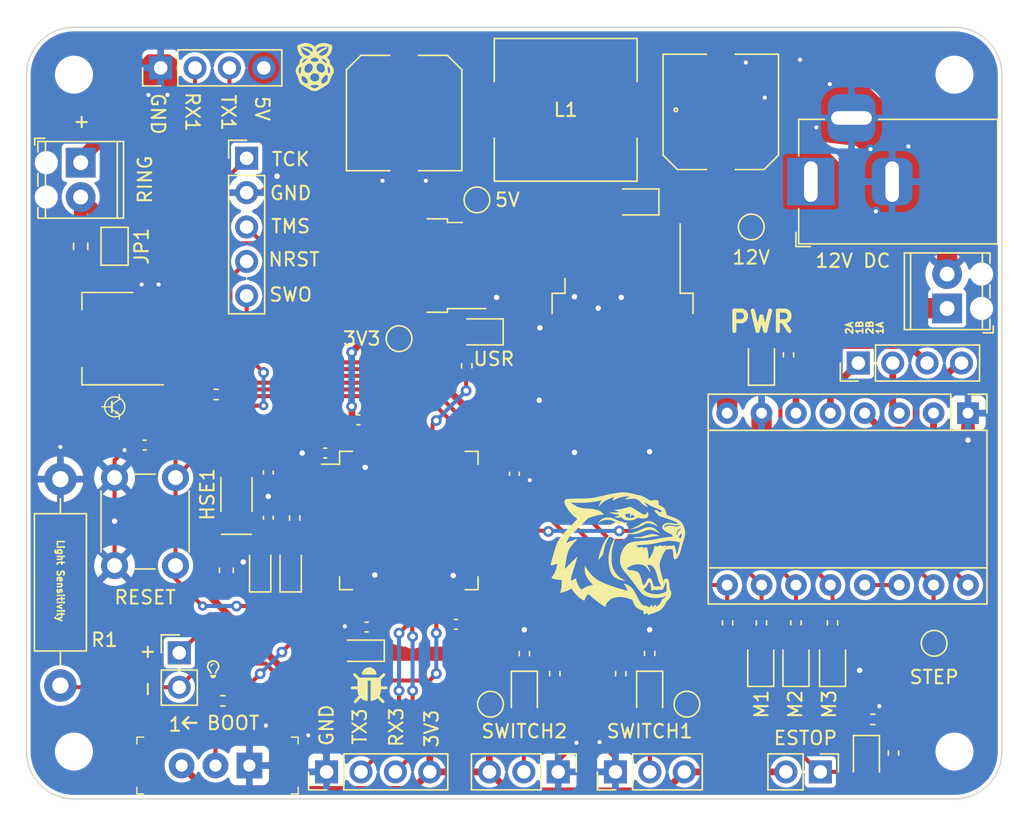
<source format=kicad_pcb>
(kicad_pcb (version 20211014) (generator pcbnew)
  (layers (0 "F.Cu" signal) (31 "B.Cu" power) (34 "B.Paste" user) (35 "F.Paste" user) (36 "B.SilkS" user "B.Silkscreen") (37 "F.SilkS" user "F.Silkscreen") (38 "B.Mask" user) (39 "F.Mask" user) (44 "Edge.Cuts" user))
  (net 0 "")
  (net 1 "GND")
  (net 2 "+3.3V")
  (net 3 "1B")
  (net 4 "1A")
  (net 5 "2A")
  (net 6 "2B")
  (net 7 "+12V")
  (net 8 "ENABLE")
  (net 9 "MS1")
  (net 10 "MS2")
  (net 11 "MS3")
  (net 12 "STEP")
  (net 13 "DIR")
  (net 14 "+3.3VA")
  (net 15 "NRST")
  (net 16 "+5V")
  (net 17 "Net-(D1-Pad2)")
  (net 18 "Net-(D2-Pad2)")
  (net 19 "Net-(D3-Pad2)")
  (net 20 "Net-(D4-Pad2)")
  (net 21 "Net-(D5-Pad1)")
  (net 22 "Net-(D5-Pad2)")
  (net 23 "Net-(D6-Pad1)")
  (net 24 "Net-(D6-Pad2)")
  (net 25 "Net-(D7-Pad1)")
  (net 26 "Net-(D7-Pad2)")
  (net 27 "JTCK")
  (net 28 "JTMS")
  (net 29 "SWO")
  (net 30 "TX3")
  (net 31 "RX3")
  (net 32 "Net-(R2-Pad1)")
  (net 33 "USR_LED")
  (net 34 "SWITCH1")
  (net 35 "SWITCH2")
  (net 58 "/HSE_OSC_IN")
  (net 59 "/HSE_OSC_OUT")
  (net 66 "Net-(A1-Pad13)")
  (net 69 "/BOOT0")
  (net 71 "TX1")
  (net 72 "RX1")
  (net 73 "Net-(R7-Pad1)")
  (net 74 "LIGHT_S")
  (net 75 "Net-(Q2-Pad1)")
  (net 76 "LIGHT")
  (net 77 "/LIGHT_DRIVE")
  (net 78 "/L_IN")
  (net 79 "Net-(D9-Pad2)")
  (net 80 "Net-(D10-Pad2)")
  (footprint "Resistor_SMD:R_0402_1005Metric" (layer "F.Cu") (at 92 70 -90)
    (fp_text reference "R5" hide)
    (fp_text value "160" hide)
  )
  (footprint "Capacitor_Tantalum_SMD:CP_EIA-2012-12_Kemet-R" (layer "F.Cu") (at 49.75 66 90)
    (fp_text reference "C2" hide)
    (fp_text value "10n" hide)
  )
  (footprint "TestPoint:TestPoint_Pad_D1.5mm" (layer "F.Cu") (at 65.75 38.75)
    (fp_text reference "TP8" hide)
    (fp_text value "5V_TP" hide)
  )
  (footprint "Resistor_SMD:R_0402_1005Metric" (layer "F.Cu") (at 84.25 70 90)
    (fp_text reference "R8" hide)
    (fp_text value "1k" hide)
  )
  (footprint "Resistor_SMD:R_0402_1005Metric" (layer "F.Cu") (at 96.5 79.603641 90)
    (fp_text reference "R10" hide)
    (fp_text value "10k" hide)
  )
  (footprint "Connector_PinHeader_2.54mm:PinHeader_1x03_P2.54mm_Vertical" (layer "F.Cu") (at 75.975 81 90)
    (fp_text reference "S2" hide)
    (fp_text value "SWITCH1")
  )
  (footprint "Connector_PinHeader_2.54mm:PinHeader_1x04_P2.54mm_Vertical" (layer "F.Cu") (at 93.9 50.8 90)
    (fp_text reference "J1" hide)
    (fp_text value "MOTOR" hide)
  )
  (footprint "LED_SMD:LED_0805_2012Metric" (layer "F.Cu") (at 89.3 73 90)
    (fp_text reference "D2" hide)
    (fp_text value "MS2" hide)
  )
  (footprint "TerminalBlock_Phoenix:TerminalBlock_Phoenix_MPT-0,5-2-2.54_1x02_P2.54mm_Horizontal" (layer "F.Cu") (at 36.5 36 -90)
    (fp_text reference "D9" hide)
    (fp_text value "LIGHT")
  )
  (footprint "Connector_PinHeader_2.54mm:PinHeader_1x02_P2.54mm_Vertical" (layer "F.Cu") (at 43.776453 72.206402)
    (fp_text reference "Q1" hide)
    (fp_text value "Q_Photo_NPN")
  )
  (footprint "TestPoint:TestPoint_Pad_D1.5mm" (layer "F.Cu") (at 99.5 71.5)
    (fp_text reference "TP1" hide)
    (fp_text value "STEP_TP" hide)
  )
  (footprint "LED_SMD:LED_0805_2012Metric" (layer "F.Cu") (at 94.5 80 -90)
    (fp_text reference "D5" hide)
    (fp_text value "E" hide)
  )
  (footprint "Capacitor_SMD:C_0402_1005Metric" (layer "F.Cu") (at 54.55 57.45 180)
    (fp_text reference "C16" hide)
    (fp_text value "100n" hide)
  )
  (footprint "MountingHole:MountingHole_2.2mm_M2" (layer "F.Cu") (at 101 79.5)
    (fp_text reference "H2" hide)
    (fp_text value "MountingHole")
  )
  (footprint "Package_TO_SOT_SMD:SOT-223" (layer "F.Cu") (at 38.5 49 180)
    (fp_text reference "Q2" hide)
    (fp_text value "BCP56")
  )
  (footprint "Package_QFP:LQFP-64_10x10mm_P0.5mm" (layer "F.Cu") (at 60.7202 62.4332)
    (fp_text reference "U1" hide)
    (fp_text value "STM32L476RGTx")
  )
  (footprint "Diode_SMD:D_0805_2012Metric" (layer "F.Cu") (at 77.5 38.9 180)
    (fp_text reference "D8" hide)
    (fp_text value "D_Schottky" hide)
  )
  (footprint "Capacitor_SMD:C_0402_1005Metric" (layer "F.Cu") (at 50.35 62.23 -90)
    (fp_text reference "C10" hide)
    (fp_text value "20p" hide)
  )
  (footprint "Resistor_SMD:R_0402_1005Metric" (layer "F.Cu") (at 88.75 50.192718 90)
    (fp_text reference "R17" hide)
    (fp_text value "160")
  )
  (footprint "Capacitor_Tantalum_SMD:CP_EIA-2012-12_Kemet-R" (layer "F.Cu") (at 52 66 90)
    (fp_text reference "C1" hide)
    (fp_text value "1u" hide)
  )
  (footprint "Resistor_SMD:R_0402_1005Metric" (layer "F.Cu") (at 86.75 70 -90)
    (fp_text reference "R3" hide)
    (fp_text value "160" hide)
  )
  (footprint "TerminalBlock_Phoenix:TerminalBlock_Phoenix_MPT-0,5-2-2.54_1x02_P2.54mm_Horizontal" (layer "F.Cu") (at 100.46 46.77 90)
    (fp_text reference "J6" hide)
    (fp_text value "PowerTerminal")
  )
  (footprint "LED_SMD:LED_0805_2012Metric" (layer "F.Cu") (at 86.7 73 90)
    (fp_text reference "D1" hide)
    (fp_text value "MS1" hide)
  )
  (footprint "Capacitor_Tantalum_SMD:CP_EIA-2012-12_Kemet-R" (layer "F.Cu") (at 57.2 72.05 180)
    (fp_text reference "C3" hide)
    (fp_text value "4.7u" hide)
  )
  (footprint "Resistor_SMD:R_0402_1005Metric" (layer "F.Cu") (at 47 75.75)
    (fp_text reference "R2" hide)
    (fp_text value "10k" hide)
  )
  (footprint "Resistor_THT:R_Axial_DIN0411_L9.9mm_D3.6mm_P15.24mm_Horizontal" (layer "F.Cu") (at 35 74.62 90)
    (fp_text reference "R1")
    (fp_text value "2k")
  )
  (footprint "Connector_PinHeader_2.54mm:PinHeader_1x04_P2.54mm_Vertical" (layer "F.Cu") (at 42.4 29 90)
    (fp_text reference "J5" hide)
    (fp_text value "UART1" hide)
  )
  (footprint "cad:SRP1040VA-1R5M" (layer "F.Cu") (at 72.3 32.1 180)
    (fp_text reference "L1")
    (fp_text value "68u" hide)
  )
  (footprint "MountingHole:MountingHole_2.2mm_M2" (layer "F.Cu") (at 36 79.5)
    (fp_text reference "H4" hide)
    (fp_text value "MountingHole")
  )
  (footprint "Inductor_SMD:L_0603_1608Metric" (layer "F.Cu") (at 47.25 66.1125 -90)
    (fp_text reference "FB1" hide)
    (fp_text value "FerriteBead" hide)
  )
  (footprint "Connector_PinHeader_2.54mm:PinHeader_1x04_P2.54mm_Vertical" (layer "F.Cu") (at 54.65 81 90)
    (fp_text reference "J4" hide)
    (fp_text value "UART3" hide)
  )
  (footprint "TestPoint:TestPoint_Pad_D1.5mm" (layer "F.Cu") (at 81.25 76)
    (fp_text reference "TP5" hide)
    (fp_text value "S1_TP" hide)
  )
  (footprint "LED_SMD:LED_0805_2012Metric" (layer "F.Cu") (at 66 48.5 180)
    (fp_text reference "D4" hide)
    (fp_text value "USR")
  )
  (footprint "LED_SMD:LED_0805_2012Metric" (layer "F.Cu") (at 69.25 75.25 -90)
    (fp_text reference "D7" hide)
    (fp_text value "S2" hide)
  )
  (footprint "Resistor_SMD:R_0402_1005Metric" (layer "F.Cu") (at 46.5 53.12 180)
    (fp_text reference "R15" hide)
    (fp_text value "10k")
  )
  (footprint "MountingHole:MountingHole_2.2mm_M2" (layer "F.Cu") (at 36 29.5)
    (fp_text reference "H3" hide)
    (fp_text value "MountingHole")
  )
  (footprint "TestPoint:TestPoint_Pad_D1.5mm" (layer "F.Cu") (at 86 40.75 -90)
    (fp_text reference "TP3" hide)
    (fp_text value "12V_TP" hide)
  )
  (footprint "Package_TO_SOT_SMD:TO-263-5_TabPin3" (layer "F.Cu") (at 76.5 48.6 -90)
    (fp_text reference "U2" hide)
    (fp_text value "LM2576HVS-5")
  )
  (footprint "TestPoint:TestPoint_Pad_D1.5mm" (layer "F.Cu") (at 66.75 76)
    (fp_text reference "TP6" hide)
    (fp_text value "S2_TP" hide)
  )
  (footprint "TestPoint:TestPoint_Pad_D1.5mm" (layer "F.Cu") (at 60 49 90)
    (fp_text reference "TP2" hide)
    (fp_text value "3V3_TP" hide)
  )
  (footprint "Package_TO_SOT_SMD:TO-252-3_TabPin2" (layer "F.Cu") (at 61.1 43.6 180)
    (fp_text reference "U3" hide)
    (fp_text value "AMS1117CD-3.3")
  )
  (footprint "Capacitor_SMD:C_Elec_8x5.4" (layer "F.Cu") (at 83.75 32.25 90)
    (fp_text reference "C14" hide)
    (fp_text value "100u" hide)
  )
  (footprint "Capacitor_SMD:C_0402_1005Metric" (layer "F.Cu") (at 68.514 58.9788 -90)
    (fp_text reference "C7" hide)
    (fp_text value "100n" hide)
  )
  (footprint "Module:Pololu_Breakout-16_15.2x20.3mm" (layer "F.Cu") (at 102 54.5 -90)
    (fp_text reference "A1" hide)
    (fp_text value "Pololu_Breakout_A4988")
  )
  (footprint "Capacitor_SMD:C_0402_1005Metric" (layer "F.Cu") (at 41.23 56.86 180)
    (fp_text reference "C8" hide)
    (fp_text value "100n" hide)
  )
  (footprint "Capacitor_SMD:C_Elec_8x5.4" (layer "F.Cu") (at 60.376294 32.334985 -90)
    (fp_text reference "C15" hide)
    (fp_text value "1000u" hide)
  )
  (footprint "Capacitor_SMD:C_0402_1005Metric" (layer "F.Cu") (at 50.35 58.88 90)
    (fp_text reference "C9" hide)
    (fp_text value "20p" hide)
  )
  (footprint "LED_SMD:LED_0805_2012Metric" (layer "F.Cu") (at 92 73 90)
    (fp_text reference "D3" hide)
    (fp_text value "MS3" hide)
  )
  (footprint "Capacitor_SMD:C_0402_1005Metric" (layer "F.Cu") (at 57.6 70.3 180)
    (fp_text reference "C4" hide)
    (fp_text value "100n" hide)
  )
  (footprint "Connector_PinHeader_2.54mm:PinHeader_1x03_P2.54mm_Vertical" (layer "F.Cu") (at 71.75 81 -90)
    (fp_text reference "S3" hide)
    (fp_text value "SWITCH2")
  )
  (footprint "Connector_BarrelJack:BarrelJack_Horizontal" (layer "F.Cu") (at 90.4 37.4 180)
    (fp_text reference "J3" hide)
    (fp_text value "POWER")
  )
  (footprint "Resistor_SMD:R_0402_1005Metric" (layer "F.Cu") (at 89.3 70 -90)
    (fp_text reference "R4" hide)
    (fp_text value "160" hide)
  )
  (footprint "Capacitor_SMD:C_0402_1005Metric" (layer "F.Cu") (at 64.2 70.1 180)
    (fp_text reference "C6" hide)
    (fp_text value "100n" hide)
  )
  (footprint "LED_SMD:LED_0805_2012Metric" (layer "F.Cu") (at 86.75 50.75 90)
    (fp_text reference "D10" hide)
    (fp_text value "PWR")
  )
  (footprint "MountingHole:MountingHole_2.2mm_M2" (layer "F.Cu") (at 101 29.5)
    (fp_text reference "H1" hide)
    (fp_text value "MountingHole")
  )
  (footprint "Resistor_SMD:R_0402_1005Metric" (layer "F.Cu") (at 78.5 72.25 90)
    (fp_text reference "R12" hide)
    (fp_text value "160" hide)
  )
  (footprint "Connector_PinHeader_2.54mm:PinHeader_1x05_P2.54mm_Vertical" (layer "F.Cu") (at 48.75 35.675)
    (fp_text reference "J2" hide)
    (fp_text value "SWD")
  )
  (footprint "Resistor_SMD:R_0402_1005Metric" (layer "F.Cu") (at 71.5 73.75 90)
    (fp_text reference "R13" hide)
    (fp_text value "10k" hide)
  )
  (footprint "Crystal:Crystal_SMD_MicroCrystal_CC4V-T1A-2Pin_5.0x1.9mm" (layer "F.Cu") (at 48 60.5 90)
    (fp_text reference "HSE1")
    (fp_text value "8M" hide)
  )
  (footprint "LED_SMD:LED_0805_2012Metric" (layer "F.Cu") (at 78.5 75.25 -90)
    (fp_text reference "D6" hide)
    (fp_text value "S1" hide)
  )
  (footprint "Resistor_SMD:R_0402_1005Metric" (layer "F.Cu") (at 94.975 77.12)
    (fp_text reference "R11" hide)
    (fp_text value "160" hide)
  )
  (footprint "Resistor_SMD:R_0402_1005Metric" (layer "F.Cu") (at 52.3 62.25 -90)
    (fp_text reference "R7" hide)
    (fp_text value "390" hide)
  )
  (footprint "digikey-footprints:Switch_Slide_11.6x4mm_EG1218" (layer "F.Cu") (at 48.95 80.53 180)
    (fp_text reference "S1" hide)
    (fp_text value "BOOT")
  )
  (footprint "Resistor_SMD:R_0603_1608Metric" (layer "F.Cu") (at 36.5 42.175 -90)
    (fp_text reference "R16" hide)
    (fp_text value "100")
  )
  (footprint "Button_Switch_THT:SW_PUSH_6mm" (layer "F.Cu") (at 39 65.76 90)
    (fp_text reference "SW1" hide)
    (fp_text value "RESET")
  )
  (footprint "Capacitor_SMD:C_0402_1005Metric" (layer "F.Cu") (at 57 55)
    (fp_text reference "C5" hide)
    (fp_text value "100n" hide)
  )
  (footprint "Resistor_SMD:R_0402_1005Metric" (layer "F.Cu") (at 69.25 72.26 90)
    (fp_text reference "R14" hide)
    (fp_text value "160" hide)
  )
  (footprint "Resistor_SMD:R_0402_1005Metric" (layer "F.Cu") (at 76.37 73.75 90)
    (fp_text reference "R9" hide)
    (fp_text value "10k" hide)
  )
  (footprint "Connector_PinHeader_2.54mm:PinHeader_1x02_P2.54mm_Vertical" (layer "F.Cu") (at 91.1 81 -90)
    (fp_text reference "SW2" hide)
    (fp_text value "ESTOP" hide)
  )
  (footprint "Resistor_SMD:R_0402_1005Metric" (layer "F.Cu") (at 65 51 90)
    (fp_text reference "R6" hide)
    (fp_text value "160" hide)
  )
  (footprint "Jumper:SolderJumper-2_P1.3mm_Open_Pad1.0x1.5mm" (layer "F.Cu") (at 39 42.175 90)
    (fp_text reference "JP1")
    (fp_text value "BYPASS")
  )
  (gr_line (start 39.023339 54.778364) (end 39.023339 54.778364) (layer "F.SilkS") (width 0.092604))
  (gr_line (start 38.33678 53.728247) (end 38.352441 53.696263) (layer "F.SilkS") (width 0.092604))
  (gr_line (start 38.289703 54.21101) (end 38.282056 54.175193) (layer "F.SilkS") (width 0.092604))
  (gr_line (start 39.562653 53.544156) (end 39.585465 53.57093) (layer "F.SilkS") (width 0.092604))
  (gr_line (start 39.707024 54.289482) (end 39.694056 54.322805) (layer "F.SilkS") (width 0.092604))
  (gr_line (start 39.694056 53.752492) (end 39.707024 53.785815) (layer "F.SilkS") (width 0.092604))
  (gr_line (start 38.55374 53.454047) (end 38.581966 53.433008) (layer "F.SilkS") (width 0.092604))
  (gr_line (start 38.948469 53.29933) (end 38.98568 53.297202) (layer "F.SilkS") (width 0.092604))
  (gr_line (start 38.737212 53.348717) (end 38.770761 53.336346) (layer "F.SilkS") (width 0.092604))
  (gr_line (start 38.310036 54.280563) (end 38.299045 54.246148) (layer "F.SilkS") (width 0.092604))
  (gr_line (start 38.825372 54.434524) (end 38.825372 54.434524) (layer "F.SilkS") (width 0.092604))
  (gr_line (start 38.770761 54.738952) (end 38.737212 54.72658) (layer "F.SilkS") (width 0.092604))
  (gr_line (start 38.805036 54.749725) (end 38.770761 54.738952) (layer "F.SilkS") (width 0.092604))
  (gr_line (start 39.736244 54.18517) (end 39.728163 54.220619) (layer "F.SilkS") (width 0.092604))
  (gr_line (start 39.742607 53.926194) (end 39.747207 53.962833) (layer "F.SilkS") (width 0.092604))
  (gr_line (start 38.83999 54.758857) (end 38.805036 54.749725) (layer "F.SilkS") (width 0.092604))
  (gr_line (start 39.607005 54.476521) (end 39.585466 54.504367) (layer "F.SilkS") (width 0.092604))
  (gr_line (start 39.742607 54.149103) (end 39.736244 54.18517) (layer "F.SilkS") (width 0.092604))
  (gr_line (start 39.274348 54.729956) (end 39.24048 54.741947) (layer "F.SilkS") (width 0.092604))
  (gr_line (start 39.627228 54.447649) (end 39.607005 54.476521) (layer "F.SilkS") (width 0.092604))
  (gr_line (start 38.272032 53.973599) (end 38.27615 53.936556) (layer "F.SilkS") (width 0.092604))
  (gr_line (start 38.408024 54.469427) (end 38.388109 54.440267) (layer "F.SilkS") (width 0.092604))
  (gr_line (start 38.805036 53.325572) (end 38.83999 53.31644) (layer "F.SilkS") (width 0.092604))
  (gr_line (start 39.134627 53.307257) (end 39.170575 53.314263) (layer "F.SilkS") (width 0.092604))
  (gr_line (start 39.24048 53.33335) (end 39.274348 53.345341) (layer "F.SilkS") (width 0.092604))
  (gr_line (start 38.704434 54.712655) (end 38.672475 54.69722) (layer "F.SilkS") (width 0.092604))
  (gr_line (start 38.798914 54.222857) (end 39.354539 54.593274) (layer "F.SilkS") (width 0.092604))
  (gr_line (start 38.282056 54.175193) (end 38.27615 54.138741) (layer "F.SilkS") (width 0.092604))
  (gr_line (start 38.33678 54.34705) (end 38.32263 54.314211) (layer "F.SilkS") (width 0.092604))
  (gr_line (start 38.32263 53.761086) (end 38.33678 53.728247) (layer "F.SilkS") (width 0.092604))
  (gr_line (start 38.611194 54.661993) (end 38.581966 54.642289) (layer "F.SilkS") (width 0.092604))
  (gr_line (start 38.911753 53.303275) (end 38.948469 53.29933) (layer "F.SilkS") (width 0.092604))
  (gr_line (start 39.51339 53.494005) (end 39.538613 53.518499) (layer "F.SilkS") (width 0.092604))
  (gr_line (start 38.289703 53.864287) (end 38.299045 53.82915) (layer "F.SilkS") (width 0.092604))
  (gr_line (start 38.55374 54.62125) (end 38.526563 54.59892) (layer "F.SilkS") (width 0.092604))
  (gr_line (start 38.451785 53.55068) (end 38.475539 53.524738) (layer "F.SilkS") (width 0.092604))
  (gr_line (start 38.581966 53.433008) (end 38.611194 53.413304) (layer "F.SilkS") (width 0.092604))
  (gr_line (start 39.098076 53.302003) (end 39.134627 53.307257) (layer "F.SilkS") (width 0.092604))
  (gr_line (start 39.16933 54.381607) (end 39.275164 54.540357) (layer "F.SilkS") (width 0.092604))
  (gr_line (start 39.371081 53.390557) (end 39.401553 53.408558) (layer "F.SilkS") (width 0.092604))
  (gr_line (start 39.728163 53.854678) (end 39.736244 53.890127) (layer "F.SilkS") (width 0.092604))
  (gr_line (start 39.274348 53.345341) (end 39.307434 53.358903) (layer "F.SilkS") (width 0.092604))
  (gr_line (start 39.459571 53.448685) (end 39.487027 53.470718) (layer "F.SilkS") (width 0.092604))
  (gr_line (start 38.641379 53.39498) (end 38.672475 53.378078) (layer "F.SilkS") (width 0.092604))
  (gr_line (start 39.16933 54.381607) (end 39.16933 54.381607) (layer "F.SilkS") (width 0.092604))
  (gr_line (start 39.663543 53.68829) (end 39.679547 53.719968) (layer "F.SilkS") (width 0.092604))
  (gr_line (start 38.798914 53.878899) (end 39.354539 53.482024) (layer "F.SilkS") (width 0.092604))
  (gr_line (start 38.369566 53.665176) (end 38.388109 53.63503) (layer "F.SilkS") (width 0.092604))
  (gr_poly (pts (xy 44.445817 77.884852) (xy 44.441758 77.884562) (xy 44.437714 77.884077) (xy 44.433693 77.883399) (xy 44.429702 77.882527) (xy 44.425748 77.881461) (xy 44.42184 77.880201) (xy 44.417985 77.878748) (xy 44.414191 77.877101) (xy 44.410464 77.87526) (xy 44.406813 77.873225) (xy 44.403245 77.870996) (xy 44.399768 77.868574) (xy 44.396389 77.865958) (xy 44.393116 77.863148) (xy 44.389956 77.860144) (xy 43.966623 77.436811) (xy 43.963619 77.433651) (xy 43.960809 77.430378) (xy 43.958193 77.426999) (xy 43.955771 77.423522) (xy 43.953542 77.419954) (xy 43.951507 77.416303) (xy 43.949666 77.412576) (xy 43.948019 77.408782) (xy 43.946566 77.404927) (xy 43.945306 77.401019) (xy 43.94424 77.397065) (xy 43.943368 77.393074) (xy 43.94269 77.389053) (xy 43.942205 77.385009) (xy 43.941915 77.38095) (xy 43.941818 77.376883) (xy 43.941915 77.372816) (xy 43.942205 77.368757) (xy 43.94269 77.364713) (xy 43.943368 77.360692) (xy 43.94424 77.356701) (xy 43.945306 77.352747) (xy 43.946566 77.348839) (xy 43.948019 77.344984) (xy 43.949666 77.34119) (xy 43.951507 77.337463) (xy 43.953542 77.333812) (xy 43.955771 77.330244) (xy 43.958193 77.326767) (xy 43.960809 77.323388) (xy 43.963619 77.320115) (xy 43.966623 77.316955) (xy 43.966358 77.31669) (xy 44.389691 76.893357) (xy 44.392851 76.890353) (xy 44.396124 76.887543) (xy 44.399503 76.884927) (xy 44.40298 76.882505) (xy 44.406548 76.880276) (xy 44.410199 76.878242) (xy 44.413926 76.876401) (xy 44.417721 76.874753) (xy 44.421576 76.8733) (xy 44.425484 76.87204) (xy 44.429437 76.870975) (xy 44.433428 76.870103) (xy 44.43745 76.869424) (xy 44.441494 76.86894) (xy 44.445553 76.868649) (xy 44.449619 76.868552) (xy 44.453686 76.868649) (xy 44.457745 76.86894) (xy 44.461789 76.869424) (xy 44.465811 76.870103) (xy 44.469802 76.870975) (xy 44.473755 76.87204) (xy 44.477663 76.8733) (xy 44.481518 76.874753) (xy 44.485313 76.876401) (xy 44.48904 76.878242) (xy 44.492691 76.880276) (xy 44.496258 76.882505) (xy 44.499736 76.884927) (xy 44.503115 76.887543) (xy 44.506388 76.890353) (xy 44.509548 76.893357) (xy 44.512551 76.896517) (xy 44.515361 76.89979) (xy 44.517977 76.903169) (xy 44.5204 76.906646) (xy 44.522628 76.910214) (xy 44.524663 76.913865) (xy 44.526504 76.917592) (xy 44.528151 76.921386) (xy 44.529604 76.925241) (xy 44.530864 76.929149) (xy 44.53193 76.933103) (xy 44.532802 76.937094) (xy 44.53348 76.941115) (xy 44.533965 76.945159) (xy 44.534255 76.949218) (xy 44.534352 76.953285) (xy 44.534255 76.957352) (xy 44.533965 76.961411) (xy 44.53348 76.965455) (xy 44.532802 76.969476) (xy 44.53193 76.973468) (xy 44.530864 76.977421) (xy 44.529604 76.981329) (xy 44.528151 76.985184) (xy 44.526504 76.988979) (xy 44.524663 76.992705) (xy 44.522628 76.996356) (xy 44.5204 76.999924) (xy 44.517977 77.003401) (xy 44.515361 77.00678) (xy 44.512551 77.010053) (xy 44.509548 77.013213) (xy 44.230941 77.292084) (xy 45.042418 77.292084) (xy 45.046782 77.292194) (xy 45.051087 77.29252) (xy 45.055329 77.293058) (xy 45.059502 77.293801) (xy 45.063602 77.294745) (xy 45.067622 77.295884) (xy 45.071558 77.297214) (xy 45.075404 77.298728) (xy 45.079156 77.300421) (xy 45.082807 77.302289) (xy 45.086353 77.304325) (xy 45.089788 77.306525) (xy 45.093106 77.308883) (xy 45.096304 77.311395) (xy 45.099375 77.314054) (xy 45.102313 77.316856) (xy 45.105115 77.319794) (xy 45.107774 77.322865) (xy 45.110286 77.326063) (xy 45.112644 77.329381) (xy 45.114844 77.332816) (xy 45.116881 77.336362) (xy 45.118748 77.340013) (xy 45.120441 77.343765) (xy 45.121955 77.347611) (xy 45.123285 77.351547) (xy 45.124424 77.355567) (xy 45.125368 77.359667) (xy 45.126111 77.36384) (xy 45.126649 77.368082) (xy 45.126975 77.372388) (xy 45.127085 77.376751) (xy 45.126975 77.381114) (xy 45.126649 77.385419) (xy 45.126111 77.389661) (xy 45.125368 77.393834) (xy 45.124424 77.397934) (xy 45.123285 77.401954) (xy 45.121955 77.40589) (xy 45.120441 77.409737) (xy 45.118748 77.413488) (xy 45.116881 77.417139) (xy 45.114844 77.420685) (xy 45.112644 77.42412) (xy 45.110286 77.427439) (xy 45.107774 77.430636) (xy 45.105115 77.433707) (xy 45.102313 77.436646) (xy 45.099375 77.439447) (xy 45.096304 77.442107) (xy 45.093106 77.444618) (xy 45.089788 77.446976) (xy 45.086353 77.449176) (xy 45.082807 77.451213) (xy 45.079156 77.45308) (xy 45.075404 77.454774) (xy 45.071558 77.456288) (xy 45.067622 77.457617) (xy 45.063602 77.458756) (xy 45.059502 77.4597) (xy 45.055329 77.460444) (xy 45.051087 77.460981) (xy 45.046782 77.461307) (xy 45.042418 77.461417) (xy 44.230677 77.461417) (xy 44.509812 77.740288) (xy 44.512816 77.743448) (xy 44.515626 77.746721) (xy 44.518242 77.7501) (xy 44.520664 77.753577) (xy 44.522893 77.757145) (xy 44.524927 77.760796) (xy 44.526768 77.764523) (xy 44.528416 77.768317) (xy 44.529869 77.772173) (xy 44.531129 77.776081) (xy 44.532194 77.780034) (xy 44.533066 77.784025) (xy 44.533745 77.788046) (xy 44.534229 77.79209) (xy 44.53452 77.79615) (xy 44.534617 77.800216) (xy 44.53452 77.804283) (xy 44.534229 77.808342) (xy 44.533745 77.812386) (xy 44.533066 77.816408) (xy 44.532194 77.820399) (xy 44.531129 77.824352) (xy 44.529869 77.82826) (xy 44.528416 77.832115) (xy 44.526768 77.83591) (xy 44.524927 77.839636) (xy 44.522893 77.843287) (xy 44.520664 77.846855) (xy 44.518242 77.850333) (xy 44.515626 77.853711) (xy 44.512816 77.856985) (xy 44.509812 77.860144) (xy 44.506652 77.863148) (xy 44.503379 77.865958) (xy 44.5 77.868574) (xy 44.496523 77.870996) (xy 44.492955 77.873225) (xy 44.489304 77.87526) (xy 44.485577 77.877101) (xy 44.481783 77.878748) (xy 44.477928 77.880201) (xy 44.47402 77.881461) (xy 44.470066 77.882527) (xy 44.466075 77.883399) (xy 44.462054 77.884077) (xy 44.45801 77.884562) (xy 44.453951 77.884852) (xy 44.449884 77.884949)) (layer "F.SilkS") (width 0) (fill solid))
  (gr_line (start 38.32263 54.314211) (end 38.310036 54.280563) (layer "F.SilkS") (width 0.092604))
  (gr_line (start 39.679547 54.355329) (end 39.663543 54.387007) (layer "F.SilkS") (width 0.092604))
  (gr_poly (pts (xy 75.431862 62.207165) (xy 75.474643 62.209098) (xy 75.517598 62.212506) (xy 75.560437 62.217378) (xy 75.60287 62.223701) (xy 75.64461 62.231463) (xy 75.685365 62.240651) (xy 75.724847 62.251253) (xy 75.762767 62.263257) (xy 75.802548 62.277533) (xy 75.850829 62.296506) (xy 75.905791 62.319315) (xy 75.965614 62.345101) (xy 76.09257 62.402163) (xy 76.217145 62.460813) (xy 76.306971 62.505753) (xy 76.34474 62.524083) (xy 76.378541 62.539879) (xy 76.408968 62.55331) (xy 76.436617 62.564546) (xy 76.462083 62.573756) (xy 76.485962 62.58111) (xy 76.508848 62.586777) (xy 76.531338 62.590927) (xy 76.554026 62.593729) (xy 76.577507 62.595353) (xy 76.602378 62.595968) (xy 76.629233 62.595744) (xy 76.691278 62.593457) (xy 76.730437 62.591731) (xy 76.766949 62.590767) (xy 76.800022 62.59053) (xy 76.815021 62.590674) (xy 76.828862 62.590987) (xy 76.841446 62.591466) (xy 76.852674 62.592106) (xy 76.862447 62.592903) (xy 76.870666 62.593854) (xy 76.877231 62.594953) (xy 76.882043 62.596196) (xy 76.88376 62.596871) (xy 76.885003 62.597581) (xy 76.885757 62.598324) (xy 76.886011 62.599101) (xy 76.885889 62.599969) (xy 76.885524 62.600979) (xy 76.884099 62.603406) (xy 76.881788 62.606338) (xy 76.878647 62.609729) (xy 76.874729 62.613533) (xy 76.870087 62.617705) (xy 76.858848 62.626971) (xy 76.845359 62.637163) (xy 76.830052 62.647917) (xy 76.813356 62.65887) (xy 76.795701 62.669657) (xy 76.780614 62.67866) (xy 76.765759 62.686651) (xy 76.750705 62.693674) (xy 76.735023 62.699775) (xy 76.718283 62.705) (xy 76.700054 62.709394) (xy 76.679907 62.713002) (xy 76.657412 62.715871) (xy 76.632139 62.718044) (xy 76.603657 62.719569) (xy 76.535351 62.720853) (xy 76.449052 62.720087) (xy 76.341323 62.717634) (xy 76.268483 62.716586) (xy 76.200063 62.716659) (xy 76.135785 62.717913) (xy 76.075372 62.720413) (xy 76.018548 62.724218) (xy 75.965036 62.729392) (xy 75.914558 62.735996) (xy 75.866837 62.744093) (xy 75.821597 62.753744) (xy 75.77856 62.765011) (xy 75.737449 62.777958) (xy 75.697989 62.792644) (xy 75.6599 62.809133) (xy 75.622908 62.827486) (xy 75.586733 62.847766) (xy 75.551101 62.870035) (xy 75.524247 62.887041) (xy 75.500841 62.901041) (xy 75.480891 62.912073) (xy 75.464405 62.920173) (xy 75.457464 62.923136) (xy 75.451393 62.92538) (xy 75.446191 62.92691) (xy 75.441861 62.927731) (xy 75.438403 62.927846) (xy 75.435818 62.927261) (xy 75.434108 62.925981) (xy 75.433273 62.92401) (xy 75.433314 62.921352) (xy 75.434233 62.918013) (xy 75.436031 62.913997) (xy 75.438708 62.909309) (xy 75.442265 62.903953) (xy 75.446705 62.897934) (xy 75.458232 62.883925) (xy 75.473298 62.86732) (xy 75.491911 62.848157) (xy 75.514079 62.826471) (xy 75.539812 62.802301) (xy 75.554148 62.790041) (xy 75.569572 62.777645) (xy 75.585979 62.765175) (xy 75.603268 62.752692) (xy 75.621333 62.740258) (xy 75.640072 62.727937) (xy 75.679159 62.703876) (xy 75.719701 62.681006) (xy 75.760871 62.659823) (xy 75.781434 62.650019) (xy 75.801843 62.640823) (xy 75.821996 62.632296) (xy 75.84179 62.624501) (xy 76.016767 62.562412) (xy 75.915167 62.50879) (xy 75.842494 62.474918) (xy 75.767701 62.446304) (xy 75.691311 62.422916) (xy 75.613851 62.404721) (xy 75.535845 62.391684) (xy 75.457819 62.383775) (xy 75.380296 62.380958) (xy 75.303804 62.383201) (xy 75.228865 62.390472) (xy 75.156006 62.402736) (xy 75.085752 62.419962) (xy 75.018627 62.442115) (xy 74.986402 62.455029) (xy 74.955156 62.469163) (xy 74.924956 62.484513) (xy 74.895866 62.501073) (xy 74.867952 62.518841) (xy 74.84128 62.537812) (xy 74.815915 62.557981) (xy 74.791923 62.579346) (xy 74.774064 62.595759) (xy 74.758591 62.60905) (xy 74.745507 62.619275) (xy 74.734817 62.626485) (xy 74.730371 62.628977) (xy 74.726525 62.630736) (xy 74.723279 62.631768) (xy 74.720634 62.63208) (xy 74.718591 62.631679) (xy 74.71715 62.630572) (xy 74.716311 62.628765) (xy 74.716076 62.626265) (xy 74.716444 62.623079) (xy 74.717416 62.619213) (xy 74.721174 62.609469) (xy 74.727356 62.597088) (xy 74.735963 62.582124) (xy 74.747002 62.564629) (xy 74.760476 62.544658) (xy 74.776389 62.522264) (xy 74.794745 62.497501) (xy 74.81126 62.474837) (xy 74.828044 62.453371) (xy 74.845167 62.433046) (xy 74.862699 62.413805) (xy 74.880711 62.395588) (xy 74.899272 62.37834) (xy 74.918454 62.362) (xy 74.938326 62.346512) (xy 74.958958 62.331818) (xy 74.980422 62.31786) (xy 75.002787 62.30458) (xy 75.026123 62.29192) (xy 75.050502 62.279822) (xy 75.075992 62.268229) (xy 75.102664 62.257082) (xy 75.13059 62.246324) (xy 75.161564 62.236003) (xy 75.195027 62.227257) (xy 75.230689 62.220074) (xy 75.268261 62.214441) (xy 75.307454 62.210346) (xy 75.347978 62.207777) (xy 75.389544 62.206721)) (layer "F.SilkS") (width 0) (fill solid))
  (gr_line (start 38.98568 54.778095) (end 38.948469 54.775967) (layer "F.SilkS") (width 0.092604))
  (gr_line (start 39.750941 54.037649) (end 39.750941 54.037649) (layer "F.SilkS") (width 0.092604))
  (gr_line (start 38.50048 53.499955) (end 38.526563 53.476377) (layer "F.SilkS") (width 0.092604))
  (gr_line (start 39.134627 54.768041) (end 39.098076 54.773294) (layer "F.SilkS") (width 0.092604))
  (gr_poly (pts (xy 58.881509 73.711307) (xy 58.886853 73.711683) (xy 58.892105 73.712311) (xy 58.897265 73.71319) (xy 58.902333 73.714319) (xy 58.907308 73.715699) (xy 58.912192 73.71733) (xy 58.916982 73.719211) (xy 58.921681 73.721342) (xy 58.926287 73.723724) (xy 58.930801 73.726355) (xy 58.935222 73.729236) (xy 58.93955 73.732367) (xy 58.943786 73.735747) (xy 58.94793 73.739377) (xy 58.951981 73.743257) (xy 58.955863 73.747307) (xy 58.959495 73.75145) (xy 58.962876 73.755686) (xy 58.966007 73.760015) (xy 58.968888 73.764437) (xy 58.971518 73.768951) (xy 58.973898 73.773557) (xy 58.976028 73.778256) (xy 58.977907 73.783047) (xy 58.979535 73.787931) (xy 58.980913 73.792907) (xy 58.982041 73.797975) (xy 58.982918 73.803135) (xy 58.983544 73.808387) (xy 58.98392 73.813731) (xy 58.984045 73.819167) (xy 58.98392 73.824603) (xy 58.983544 73.829947) (xy 58.982918 73.835198) (xy 58.982041 73.840358) (xy 58.980913 73.845425) (xy 58.979535 73.8504) (xy 58.977907 73.855283) (xy 58.976028 73.860074) (xy 58.973898 73.864772) (xy 58.971518 73.869378) (xy 58.968888 73.873892) (xy 58.966007 73.878314) (xy 58.962876 73.882644) (xy 58.959495 73.886881) (xy 58.955863 73.891027) (xy 58.951981 73.89508) (xy 58.660139 74.186921) (xy 58.660139 74.682877) (xy 59.038006 74.682877) (xy 59.043444 74.683003) (xy 59.04879 74.683378) (xy 59.054043 74.684004) (xy 59.059204 74.684879) (xy 59.064272 74.686006) (xy 59.069248 74.687383) (xy 59.074131 74.68901) (xy 59.078921 74.690887) (xy 59.083619 74.693015) (xy 59.088225 74.695394) (xy 59.092738 74.698023) (xy 59.097159 74.700903) (xy 59.101487 74.704033) (xy 59.105722 74.707414) (xy 59.109865 74.711046) (xy 59.113916 74.714929) (xy 59.117798 74.718979) (xy 59.121429 74.723121) (xy 59.12481 74.727357) (xy 59.127941 74.731685) (xy 59.130822 74.736106) (xy 59.133452 74.740619) (xy 59.135831 74.745225) (xy 59.137961 74.749923) (xy 59.13984 74.754713) (xy 59.141468 74.759595) (xy 59.142846 74.76457) (xy 59.143973 74.769636) (xy 59.14485 74.774795) (xy 59.145477 74.780045) (xy 59.145853 74.785387) (xy 59.145978 74.79082) (xy 59.145975 74.790819) (xy 59.145971 74.790819) (xy 59.145968 74.790818) (xy 59.145966 74.790818) (xy 59.145965 74.790817) (xy 59.14584 74.796256) (xy 59.145464 74.801602) (xy 59.144839 74.806855) (xy 59.143963 74.812016) (xy 59.142837 74.817085) (xy 59.14146 74.822061) (xy 59.139833 74.826945) (xy 59.137956 74.831736) (xy 59.135828 74.836435) (xy 59.133449 74.841042) (xy 59.130821 74.845556) (xy 59.127941 74.849978) (xy 59.124812 74.854308) (xy 59.121431 74.858545) (xy 59.1178 74.862691) (xy 59.113919 74.866744) (xy 59.109865 74.870626) (xy 59.10572 74.874258) (xy 59.101482 74.877639) (xy 59.097153 74.88077) (xy 59.092731 74.883651) (xy 59.088217 74.886281) (xy 59.083611 74.88866) (xy 59.078913 74.89079) (xy 59.074123 74.892668) (xy 59.06924 74.894297) (xy 59.064266 74.895674) (xy 59.059199 74.896802) (xy 59.05404 74.897678) (xy 59.048788 74.898305) (xy 59.043445 74.89868) (xy 59.038009 74.898806) (xy 58.660139 74.898806) (xy 58.659698 74.934524) (xy 58.658374 74.969557) (xy 58.656167 75.003903) (xy 58.653077 75.037564) (xy 58.649104 75.070539) (xy 58.644248 75.102829) (xy 58.638509 75.134433) (xy 58.631887 75.165351) (xy 58.624382 75.195583) (xy 58.615993 75.22513) (xy 58.606722 75.253992) (xy 58.596567 75.282168) (xy 58.585528 75.309658) (xy 58.573606 75.336464) (xy 58.560801 75.362584) (xy 58.547112 75.388018) (xy 58.89799 75.74061) (xy 58.901872 75.744658) (xy 58.905504 75.748799) (xy 58.908885 75.753033) (xy 58.912016 75.757361) (xy 58.914896 75.761781) (xy 58.917526 75.766294) (xy 58.919906 75.7709) (xy 58.922035 75.775598) (xy 58.923914 75.78039) (xy 58.925543 75.785274) (xy 58.926921 75.790251) (xy 58.928048 75.79532) (xy 58.928925 75.800481) (xy 58.929551 75.805735) (xy 58.929927 75.811082) (xy 58.930053 75.81652) (xy 58.929927 75.821956) (xy 58.929552 75.8273) (xy 58.928926 75.832552) (xy 58.92805 75.837711) (xy 58.926924 75.842779) (xy 58.925547 75.847754) (xy 58.923919 75.852637) (xy 58.922041 75.857427) (xy 58.919913 75.862126) (xy 58.917533 75.866732) (xy 58.914903 75.871246) (xy 58.912023 75.875668) (xy 58.908891 75.879997) (xy 58.905508 75.884235) (xy 58.901875 75.88838) (xy 58.89799 75.892433) (xy 58.894135 75.89631) (xy 58.890161 75.899936) (xy 58.886069 75.903314) (xy 58.881858 75.906441) (xy 58.87753 75.909319) (xy 58.873082 75.911946) (xy 58.868517 75.914324) (xy 58.863833 75.916452) (xy 58.85903 75.91833) (xy 58.854108 75.919957) (xy 58.849068 75.921334) (xy 58.843908 75.922461) (xy 58.83863 75.923338) (xy 58.833233 75.923964) (xy 58.827716 75.92434) (xy 58.82208 75.924466) (xy 58.816447 75.92434) (xy 58.810932 75.923964) (xy 58.805535 75.923338) (xy 58.800257 75.922461) (xy 58.795097 75.921334) (xy 58.790056 75.919957) (xy 58.785134 75.91833) (xy 58.78033 75.916452) (xy 58.775645 75.914324) (xy 58.771078 75.911947) (xy 58.76663 75.909319) (xy 58.762301 75.906441) (xy 58.75809 75.903314) (xy 58.753998 75.899937) (xy 58.750025 75.89631) (xy 58.74617 75.892433) (xy 58.412149 75.560099) (xy 58.40991 75.562281) (xy 58.407407 75.564623) (xy 58.404641 75.567125) (xy 58.401612 75.569786) (xy 58.39832 75.572606) (xy 58.394763 75.575585) (xy 58.390943 75.578722) (xy 58.386858 75.582016) (xy 58.382054 75.585718) (xy 58.376093 75.590081) (xy 58.368974 75.595105) (xy 58.360697 75.600787) (xy 58.35126 75.607128) (xy 58.340664 75.614127) (xy 58.328907 75.621783) (xy 58.315989 75.630096) (xy 58.30247 75.638624) (xy 58.288897 75.646915) (xy 58.27527 75.654969) (xy 58.26159 75.662786) (xy 58.247858 75.670365) (xy 58.234073 75.677707) (xy 58.220236 75.684812) (xy 58.206347 75.69168) (xy 58.192005 75.698347) (xy 58.176819 75.704857) (xy 58.160789 75.71121) (xy 58.143916 75.717406) (xy 58.1262 75.723445) (xy 58.107641 75.729325) (xy 58.08824 75.735047) (xy 58.067996 75.74061) (xy 58.047357 75.745744) (xy 58.026771 75.750194) (xy 58.006236 75.753962) (xy 57.985755 75.757046) (xy 57.965328 75.759446) (xy 57.944954 75.76116) (xy 57.924635 75.762189) (xy 57.904371 75.762533) (xy 57.904371 74.251029) (xy 57.68844 74.251029) (xy 57.68844 75.762533) (xy 57.666952 75.762176) (xy 57.645486 75.761107) (xy 57.624045 75.759325) (xy 57.602628 75.756831) (xy 57.581238 75.753625) (xy 57.559874 75.749708) (xy 57.53854 75.745078) (xy 57.517234 75.739738) (xy 57.496299 75.733889) (xy 57.476104 75.727724) (xy 57.456649 75.72124) (xy 57.437933 75.71444) (xy 57.419956 75.707323) (xy 57.402717 75.699889) (xy 57.386216 75.692139) (xy 57.370453 75.684072) (xy 57.355241 75.675848) (xy 57.3404 75.667625) (xy 57.325929 75.659402) (xy 57.311828 75.65118) (xy 57.298098 75.642956) (xy 57.284737 75.634732) (xy 57.271745 75.626506) (xy 57.259123 75.618277) (xy 57.247089 75.610223) (xy 57.235873 75.602513) (xy 57.225475 75.595148) (xy 57.215894 75.588126) (xy 57.20713 75.581447) (xy 57.199181 75.575111) (xy 57.192047 75.569119) (xy 57.185728 75.563469) (xy 57.160438 75.539835) (xy 56.851723 75.889046) (xy 56.847454 75.893334) (xy 56.843078 75.897345) (xy 56.838598 75.90108) (xy 56.834012 75.904538) (xy 56.82932 75.90772) (xy 56.824524 75.910626) (xy 56.819621 75.913255) (xy 56.814613 75.915607) (xy 56.809499 75.917683) (xy 56.80428 75.919482) (xy 56.798955 75.921005) (xy 56.793525 75.922251) (xy 56.787988 75.92322) (xy 56.782346 75.923912) (xy 56.776598 75.924327) (xy 56.770745 75.924466) (xy 56.765717 75.92436) (xy 56.760755 75.924043) (xy 56.75586 75.923516) (xy 56.751031 75.922777) (xy 56.746267 75.921827) (xy 56.74157 75.920667) (xy 56.736939 75.919296) (xy 56.732374 75.917713) (xy 56.727875 75.91592) (xy 56.723441 75.913917) (xy 56.719074 75.911702) (xy 56.714772 75.909277) (xy 56.710537 75.906642) (xy 56.706367 75.903796) (xy 56.702263 75.900739) (xy 56.698224 75.897472) (xy 56.694332 75.89362) (xy 56.69067 75.889655) (xy 56.687239 75.885579) (xy 56.684038 75.881391) (xy 56.681068 75.877091) (xy 56.678329 75.872679) (xy 56.67582 75.868155) (xy 56.673542 75.86352) (xy 56.671495 75.858772) (xy 56.669678 75.853912) (xy 56.668091 75.848941) (xy 56.666735 75.843857) (xy 56.665609 75.838662) (xy 56.664714 75.833354) (xy 56.664049 75.827935) (xy 56.663615 75.822403) (xy 56.663422 75.816859) (xy 56.663473 75.8114) (xy 56.663768 75.806026) (xy 56.664306 75.800738) (xy 56.665088 75.795537) (xy 56.666114 75.79042) (xy 56.667383 75.78539) (xy 56.668897 75.780444) (xy 56.670654 75.775585) (xy 56.672656 75.770811) (xy 56.674901 75.766122) (xy 56.677391 75.76152) (xy 56.680124 75.757002) (xy 56.683102 75.75257) (xy 56.686324 75.748223) (xy 56.689791 75.743962) (xy 57.03054 75.361038) (xy 57.018693 75.336692) (xy 57.00761 75.31174) (xy 56.997292 75.286182) (xy 56.987737 75.260019) (xy 56.978946 75.233249) (xy 56.97092 75.205874) (xy 56.963658 75.177892) (xy 56.95716 75.149305) (xy 56.951427 75.120111) (xy 56.946458 75.090311) (xy 56.942253 75.059905) (xy 56.938813 75.028894) (xy 56.936137 74.997276) (xy 56.934226 74.965051) (xy 56.933079 74.932221) (xy 56.932696 74.898784) (xy 56.55483 74.898784) (xy 56.549391 74.898659) (xy 56.544044 74.898283) (xy 56.538791 74.897657) (xy 56.53363 74.89678) (xy 56.528562 74.895653) (xy 56.523587 74.894275) (xy 56.518704 74.892647) (xy 56.513914 74.890769) (xy 56.509217 74.88864) (xy 56.504612 74.886262) (xy 56.500099 74.883633) (xy 56.495679 74.880754) (xy 56.491351 74.877625) (xy 56.487115 74.874246) (xy 56.482971 74.870617) (xy 56.47892 74.866738) (xy 56.475037 74.862683) (xy 56.471405 74.858536) (xy 56.468023 74.854297) (xy 56.464891 74.849967) (xy 56.46201 74.845545) (xy 56.45938 74.84103) (xy 56.457 74.836424) (xy 56.45487 74.831725) (xy 56.452991 74.826935) (xy 56.451363 74.822052) (xy 56.449984 74.817077) (xy 56.448857 74.812009) (xy 56.44798 74.806848) (xy 56.447353 74.801596) (xy 56.446978 74.79625) (xy 56.446852 74.790812) (xy 56.446978 74.785375) (xy 56.447353 74.780031) (xy 56.44798 74.774779) (xy 56.448857 74.769619) (xy 56.449984 74.764551) (xy 56.451363 74.759575) (xy 56.452991 74.754692) (xy 56.45487 74.7499) (xy 56.457 74.745202) (xy 56.45938 74.740596) (xy 56.46201 74.736082) (xy 56.464891 74.731661) (xy 56.468023 74.727333) (xy 56.471405 74.723097) (xy 56.475037 74.718954) (xy 56.47892 74.714904) (xy 56.482971 74.711025) (xy 56.487115 74.707395) (xy 56.491351 74.704016) (xy 56.495679 74.700888) (xy 56.500099 74.69801) (xy 56.504612 74.695382) (xy 56.509217 74.693004) (xy 56.513914 74.690877) (xy 56.518704 74.689) (xy 56.523587 74.687373) (xy 56.528562 74.685997) (xy 56.53363 74.684871) (xy 56.538791 74.683995) (xy 56.544044 74.68337) (xy 56.549391 74.682994) (xy 56.55483 74.682869) (xy 56.932694 74.682869) (xy 56.932694 74.186921) (xy 56.640853 73.89508) (xy 56.636972 73.891026) (xy 56.633341 73.886881) (xy 56.629961 73.882643) (xy 56.626831 73.878313) (xy 56.623952 73.873891) (xy 56.621322 73.869377) (xy 56.618944 73.864771) (xy 56.616815 73.860073) (xy 56.614937 73.855282) (xy 56.613309 73.850399) (xy 56.611932 73.845425) (xy 56.610805 73.840357) (xy 56.609928 73.835198) (xy 56.609302 73.829947) (xy 56.608926 73.824603) (xy 56.608801 73.819167) (xy 56.608927 73.813731) (xy 56.609303 73.808387) (xy 56.609929 73.803135) (xy 56.610807 73.797975) (xy 56.611935 73.792907) (xy 56.613313 73.787931) (xy 56.614941 73.783047) (xy 56.61682 73.778256) (xy 56.618949 73.773557) (xy 56.621328 73.768951) (xy 56.623958 73.764437) (xy 56.626837 73.760015) (xy 56.629966 73.755686) (xy 56.633345 73.75145) (xy 56.636974 73.747307) (xy 56.640853 73.743257) (xy 56.644903 73.739375) (xy 56.649047 73.735743) (xy 56.653283 73.732361) (xy 56.657611 73.729229) (xy 56.662033 73.726348) (xy 56.666546 73.723716) (xy 56.671153 73.721335) (xy 56.675851 73.719205) (xy 56.680643 73.717325) (xy 56.685526 73.715695) (xy 56.690502 73.714316) (xy 56.69557 73.713188) (xy 56.700731 73.71231) (xy 56.705983 73.711683) (xy 56.711328 73.711306) (xy 56.716765 73.711181) (xy 56.722204 73.711307) (xy 56.72755 73.711683) (xy 56.732803 73.712311) (xy 56.737963 73.71319) (xy 56.74303 73.714319) (xy 56.748005 73.715699) (xy 56.752887 73.71733) (xy 56.757677 73.719211) (xy 56.762374 73.721342) (xy 56.76698 73.723724) (xy 56.771493 73.726355) (xy 56.775914 73.729236) (xy 56.780243 73.732367) (xy 56.784481 73.735747) (xy 56.788627 73.739377) (xy 56.792681 73.743257) (xy 57.084522 74.035098) (xy 58.508319 74.035098) (xy 58.800163 73.743257) (xy 58.804213 73.739375) (xy 58.808356 73.735743) (xy 58.812591 73.732361) (xy 58.816918 73.729229) (xy 58.821339 73.726348) (xy 58.825851 73.723716) (xy 58.830457 73.721335) (xy 58.835154 73.719205) (xy 58.839945 73.717325) (xy 58.844828 73.715695) (xy 58.849804 73.714316) (xy 58.854872 73.713188) (xy 58.860033 73.71231) (xy 58.865287 73.711683) (xy 58.870634 73.711306) (xy 58.876073 73.711181)) (layer "F.SilkS") (width 0) (fill solid))
  (gr_poly (pts (xy 46.280784 72.991899) (xy 46.282926 72.992064) (xy 46.285038 72.992334) (xy 46.287118 72.992708) (xy 46.289161 72.993183) (xy 46.291166 72.993755) (xy 46.293131 72.994424) (xy 46.295051 72.995184) (xy 46.296925 72.996035) (xy 46.298749 72.996973) (xy 46.300522 72.997995) (xy 46.30224 72.999099) (xy 46.303901 73.000283) (xy 46.305501 73.001542) (xy 46.307039 73.002875) (xy 46.308512 73.004279) (xy 46.309916 73.005752) (xy 46.311249 73.00729) (xy 46.312508 73.00889) (xy 46.313692 73.010551) (xy 46.314796 73.012269) (xy 46.315818 73.014042) (xy 46.316756 73.015866) (xy 46.317607 73.01774) (xy 46.318367 73.01966) (xy 46.319035 73.021625) (xy 46.319608 73.02363) (xy 46.320083 73.025673) (xy 46.320457 73.027753) (xy 46.320727 73.029865) (xy 46.320892 73.032007) (xy 46.320947 73.034177) (xy 46.320892 73.036347) (xy 46.320727 73.03849) (xy 46.320457 73.040602) (xy 46.320083 73.042681) (xy 46.319608 73.044725) (xy 46.319035 73.04673) (xy 46.318367 73.048694) (xy 46.317607 73.050615) (xy 46.316756 73.052488) (xy 46.315818 73.054313) (xy 46.314796 73.056086) (xy 46.313692 73.057804) (xy 46.312508 73.059464) (xy 46.311249 73.061065) (xy 46.309916 73.062603) (xy 46.308512 73.064075) (xy 46.307039 73.065479) (xy 46.305501 73.066813) (xy 46.303901 73.068072) (xy 46.30224 73.069255) (xy 46.300522 73.070359) (xy 46.298749 73.071382) (xy 46.296925 73.07232) (xy 46.295051 73.07317) (xy 46.293131 73.073931) (xy 46.291166 73.074599) (xy 46.289161 73.075172) (xy 46.287118 73.075647) (xy 46.285038 73.076021) (xy 46.282926 73.076291) (xy 46.280784 73.076455) (xy 46.278614 73.076511) (xy 46.272081 73.076676) (xy 46.265633 73.077167) (xy 46.259279 73.077975) (xy 46.253026 73.079092) (xy 46.246883 73.080511) (xy 46.240857 73.082223) (xy 46.234957 73.08422) (xy 46.22919 73.086495) (xy 46.223565 73.089039) (xy 46.218089 73.091844) (xy 46.212771 73.094903) (xy 46.207618 73.098207) (xy 46.202639 73.101749) (xy 46.19784 73.10552) (xy 46.193232 73.109512) (xy 46.188821 73.113718) (xy 46.184615 73.118129) (xy 46.180623 73.122737) (xy 46.176852 73.127536) (xy 46.17331 73.132515) (xy 46.170006 73.137668) (xy 46.166947 73.142986) (xy 46.164142 73.148462) (xy 46.161598 73.154087) (xy 46.159323 73.159854) (xy 46.157326 73.165754) (xy 46.155614 73.17178) (xy 46.154195 73.177923) (xy 46.153078 73.184176) (xy 46.15227 73.19053) (xy 46.151779 73.196978) (xy 46.151614 73.203511) (xy 46.151558 73.205681) (xy 46.151394 73.207823) (xy 46.151124 73.209935) (xy 46.15075 73.212015) (xy 46.150275 73.214058) (xy 46.149702 73.216063) (xy 46.149034 73.218028) (xy 46.148273 73.219948) (xy 46.147423 73.221822) (xy 46.146485 73.223646) (xy 46.145462 73.225419) (xy 46.144358 73.227137) (xy 46.143175 73.228798) (xy 46.141916 73.230398) (xy 46.140582 73.231936) (xy 46.139178 73.233409) (xy 46.137706 73.234813) (xy 46.136168 73.236146) (xy 46.134567 73.237405) (xy 46.132907 73.238589) (xy 46.131189 73.239693) (xy 46.129416 73.240715) (xy 46.127591 73.241653) (xy 46.125718 73.242504) (xy 46.123797 73.243264) (xy 46.121833 73.243932) (xy 46.119828 73.244505) (xy 46.117784 73.24498) (xy 46.115705 73.245354) (xy 46.113593 73.245624) (xy 46.11145 73.245789) (xy 46.10928 73.245844) (xy 46.10711 73.245789) (xy 46.104968 73.245624) (xy 46.102856 73.245354) (xy 46.100776 73.24498) (xy 46.098733 73.244505) (xy 46.096728 73.243932) (xy 46.094763 73.243264) (xy 46.092843 73.242504) (xy 46.090969 73.241653) (xy 46.089145 73.240715) (xy 46.087372 73.239693) (xy 46.085654 73.238589) (xy 46.083993 73.237405) (xy 46.082393 73.236146) (xy 46.080855 73.234813) (xy 46.079382 73.233409) (xy 46.077978 73.231936) (xy 46.076645 73.230398) (xy 46.075386 73.228798) (xy 46.074202 73.227137) (xy 46.073098 73.225419) (xy 46.072076 73.223646) (xy 46.071138 73.221822) (xy 46.070287 73.219948) (xy 46.069527 73.218028) (xy 46.068858 73.216063) (xy 46.068286 73.214058) (xy 46.067811 73.212015) (xy 46.067437 73.209935) (xy 46.067167 73.207823) (xy 46.067002 73.205681) (xy 46.066947 73.203511) (xy 46.067222 73.192614) (xy 46.068039 73.181861) (xy 46.069385 73.171265) (xy 46.071245 73.160839) (xy 46.073608 73.150597) (xy 46.076459 73.140551) (xy 46.079786 73.130714) (xy 46.083574 73.121101) (xy 46.087812 73.111725) (xy 46.092485 73.102598) (xy 46.09758 73.093734) (xy 46.103084 73.085146) (xy 46.108984 73.076848) (xy 46.115267 73.068852) (xy 46.121918 73.061173) (xy 46.128926 73.053823) (xy 46.136276 73.046815) (xy 46.143955 73.040164) (xy 46.151951 73.033881) (xy 46.160249 73.027981) (xy 46.168837 73.022477) (xy 46.177701 73.017382) (xy 46.186828 73.012709) (xy 46.196204 73.008471) (xy 46.205817 73.004683) (xy 46.215654 73.001356) (xy 46.2257 72.998505) (xy 46.235942 72.996142) (xy 46.246368 72.994282) (xy 46.256964 72.992936) (xy 46.267717 72.992119) (xy 46.278614 72.991844)) (layer "F.SilkS") (width 0) (fill solid))
  (gr_line (start 38.770761 53.336346) (end 38.805036 53.325572) (layer "F.SilkS") (width 0.092604))
  (gr_line (start 38.825372 54.434524) (end 38.825372 53.640774) (layer "F.SilkS") (width 0.092604))
  (gr_line (start 38.282056 53.900104) (end 38.289703 53.864287) (layer "F.SilkS") (width 0.092604))
  (gr_poly (pts (xy 78.51499 62.919168) (xy 78.556061 62.921893) (xy 78.596405 62.926304) (xy 78.635789 62.932382) (xy 78.673983 62.940105) (xy 78.710754 62.949453) (xy 78.745872 62.960405) (xy 78.779105 62.972941) (xy 78.810221 62.987039) (xy 78.838989 63.002679) (xy 78.862404 63.017965) (xy 78.89071 63.03885) (xy 78.92291 63.064381) (xy 78.958008 63.093608) (xy 78.995007 63.125579) (xy 79.032912 63.159346) (xy 79.107453 63.228457) (xy 79.173659 63.293335) (xy 79.201146 63.321809) (xy 79.223561 63.346373) (xy 79.239906 63.366075) (xy 79.249187 63.379964) (xy 79.250866 63.384431) (xy 79.250406 63.38709) (xy 79.247681 63.387819) (xy 79.242567 63.386501) (xy 79.218799 63.375389) (xy 79.17307 63.352635) (xy 79.111995 63.321414) (xy 79.042189 63.284901) (xy 78.996024 63.261422) (xy 78.950682 63.239674) (xy 78.906191 63.219671) (xy 78.862581 63.201425) (xy 78.819881 63.184948) (xy 78.778118 63.170254) (xy 78.737324 63.157353) (xy 78.697525 63.146259) (xy 78.658752 63.136984) (xy 78.621033 63.129541) (xy 78.584397 63.123941) (xy 78.548874 63.120198) (xy 78.514491 63.118323) (xy 78.481278 63.11833) (xy 78.449264 63.120229) (xy 78.418479 63.124035) (xy 78.402936 63.126206) (xy 78.385025 63.129497) (xy 78.34294 63.13916) (xy 78.293909 63.152461) (xy 78.23962 63.168837) (xy 78.181759 63.187727) (xy 78.122013 63.208569) (xy 78.062068 63.230799) (xy 78.003612 63.253856) (xy 77.866431 63.306663) (xy 77.804548 63.329188) (xy 77.746481 63.349283) (xy 77.691738 63.367062) (xy 77.639826 63.382643) (xy 77.590255 63.396139) (xy 77.542531 63.407668) (xy 77.496164 63.417344) (xy 77.45066 63.425285) (xy 77.405529 63.431604) (xy 77.360277 63.436419) (xy 77.314414 63.439845) (xy 77.267447 63.441997) (xy 77.218884 63.442992) (xy 77.168234 63.442945) (xy 77.103137 63.441597) (xy 77.04447 63.439699) (xy 76.992375 63.437296) (xy 76.946998 63.434435) (xy 76.908484 63.43116) (xy 76.876977 63.427517) (xy 76.852623 63.423552) (xy 76.835565 63.419309) (xy 76.829817 63.417099) (xy 76.825948 63.414836) (xy 76.823975 63.412526) (xy 76.823917 63.410176) (xy 76.825792 63.40779) (xy 76.829618 63.405375) (xy 76.835412 63.402937) (xy 76.843193 63.40048) (xy 76.864789 63.395535) (xy 76.89455 63.390586) (xy 76.93262 63.385678) (xy 76.979145 63.380857) (xy 77.031753 63.374962) (xy 77.083832 63.367832) (xy 77.135514 63.359419) (xy 77.186931 63.34968) (xy 77.238216 63.338568) (xy 77.289501 63.326038) (xy 77.340919 63.312045) (xy 77.392601 63.296543) (xy 77.444679 63.279486) (xy 77.497287 63.260829) (xy 77.550557 63.240528) (xy 77.60462 63.218535) (xy 77.659609 63.194806) (xy 77.715657 63.169295) (xy 77.831456 63.112745) (xy 77.885822 63.086265) (xy 77.942008 63.060182) (xy 77.998392 63.035156) (xy 78.053353 63.011851) (xy 78.105272 62.990927) (xy 78.152528 62.973046) (xy 78.1935 62.958868) (xy 78.226567 62.949057) (xy 78.266249 62.939396) (xy 78.306824 62.931567) (xy 78.34806 62.925548) (xy 78.389727 62.921319) (xy 78.431591 62.91886) (xy 78.473423 62.91815)) (layer "F.SilkS") (width 0) (fill solid))
  (gr_line (start 38.737212 54.72658) (end 38.704434 54.712655) (layer "F.SilkS") (width 0.092604))
  (gr_line (start 38.581966 54.642289) (end 38.55374 54.62125) (layer "F.SilkS") (width 0.092604))
  (gr_line (start 38.526563 53.476377) (end 38.55374 53.454047) (layer "F.SilkS") (width 0.092604))
  (gr_line (start 39.060965 54.776751) (end 39.023339 54.778364) (layer "F.SilkS") (width 0.092604))
  (gr_line (start 39.736244 53.890127) (end 39.742607 53.926194) (layer "F.SilkS") (width 0.092604))
  (gr_line (start 39.562653 54.531141) (end 39.538613 54.556798) (layer "F.SilkS") (width 0.092604))
  (gr_line (start 39.431064 53.42795) (end 39.459571 53.448685) (layer "F.SilkS") (width 0.092604))
  (gr_line (start 38.388109 54.440267) (end 38.369566 54.410122) (layer "F.SilkS") (width 0.092604))
  (gr_line (start 39.354539 53.482024) (end 39.354539 53.111607) (layer "F.SilkS") (width 0.092604))
  (gr_line (start 38.64138 54.680318) (end 38.611194 54.661993) (layer "F.SilkS") (width 0.092604))
  (gr_line (start 39.627228 53.627648) (end 39.646089 53.657501) (layer "F.SilkS") (width 0.092604))
  (gr_poly (pts (xy 54.387314 27.216331) (xy 54.39216 27.216787) (xy 54.397112 27.217567) (xy 54.402175 27.218692) (xy 54.407354 27.220184) (xy 54.412654 27.222066) (xy 54.418079 27.224358) (xy 54.423634 27.227083) (xy 54.429324 27.230262) (xy 54.435155 27.233918) (xy 54.44113 27.238072) (xy 54.447255 27.242746) (xy 54.457141 27.238117) (xy 54.467047 27.234124) (xy 54.476993 27.230789) (xy 54.486997 27.228131) (xy 54.49708 27.226169) (xy 54.507262 27.224924) (xy 54.517562 27.224414) (xy 54.527999 27.224659) (xy 54.538594 27.22568) (xy 54.549366 27.227495) (xy 54.560335 27.230125) (xy 54.57152 27.23359) (xy 54.582942 27.237908) (xy 54.594619 27.243099) (xy 54.606572 27.249184) (xy 54.618821 27.256182) (xy 54.624907 27.255) (xy 54.630769 27.253974) (xy 54.636409 27.2531) (xy 54.641834 27.252376) (xy 54.647046 27.251799) (xy 54.652052 27.251366) (xy 54.656856 27.251076) (xy 54.661462 27.250925) (xy 54.665875 27.250912) (xy 54.670099 27.251032) (xy 54.67414 27.251285) (xy 54.678001 27.251667) (xy 54.681688 27.252176) (xy 54.685205 27.252809) (xy 54.688557 27.253564) (xy 54.691749 27.254438) (xy 54.694784 27.255428) (xy 54.697669 27.256533) (xy 54.700406 27.257749) (xy 54.703002 27.259073) (xy 54.70546 27.260505) (xy 54.707785 27.26204) (xy 54.709982 27.263676) (xy 54.712056 27.265411) (xy 54.714011 27.267242) (xy 54.715852 27.269167) (xy 54.717583 27.271182) (xy 54.719209 27.273287) (xy 54.720735 27.275477) (xy 54.722165 27.27775) (xy 54.723504 27.280104) (xy 54.724757 27.282537) (xy 54.749691 27.281471) (xy 54.759596 27.281439) (xy 54.770503 27.281774) (xy 54.782179 27.282611) (xy 54.794391 27.284087) (xy 54.806906 27.286338) (xy 54.819491 27.289501) (xy 54.831912 27.293711) (xy 54.837988 27.296252) (xy 54.843936 27.299106) (xy 54.849726 27.302289) (xy 54.85533 27.30582) (xy 54.860719 27.309715) (xy 54.865862 27.313991) (xy 54.870731 27.318665) (xy 54.875297 27.323754) (xy 54.879531 27.329276) (xy 54.883404 27.335247) (xy 54.893141 27.334302) (xy 54.902488 27.33388) (xy 54.911443 27.333963) (xy 54.920003 27.334535) (xy 54.928166 27.335579) (xy 54.935928 27.337078) (xy 54.943289 27.339016) (xy 54.950244 27.341375) (xy 54.956792 27.34414) (xy 54.962931 27.347292) (xy 54.968657 27.350816) (xy 54.973969 27.354695) (xy 54.978863 27.358912) (xy 54.983338 27.36345) (xy 54.987391 27.368292) (xy 54.99102 27.373423) (xy 54.994222 27.378824) (xy 54.996994 27.38448) (xy 54.999334 27.390373) (xy 55.00124 27.396486) (xy 55.002709 27.402804) (xy 55.003739 27.409309) (xy 55.004328 27.415985) (xy 55.004472 27.422814) (xy 55.00417 27.42978) (xy 55.003418 27.436867) (xy 55.002215 27.444057) (xy 55.000558 27.451334) (xy 54.998444 27.458681) (xy 54.995872 27.466081) (xy 54.992838 27.473518) (xy 54.989341 27.480974) (xy 55.000402 27.511229) (xy 55.002914 27.519082) (xy 55.005055 27.527129) (xy 55.006691 27.535407) (xy 55.007686 27.543955) (xy 55.007901 27.548342) (xy 55.007905 27.552812) (xy 55.007682 27.557368) (xy 55.007215 27.562016) (xy 55.006487 27.566761) (xy 55.00548 27.571607) (xy 55.004179 27.576559) (xy 55.002566 27.581622) (xy 55.000625 27.586801) (xy 54.998338 27.592101) (xy 54.995689 27.597526) (xy 54.992661 27.603081) (xy 54.989237 27.608772) (xy 54.9854 27.614602) (xy 54.981134 27.620577) (xy 54.976421 27.626702) (xy 54.978541 27.634075) (xy 54.980053 27.641479) (xy 54.980956 27.648933) (xy 54.98125 27.656456) (xy 54.980932 27.664067) (xy 54.98 27.671785) (xy 54.978454 27.679628) (xy 54.976292 27.687615) (xy 54.973512 27.695767) (xy 54.970113 27.7041) (xy 54.966093 27.712636) (xy 54.961451 27.721391) (xy 54.956186 27.730385) (xy 54.950295 27.739638) (xy 54.943777 27.749168) (xy 54.936631 27.758994) (xy 54.937727 27.763897) (xy 54.938599 27.768725) (xy 54.93925 27.773477) (xy 54.939685 27.778153) (xy 54.939908 27.782753) (xy 54.939926 27.787277) (xy 54.939741 27.791724) (xy 54.93936 27.796096) (xy 54.938786 27.80039) (xy 54.938025 27.804608) (xy 54.937081 27.80875) (xy 54.935958 27.812815) (xy 54.934663 27.816803) (xy 54.933199 27.820714) (xy 54.931571 27.824548) (xy 54.929783 27.828304) (xy 54.927842 27.831984) (xy 54.92575 27.835586) (xy 54.923514 27.839111) (xy 54.921138 27.842559) (xy 54.918626 27.845929) (xy 54.915983 27.849221) (xy 54.913214 27.852435) (xy 54.910324 27.855572) (xy 54.907317 27.85863) (xy 54.904199 27.861611) (xy 54.897645 27.867337) (xy 54.890701 27.87275) (xy 54.883404 27.877849) (xy 54.883213 27.885192) (xy 54.882654 27.892302) (xy 54.881747 27.899181) (xy 54.88051 27.905831) (xy 54.878963 27.912256) (xy 54.877126 27.918458) (xy 54.875017 27.92444) (xy 54.872657 27.930204) (xy 54.870064 27.935753) (xy 54.867258 27.94109) (xy 54.864259 27.946217) (xy 54.861085 27.951137) (xy 54.857757 27.955853) (xy 54.854293 27.960367) (xy 54.850713 27.964681) (xy 54.847036 27.9688) (xy 54.839471 27.976458) (xy 54.831753 27.983362) (xy 54.824035 27.989534) (xy 54.816475 27.994993) (xy 54.809226 27.999763) (xy 54.802444 28.003863) (xy 54.790903 28.010141) (xy 54.785881 28.025036) (xy 54.783064 28.032435) (xy 54.77989 28.039774) (xy 54.776243 28.047035) (xy 54.772009 28.054197) (xy 54.767072 28.061241) (xy 54.761318 28.068148) (xy 54.754632 28.074897) (xy 54.750903 28.078206) (xy 54.746897 28.081469) (xy 54.742601 28.084682) (xy 54.738 28.087844) (xy 54.73308 28.090951) (xy 54.727825 28.094002) (xy 54.722223 28.096994) (xy 54.716258 28.099924) (xy 54.709916 28.102791) (xy 54.703182 28.105591) (xy 54.688484 28.110982) (xy 54.672047 28.116078) (xy 54.670674 28.122124) (xy 54.669077 28.127869) (xy 54.667265 28.133322) (xy 54.665243 28.138492) (xy 54.66302 28.14339) (xy 54.660603 28.148025) (xy 54.657998 28.152407) (xy 54.655212 28.156547) (xy 54.652253 28.160453) (xy 54.649128 28.164136) (xy 54.645843 28.167605) (xy 54.642407 28.170871) (xy 54.638826 28.173943) (xy 54.635106 28.176831) (xy 54.627283 28.182094) (xy 54.618993 28.18674) (xy 54.610293 28.190847) (xy 54.601241 28.194494) (xy 54.591892 28.197759) (xy 54.582305 28.200721) (xy 54.572535 28.203459) (xy 54.552675 28.208579) (xy 54.582322 28.226279) (xy 54.611451 28.24486) (xy 54.639867 28.264572) (xy 54.66738 28.285665) (xy 54.693797 28.308391) (xy 54.718925 28.332999) (xy 54.742573 28.35974) (xy 54.764548 28.388865) (xy 54.784658 28.420624) (xy 54.80271 28.455268) (xy 54.818512 28.493047) (xy 54.82551 28.513191) (xy 54.831873 28.534213) (xy 54.837577 28.556143) (xy 54.842599 28.579015) (xy 54.846914 28.602858) (xy 54.850498 28.627704) (xy 54.853328 28.653584) (xy 54.855379 28.68053) (xy 54.857049 28.737745) (xy 54.883404 28.777536) (xy 54.920195 28.802693) (xy 54.955729 28.833283) (xy 54.989367 28.86884) (xy 55.020467 28.908899) (xy 55.048392 28.952994) (xy 55.0725 29.00066) (xy 55.082923 29.025686) (xy 55.092153 29.051431) (xy 55.100109 29.077835) (xy 55.10671 29.104842) (xy 55.111879 29.132391) (xy 55.115533 29.160426) (xy 55.117594 29.188888) (xy 55.117981 29.217719) (xy 55.116615 29.246861) (xy 55.113415 29.276255) (xy 55.108302 29.305844) (xy 55.101196 29.335569) (xy 55.092016 29.365372) (xy 55.080682 29.395194) (xy 55.067116 29.424978) (xy 55.051236 29.454666) (xy 55.032963 29.484199) (xy 55.012217 29.513518) (xy 54.988918 29.542567) (xy 54.962986 29.571286) (xy 54.953101 29.604816) (xy 54.943211 29.636342) (xy 54.933309 29.666329) (xy 54.923388 29.695245) (xy 54.903469 29.751725) (xy 54.883404 29.809514) (xy 54.879112 29.837538) (xy 54.873648 29.864641) (xy 54.867086 29.890826) (xy 54.859497 29.916099) (xy 54.850956 29.940464) (xy 54.841534 29.963927) (xy 54.831306 29.986491) (xy 54.820342 30.008162) (xy 54.808717 30.028944) (xy 54.796504 30.048842) (xy 54.783774 30.067861) (xy 54.770602 30.086005) (xy 54.757059 30.10328) (xy 54.743219 30.11969) (xy 54.729155 30.135239) (xy 54.714939 30.149933) (xy 54.686343 30.176772) (xy 54.658016 30.200247) (xy 54.630539 30.220393) (xy 54.604496 30.23725) (xy 54.58047 30.250854) (xy 54.559043 30.261245) (xy 54.540799 30.268459) (xy 54.52632 30.272535) (xy 54.490952 30.301579) (xy 54.454021 30.329411) (xy 54.434875 30.342874) (xy 54.415225 30.356033) (xy 54.395034 30.368889) (xy 54.374262 30.381443) (xy 54.352872 30.393694) (xy 54.330827 30.405642) (xy 54.308089 30.417288) (xy 54.284619 30.42863) (xy 54.260381 30.43967) (xy 54.235335 30.450407) (xy 54.209444 30.460841) (xy 54.182671 30.470973) (xy 54.157713 30.494851) (xy 54.132458 30.516904) (xy 54.106929 30.53717) (xy 54.081143 30.55569) (xy 54.055122 30.572501) (xy 54.028884 30.587644) (xy 54.002449 30.601158) (xy 53.975837 30.613083) (xy 53.949067 30.623457) (xy 53.92216 30.63232) (xy 53.895134 30.639712) (xy 53.86801 30.645671) (xy 53.840808 30.650238) (xy 53.813546 30.653451) (xy 53.786245 30.65535) (xy 53.758925 30.655974) (xy 53.731695 30.65535) (xy 53.704474 30.653451) (xy 53.677281 30.650238) (xy 53.650138 30.645671) (xy 53.623064 30.639712) (xy 53.59608 30.63232) (xy 53.569207 30.623457) (xy 53.542465 30.613083) (xy 53.515874 30.601158) (xy 53.489455 30.587644) (xy 53.463229 30.572501) (xy 53.437215 30.55569) (xy 53.411434 30.53717) (xy 53.385907 30.516904) (xy 53.360653 30.494851) (xy 53.335695 30.470973) (xy 53.308922 30.460841) (xy 53.283031 30.450407) (xy 53.257986 30.43967) (xy 53.233747 30.42863) (xy 53.210277 30.417288) (xy 53.187539 30.405642) (xy 53.165494 30.393694) (xy 53.144104 30.381443) (xy 53.123333 30.368889) (xy 53.103141 30.356033) (xy 53.083491 30.342874) (xy 53.077528 30.338681) (xy 53.388922 30.338681) (xy 53.389458 30.343963) (xy 53.391048 30.349888) (xy 53.397258 30.363447) (xy 53.407302 30.37891) (xy 53.420929 30.395832) (xy 53.437885 30.413764) (xy 53.457922 30.432262) (xy 53.480786 30.450877) (xy 53.506227 30.469164) (xy 53.533993 30.486675) (xy 53.563834 30.502965) (xy 53.595497 30.517587) (xy 53.628732 30.530094) (xy 53.663287 30.540039) (xy 53.680982 30.543911) (xy 53.698911 30.546975) (xy 53.717046 30.549176) (xy 53.735353 30.550457) (xy 53.753802 30.550763) (xy 53.772361 30.550038) (xy 53.789737 30.549542) (xy 53.807154 30.548092) (xy 53.824572 30.54574) (xy 53.841952 30.54254) (xy 53.859256 30.538546) (xy 53.876444 30.533809) (xy 53.893479 30.528385) (xy 53.910321 30.522326) (xy 53.926931 30.515686) (xy 53.94327 30.508517) (xy 53.9593 30.500874) (xy 53.974983 30.49281) (xy 53.990278 30.484378) (xy 54.005148 30.475631) (xy 54.033456 30.457408) (xy 54.059596 30.438566) (xy 54.083257 30.419534) (xy 54.10413 30.400739) (xy 54.121903 30.382606) (xy 54.129531 30.373922) (xy 54.136267 30.365563) (xy 54.142074 30.357584) (xy 54.146912 30.350038) (xy 54.150742 30.342977) (xy 54.153526 30.336456) (xy 54.155225 30.330527) (xy 54.1558 30.325245) (xy 54.155189 30.317826) (xy 54.153387 30.310497) (xy 54.150444 30.303271) (xy 54.146408 30.296161) (xy 54.141327 30.289177) (xy 54.135249 30.282333) (xy 54.120296 30.269111) (xy 54.101938 30.256592) (xy 54.080559 30.244872) (xy 54.056548 30.234048) (xy 54.030291 30.224218) (xy 54.002174 30.215477) (xy 53.972586 30.207923) (xy 53.941911 30.201654) (xy 53.910538 30.196764) (xy 53.878854 30.193353) (xy 53.847244 30.191516) (xy 53.816096 30.19135) (xy 53.785796 30.192953) (xy 53.75511 30.193715) (xy 53.723046 30.195951) (xy 53.690067 30.199582) (xy 53.656638 30.204532) (xy 53.62322 30.210723) (xy 53.590278 30.218079) (xy 53.558274 30.226521) (xy 53.527673 30.235974) (xy 53.498936 30.246359) (xy 53.472528 30.257599) (xy 53.460342 30.263516) (xy 53.448912 30.269618) (xy 53.438296 30.275895) (xy 53.428551 30.282337) (xy 53.419736 30.288936) (xy 53.411908 30.295681) (xy 53.405126 30.302562) (xy 53.399447 30.30957) (xy 53.394929 30.316696) (xy 53.39163 30.32393) (xy 53.389608 30.331261) (xy 53.388922 30.338681) (xy 53.077528 30.338681) (xy 53.064345 30.329411) (xy 53.045666 30.315647) (xy 53.027415 30.301579) (xy 53.009554 30.287208) (xy 52.992047 30.272535) (xy 52.977567 30.268459) (xy 52.959322 30.261245) (xy 52.937893 30.250854) (xy 52.913862 30.23725) (xy 52.887811 30.220393) (xy 52.860323 30.200247) (xy 52.83198 30.176772) (xy 52.803363 30.149933) (xy 52.775055 30.11969) (xy 52.747638 30.086005) (xy 52.721694 30.048842) (xy 52.709457 30.028944) (xy 52.697806 30.008162) (xy 52.686814 29.986491) (xy 52.676555 29.963927) (xy 52.6671 29.940464) (xy 52.658523 29.916099) (xy 52.650896 29.890826) (xy 52.644292 29.864641) (xy 52.638785 29.837538) (xy 52.634446 29.809514) (xy 52.614881 29.751725) (xy 52.608728 29.733292) (xy 52.74387 29.733292) (xy 52.744968 29.762569) (xy 52.748311 29.793202) (xy 52.753981 29.824994) (xy 52.762054 29.857751) (xy 52.77261 29.891277) (xy 52.785728 29.925377) (xy 52.801487 29.959855) (xy 52.819964 29.994516) (xy 52.833767 30.013839) (xy 52.847927 30.032094) (xy 52.862409 30.049301) (xy 52.877179 30.065479) (xy 52.892204 30.080648) (xy 52.90745 30.094827) (xy 52.922881 30.108035) (xy 52.938465 30.120291) (xy 52.954166 30.131616) (xy 52.969952 30.142029) (xy 52.985787 30.151548) (xy 53.001639 30.160194) (xy 53.017472 30.167986) (xy 53.033253 30.174943) (xy 53.048948 30.181084) (xy 53.064523 30.186429) (xy 53.079943 30.190998) (xy 53.095174 30.194809) (xy 53.110183 30.197883) (xy 53.124936 30.200237) (xy 53.139397 30.201893) (xy 53.153534 30.20287) (xy 53.167312 30.203186) (xy 53.180698 30.202861) (xy 53.193656 30.201914) (xy 53.206153 30.200366) (xy 53.218156 30.198235) (xy 53.229629 30.19554) (xy 53.240539 30.192302) (xy 53.250851 30.188539) (xy 53.260533 30.184271) (xy 53.269549 30.179518) (xy 53.277798 30.171647) (xy 53.285214 30.162896) (xy 53.291812 30.153313) (xy 53.29761 30.142951) (xy 53.302624 30.131861) (xy 53.306872 30.120093) (xy 53.31037 30.107698) (xy 53.313135 30.094728) (xy 53.315184 30.081233) (xy 53.316533 30.067264) (xy 53.317202 30.038111) (xy 53.315276 30.007675) (xy 53.31089 29.976365) (xy 53.304178 29.944588) (xy 53.295276 29.912753) (xy 53.284318 29.881268) (xy 53.271438 29.850541) (xy 53.256772 29.820979) (xy 53.240455 29.792991) (xy 53.22262 29.766985) (xy 53.203403 29.743369) (xy 53.180523 29.716694) (xy 53.168091 29.703578) (xy 53.388922 29.703578) (xy 53.389459 29.722061) (xy 53.391051 29.740289) (xy 53.393669 29.758241) (xy 53.397285 29.775894) (xy 53.401868 29.793227) (xy 53.407391 29.810219) (xy 53.413824 29.826846) (xy 53.421139 29.843088) (xy 53.429305 29.858922) (xy 53.438295 29.874328) (xy 53.44808 29.889283) (xy 53.45863 29.903765) (xy 53.469917 29.917753) (xy 53.481911 29.931225) (xy 53.494584 29.944159) (xy 53.507906 29.956534) (xy 53.52185 29.968327) (xy 53.536385 29.979517) (xy 53.551483 29.990082) (xy 53.567114 30) (xy 53.583251 30.00925) (xy 53.599863 30.01781) (xy 53.616923 30.025658) (xy 53.634401 30.032773) (xy 53.652267 30.039131) (xy 53.670494 30.044713) (xy 53.689052 30.049495) (xy 53.707912 30.053457) (xy 53.727046 30.056577) (xy 53.746424 30.058832) (xy 53.766017 30.0602) (xy 53.785796 30.060662) (xy 53.805492 30.0602) (xy 53.824933 30.058832) (xy 53.844095 30.056577) (xy 53.862955 30.053457) (xy 53.881487 30.049495) (xy 53.89067 30.04708) (xy 54.205405 30.04708) (xy 54.206035 30.062321) (xy 54.207444 30.07698) (xy 54.209649 30.091001) (xy 54.212668 30.104328) (xy 54.216518 30.116906) (xy 54.221215 30.128678) (xy 54.226776 30.139589) (xy 54.233219 30.149583) (xy 54.24056 30.158605) (xy 54.248817 30.166598) (xy 54.25665 30.1726) (xy 54.265301 30.178183) (xy 54.28491 30.187966) (xy 54.307353 30.195695) (xy 54.332339 30.201117) (xy 54.359578 30.20398) (xy 54.38878 30.204032) (xy 54.419652 30.201022) (xy 54.451906 30.194697) (xy 54.468459 30.190213) (xy 54.485249 30.184806) (xy 54.502239 30.178443) (xy 54.519392 30.171095) (xy 54.536672 30.162729) (xy 54.554043 30.153313) (xy 54.571469 30.142817) (xy 54.588913 30.131208) (xy 54.606338 30.118456) (xy 54.623709 30.104528) (xy 54.64099 30.089394) (xy 54.658143 30.073021) (xy 54.675133 30.055378) (xy 54.691922 30.036434) (xy 54.708476 30.016157) (xy 54.724757 29.994516) (xy 54.735486 29.979378) (xy 54.745307 29.963741) (xy 54.754243 29.947652) (xy 54.76232 29.931156) (xy 54.769562 29.914299) (xy 54.775993 29.897129) (xy 54.781637 29.879691) (xy 54.786519 29.86203) (xy 54.790662 29.844195) (xy 54.794092 29.826229) (xy 54.798908 29.790095) (xy 54.80116 29.753997) (xy 54.801045 29.718305) (xy 54.798755 29.683388) (xy 54.794485 29.649616) (xy 54.788431 29.617358) (xy 54.780786 29.586983) (xy 54.771745 29.55886) (xy 54.761503 29.53336) (xy 54.750254 29.510852) (xy 54.738193 29.491704) (xy 54.729329 29.484828) (xy 54.720091 29.479009) (xy 54.710497 29.474224) (xy 54.700563 29.470447) (xy 54.690308 29.467656) (xy 54.679747 29.465826) (xy 54.668899 29.464933) (xy 54.65778 29.464953) (xy 54.646407 29.465864) (xy 54.634798 29.467639) (xy 54.622969 29.470256) (xy 54.610939 29.473691) (xy 54.598723 29.47792) (xy 54.586339 29.482918) (xy 54.573805 29.488662) (xy 54.561137 29.495128) (xy 54.535468 29.510129) (xy 54.509469 29.527731) (xy 54.483279 29.547742) (xy 54.457033 29.56997) (xy 54.430869 29.594223) (xy 54.404923 29.620311) (xy 54.379334 29.648041) (xy 54.354237 29.677223) (xy 54.342031 29.691177) (xy 54.33023 29.705774) (xy 54.30791 29.736678) (xy 54.287413 29.769487) (xy 54.268874 29.803757) (xy 54.252431 29.839041) (xy 54.23822 29.874894) (xy 54.226376 29.910869) (xy 54.217036 29.946521) (xy 54.210337 29.981404) (xy 54.206414 30.015072) (xy 54.205537 30.031311) (xy 54.205405 30.04708) (xy 53.89067 30.04708) (xy 53.899667 30.044713) (xy 53.917471 30.039131) (xy 53.934875 30.032773) (xy 53.951854 30.025658) (xy 53.968384 30.01781) (xy 53.984441 30.00925) (xy 54 30) (xy 54.015038 29.990082) (xy 54.029529 29.979517) (xy 54.043449 29.968327) (xy 54.056775 29.956534) (xy 54.069481 29.944159) (xy 54.081544 29.931225) (xy 54.092939 29.917753) (xy 54.103642 29.903765) (xy 54.113628 29.889283) (xy 54.122874 29.874328) (xy 54.131354 29.858922) (xy 54.139045 29.843088) (xy 54.145922 29.826846) (xy 54.151962 29.810219) (xy 54.157138 29.793227) (xy 54.161429 29.775894) (xy 54.164808 29.758241) (xy 54.167251 29.740289) (xy 54.168735 29.722061) (xy 54.169236 29.703578) (xy 54.168735 29.685094) (xy 54.167248 29.666866) (xy 54.164797 29.648914) (xy 54.161402 29.631261) (xy 54.157087 29.613928) (xy 54.151873 29.596937) (xy 54.145782 29.580309) (xy 54.138835 29.564067) (xy 54.131055 29.548233) (xy 54.122464 29.532827) (xy 54.113082 29.517872) (xy 54.102933 29.50339) (xy 54.092038 29.489402) (xy 54.080419 29.47593) (xy 54.068097 29.462996) (xy 54.055095 29.450621) (xy 54.041435 29.438828) (xy 54.027137 29.427638) (xy 54.012225 29.417073) (xy 53.99672 29.407155) (xy 53.980644 29.397905) (xy 53.964018 29.389345) (xy 53.946865 29.381497) (xy 53.929207 29.374383) (xy 53.911064 29.368024) (xy 53.89246 29.362442) (xy 53.873416 29.35766) (xy 53.853954 29.353698) (xy 53.834095 29.350579) (xy 53.813862 29.348324) (xy 53.793277 29.346955) (xy 53.772361 29.346493) (xy 53.75262 29.346955) (xy 53.733139 29.348324) (xy 53.713942 29.350579) (xy 53.695054 29.353698) (xy 53.676498 29.35766) (xy 53.658298 29.362442) (xy 53.640479 29.368024) (xy 53.623064 29.374383) (xy 53.606078 29.381497) (xy 53.589544 29.389345) (xy 53.573487 29.397905) (xy 53.55793 29.407155) (xy 53.542897 29.417073) (xy 53.528414 29.427638) (xy 53.514503 29.438828) (xy 53.501189 29.450621) (xy 53.488495 29.462996) (xy 53.476446 29.47593) (xy 53.465066 29.489402) (xy 53.454379 29.50339) (xy 53.444409 29.517872) (xy 53.435179 29.532827) (xy 53.426715 29.548233) (xy 53.419039 29.564067) (xy 53.412177 29.580309) (xy 53.406151 29.596937) (xy 53.400987 29.613928) (xy 53.396707 29.631261) (xy 53.393337 29.648914) (xy 53.3909 29.666866) (xy 53.38942 29.685094) (xy 53.388922 29.703578) (xy 53.168091 29.703578) (xy 53.15657 29.691422) (xy 53.13172 29.667705) (xy 53.106146 29.6457) (xy 53.080025 29.62556) (xy 53.05353 29.607439) (xy 53.026837 29.591493) (xy 53.000121 29.577875) (xy 52.986809 29.571987) (xy 52.973556 29.56674) (xy 52.960385 29.562151) (xy 52.947317 29.558242) (xy 52.934375 29.55503) (xy 52.921579 29.552536) (xy 52.908953 29.550778) (xy 52.896518 29.549776) (xy 52.884295 29.549549) (xy 52.872307 29.550116) (xy 52.860575 29.551498) (xy 52.849122 29.553712) (xy 52.837969 29.556779) (xy 52.827137 29.560717) (xy 52.81665 29.565546) (xy 52.806528 29.571286) (xy 52.79931 29.576613) (xy 52.792486 29.582693) (xy 52.786066 29.589503) (xy 52.78006 29.597017) (xy 52.76933 29.614064) (xy 52.760375 29.633637) (xy 52.753272 29.655542) (xy 52.748101 29.679582) (xy 52.744941 29.705564) (xy 52.74387 29.733292) (xy 52.608728 29.733292) (xy 52.605478 29.723555) (xy 52.596528 29.695245) (xy 52.588184 29.666329) (xy 52.580597 29.636342) (xy 52.577135 29.6208) (xy 52.573919 29.604816) (xy 52.570967 29.588331) (xy 52.5683 29.571286) (xy 52.544762 29.542567) (xy 52.523704 29.513518) (xy 52.505051 29.484199) (xy 52.488723 29.454666) (xy 52.474644 29.424978) (xy 52.462736 29.395194) (xy 52.452922 29.365372) (xy 52.445124 29.335569) (xy 52.439265 29.305844) (xy 52.435266 29.276255) (xy 52.433052 29.246861) (xy 52.432543 29.217719) (xy 52.433144 29.202252) (xy 52.532062 29.202252) (xy 52.532096 29.226053) (xy 52.533406 29.249663) (xy 52.535947 29.273006) (xy 52.539677 29.296007) (xy 52.544552 29.318592) (xy 52.550528 29.340684) (xy 52.557562 29.362211) (xy 52.565611 29.383095) (xy 52.574631 29.403262) (xy 52.584579 29.422638) (xy 52.595411 29.441146) (xy 52.607084 29.458713) (xy 52.619555 29.475263) (xy 52.63278 29.49072) (xy 52.646715 29.505011) (xy 52.661317 29.518059) (xy 52.674809 29.520695) (xy 52.688026 29.518823) (xy 52.700926 29.512744) (xy 52.713464 29.502757) (xy 52.725598 29.489164) (xy 52.737282 29.472265) (xy 52.748475 29.452359) (xy 52.759131 29.429749) (xy 52.77866 29.377614) (xy 52.795521 29.318262) (xy 52.809362 29.254098) (xy 52.819835 29.187524) (xy 52.826589 29.120944) (xy 52.828292 29.080255) (xy 52.957495 29.080255) (xy 52.957623 29.099134) (xy 52.958569 29.117804) (xy 52.96033 29.136235) (xy 52.962904 29.154395) (xy 52.966289 29.172252) (xy 52.970482 29.189776) (xy 52.975481 29.206934) (xy 52.981283 29.223695) (xy 52.987887 29.240027) (xy 52.995289 29.255899) (xy 53.003488 29.27128) (xy 53.012481 29.286138) (xy 53.022265 29.300441) (xy 53.032839 29.314158) (xy 53.0442 29.327257) (xy 53.056346 29.339707) (xy 53.069274 29.351477) (xy 53.082981 29.362534) (xy 53.097466 29.372848) (xy 53.112612 29.382277) (xy 53.128182 29.390705) (xy 53.14414 29.398139) (xy 53.16045 29.404586) (xy 53.177076 29.410054) (xy 53.193982 29.414551) (xy 53.211133 29.418083) (xy 53.22849 29.420657) (xy 53.24602 29.422282) (xy 53.263686 29.422964) (xy 53.281451 29.42271) (xy 53.29928 29.421528) (xy 53.317137 29.419426) (xy 53.334985 29.416409) (xy 53.352789 29.412487) (xy 53.370512 29.407665) (xy 53.388118 29.401952) (xy 53.405572 29.395355) (xy 53.422838 29.38788) (xy 53.439878 29.379535) (xy 53.456658 29.370328) (xy 53.473141 29.360265) (xy 53.489291 29.349355) (xy 53.505072 29.337603) (xy 53.520449 29.325019) (xy 53.535384 29.311608) (xy 53.549842 29.297378) (xy 53.563787 29.282337) (xy 53.577182 29.266491) (xy 53.589993 29.249849) (xy 53.602182 29.232417) (xy 53.613714 29.214202) (xy 53.624432 29.195487) (xy 53.634301 29.176571) (xy 53.643324 29.157484) (xy 53.651503 29.138259) (xy 53.658841 29.118926) (xy 53.66534 29.099518) (xy 53.671003 29.080066) (xy 53.675831 29.060602) (xy 53.679827 29.041156) (xy 53.682993 29.021761) (xy 53.685333 29.002447) (xy 53.686847 28.983248) (xy 53.687539 28.964193) (xy 53.687487 28.95653) (xy 53.851409 28.95653) (xy 53.85197 28.975716) (xy 53.853421 28.994979) (xy 53.855774 29.014278) (xy 53.859038 29.033577) (xy 53.863222 29.052834) (xy 53.868337 29.072012) (xy 53.874392 29.091072) (xy 53.881396 29.109974) (xy 53.88936 29.12868) (xy 53.898294 29.147151) (xy 53.908206 29.165349) (xy 53.919107 29.183233) (xy 53.931007 29.200766) (xy 53.942539 29.21776) (xy 53.954728 29.234051) (xy 53.967539 29.249631) (xy 53.980935 29.264492) (xy 53.994879 29.278628) (xy 54.009338 29.292031) (xy 54.024273 29.304694) (xy 54.039649 29.31661) (xy 54.05543 29.327771) (xy 54.07158 29.33817) (xy 54.088063 29.347799) (xy 54.104843 29.356652) (xy 54.121884 29.364721) (xy 54.139149 29.371999) (xy 54.156603 29.378479) (xy 54.174209 29.384153) (xy 54.191933 29.389014) (xy 54.209736 29.393054) (xy 54.227585 29.396267) (xy 54.245441 29.398645) (xy 54.26327 29.400181) (xy 54.281035 29.400868) (xy 54.298701 29.400698) (xy 54.316231 29.399664) (xy 54.333589 29.397758) (xy 54.350739 29.394974) (xy 54.367645 29.391304) (xy 54.384271 29.386742) (xy 54.400581 29.381278) (xy 54.416539 29.374907) (xy 54.432109 29.367621) (xy 54.447255 29.359413) (xy 54.46174 29.3491) (xy 54.475448 29.338047) (xy 54.488375 29.326284) (xy 54.500521 29.313843) (xy 54.511882 29.300756) (xy 54.522456 29.287053) (xy 54.53224 29.272765) (xy 54.541233 29.257925) (xy 54.549432 29.242563) (xy 54.556834 29.226711) (xy 54.563438 29.2104) (xy 54.56924 29.193661) (xy 54.574239 29.176527) (xy 54.578432 29.159027) (xy 54.584391 29.123057) (xy 54.587098 29.086004) (xy 54.586606 29.052926) (xy 54.670004 29.052926) (xy 54.673019 29.117563) (xy 54.680315 29.184294) (xy 54.691487 29.250717) (xy 54.706129 29.314427) (xy 54.723836 29.373021) (xy 54.7442 29.424097) (xy 54.755253 29.446064) (xy 54.766818 29.46525) (xy 54.778845 29.481354) (xy 54.791282 29.494077) (xy 54.804081 29.503117) (xy 54.817188 29.508175) (xy 54.830555 29.508949) (xy 54.84413 29.50514) (xy 54.858685 29.492054) (xy 54.872576 29.477654) (xy 54.88576 29.462022) (xy 54.898192 29.445243) (xy 54.909829 29.427397) (xy 54.920628 29.408567) (xy 54.930546 29.388836) (xy 54.939537 29.368286) (xy 54.94756 29.347) (xy 54.95457 29.325059) (xy 54.960525 29.302547) (xy 54.965379 29.279545) (xy 54.969091 29.256137) (xy 54.971616 29.232404) (xy 54.972912 29.208429) (xy 54.972933 29.184294) (xy 54.971637 29.160082) (xy 54.968981 29.135875) (xy 54.964921 29.111756) (xy 54.959412 29.087807) (xy 54.952413 29.064111) (xy 54.943879 29.040749) (xy 54.933766 29.017805) (xy 54.922032 28.99536) (xy 54.908632 28.973498) (xy 54.893524 28.9523) (xy 54.876663 28.931848) (xy 54.858006 28.912227) (xy 54.837509 28.893517) (xy 54.81513 28.875801) (xy 54.790824 28.859162) (xy 54.764548 28.843682) (xy 54.748086 28.842266) (xy 54.733353 28.84528) (xy 54.7203 28.852422) (xy 54.708875 28.863392) (xy 54.699027 28.877891) (xy 54.690706 28.895617) (xy 54.683862 28.91627) (xy 54.678442 28.93955) (xy 54.674398 28.965155) (xy 54.671677 28.992787) (xy 54.670004 29.052926) (xy 54.586606 29.052926) (xy 54.586534 29.048118) (xy 54.58268 29.009648) (xy 54.575517 28.970846) (xy 54.565027 28.931963) (xy 54.55119 28.893248) (xy 54.533988 28.854952) (xy 54.513401 28.817327) (xy 54.501867 28.799112) (xy 54.489674 28.78168) (xy 54.476857 28.765037) (xy 54.463452 28.749191) (xy 54.449496 28.734149) (xy 54.435026 28.719917) (xy 54.420077 28.706505) (xy 54.404686 28.693917) (xy 54.38889 28.682162) (xy 54.372724 28.671248) (xy 54.356225 28.66118) (xy 54.339429 28.651966) (xy 54.322372 28.643614) (xy 54.305092 28.636131) (xy 54.287624 28.629523) (xy 54.270005 28.623799) (xy 54.25227 28.618964) (xy 54.234457 28.615027) (xy 54.216601 28.611995) (xy 54.19874 28.609874) (xy 54.180908 28.608673) (xy 54.163143 28.608397) (xy 54.145482 28.609055) (xy 54.127959 28.610653) (xy 54.110612 28.6132) (xy 54.093477 28.616701) (xy 54.07659 28.621164) (xy 54.059988 28.626596) (xy 54.043707 28.633005) (xy 54.027783 28.640398) (xy 54.012253 28.648782) (xy 53.997153 28.658163) (xy 53.98263 28.668515) (xy 53.968813 28.679682) (xy 53.955711 28.691626) (xy 53.943336 28.704306) (xy 53.931696 28.717684) (xy 53.920801 28.731722) (xy 53.910661 28.746381) (xy 53.901285 28.761621) (xy 53.892684 28.777404) (xy 53.884867 28.793691) (xy 53.877844 28.810443) (xy 53.871625 28.827621) (xy 53.866219 28.845186) (xy 53.861636 28.863099) (xy 53.857886 28.881322) (xy 53.854978 28.899815) (xy 53.852923 28.91854) (xy 53.85173 28.937458) (xy 53.851409 28.95653) (xy 53.687487 28.95653) (xy 53.687411 28.945314) (xy 53.686466 28.926644) (xy 53.684704 28.908213) (xy 53.68213 28.890053) (xy 53.678746 28.872195) (xy 53.674553 28.854672) (xy 53.669554 28.837514) (xy 53.663751 28.820753) (xy 53.657148 28.804421) (xy 53.649745 28.788548) (xy 53.641547 28.773168) (xy 53.632554 28.75831) (xy 53.622769 28.744007) (xy 53.612195 28.73029) (xy 53.600834 28.717191) (xy 53.588689 28.70474) (xy 53.575761 28.692971) (xy 53.562053 28.681913) (xy 53.547568 28.671599) (xy 53.532505 28.662209) (xy 53.51708 28.653891) (xy 53.501323 28.64663) (xy 53.485263 28.640413) (xy 53.468929 28.635224) (xy 53.452351 28.631048) (xy 53.435558 28.627872) (xy 53.418579 28.62568) (xy 53.401443 28.624458) (xy 53.38418 28.62419) (xy 53.366818 28.624863) (xy 53.349388 28.626462) (xy 53.331918 28.628972) (xy 53.314437 28.632378) (xy 53.296975 28.636666) (xy 53.279561 28.641821) (xy 53.262225 28.647828) (xy 53.244994 28.654673) (xy 53.2279 28.662341) (xy 53.21097 28.670817) (xy 53.194234 28.680087) (xy 53.177722 28.690136) (xy 53.161463 28.700949) (xy 53.145485 28.712512) (xy 53.129819 28.724811) (xy 53.114493 28.737829) (xy 53.099536 28.751553) (xy 53.084978 28.765968) (xy 53.070849 28.78106) (xy 53.057176 28.796813) (xy 53.043991 28.813213) (xy 53.031321 28.830246) (xy 53.020603 28.848961) (xy 53.010734 28.867877) (xy 53.001711 28.886964) (xy 52.993531 28.906189) (xy 52.986193 28.925521) (xy 52.979694 28.944929) (xy 52.974032 28.964381) (xy 52.969204 28.983846) (xy 52.965208 29.003292) (xy 52.962041 29.022687) (xy 52.959702 29.042) (xy 52.958187 29.0612) (xy 52.957495 29.080255) (xy 52.828292 29.080255) (xy 52.829276 29.056761) (xy 52.827545 28.997379) (xy 52.821046 28.945202) (xy 52.8159 28.922566) (xy 52.80943 28.902632) (xy 52.801594 28.885701) (xy 52.792347 28.872073) (xy 52.781647 28.862048) (xy 52.769448 28.855928) (xy 52.755708 28.854012) (xy 52.740382 28.856601) (xy 52.714106 28.873263) (xy 52.689801 28.890934) (xy 52.667421 28.909539) (xy 52.646926 28.929003) (xy 52.62827 28.949251) (xy 52.61141 28.970208) (xy 52.596303 28.991798) (xy 52.582906 29.013948) (xy 52.571175 29.03658) (xy 52.561067 29.059622) (xy 52.552538 29.082997) (xy 52.545545 29.106631) (xy 52.540044 29.130448) (xy 52.535992 29.154374) (xy 52.533346 29.178334) (xy 52.532062 29.202252) (xy 52.433144 29.202252) (xy 52.433663 29.188888) (xy 52.436335 29.160426) (xy 52.440479 29.132391) (xy 52.44602 29.104842) (xy 52.45288 29.077835) (xy 52.460981 29.051431) (xy 52.470246 29.025686) (xy 52.480596 29.00066) (xy 52.491956 28.97641) (xy 52.504246 28.952994) (xy 52.51739 28.930471) (xy 52.531311 28.908899) (xy 52.54593 28.888336) (xy 52.56117 28.86884) (xy 52.576954 28.85047) (xy 52.593204 28.833283) (xy 52.609843 28.817338) (xy 52.626793 28.802693) (xy 52.643977 28.789406) (xy 52.661317 28.777536) (xy 52.687672 28.737745) (xy 52.688057 28.70971) (xy 52.6892 28.682659) (xy 52.689248 28.681988) (xy 52.793118 28.681988) (xy 52.793609 28.71139) (xy 52.796601 28.721776) (xy 52.80299 28.728284) (xy 52.812525 28.731143) (xy 52.824956 28.730583) (xy 52.840035 28.726835) (xy 52.857511 28.720129) (xy 52.877135 28.710694) (xy 52.898658 28.698762) (xy 52.946399 28.668323) (xy 52.998738 28.630654) (xy 53.053678 28.587595) (xy 53.109223 28.540987) (xy 53.163374 28.492672) (xy 53.214136 28.444489) (xy 53.250934 28.407016) (xy 53.415276 28.407016) (xy 53.415699 28.415724) (xy 53.416959 28.424488) (xy 53.41904 28.433288) (xy 53.42193 28.4421) (xy 53.425612 28.450904) (xy 53.430074 28.459678) (xy 53.441276 28.477046) (xy 53.455422 28.494029) (xy 53.472395 28.510453) (xy 53.492082 28.526142) (xy 53.514366 28.540922) (xy 53.539133 28.554619) (xy 53.566269 28.567056) (xy 53.595657 28.57806) (xy 53.627182 28.587455) (xy 53.66073 28.595067) (xy 53.696186 28.600721) (xy 53.733435 28.604241) (xy 53.772361 28.605453) (xy 53.792026 28.605222) (xy 53.811286 28.604534) (xy 53.830128 28.603399) (xy 53.848535 28.601828) (xy 53.866494 28.59983) (xy 53.883991 28.597414) (xy 53.901011 28.594592) (xy 53.917539 28.591372) (xy 53.933562 28.587764) (xy 53.949065 28.583779) (xy 53.964033 28.579425) (xy 53.978453 28.574714) (xy 53.992309 28.569655) (xy 54.005588 28.564257) (xy 54.018275 28.55853) (xy 54.030355 28.552485) (xy 54.041815 28.546131) (xy 54.05264 28.539478) (xy 54.062815 28.532536) (xy 54.072326 28.525315) (xy 54.081159 28.517824) (xy 54.0893 28.510073) (xy 54.096733 28.502073) (xy 54.103445 28.493832) (xy 54.109421 28.485362) (xy 54.114647 28.476671) (xy 54.119109 28.46777) (xy 54.122791 28.458668) (xy 54.125681 28.449376) (xy 54.127762 28.439902) (xy 54.129022 28.430258) (xy 54.129445 28.420452) (xy 54.128871 28.409266) (xy 54.127177 28.398105) (xy 54.124409 28.38699) (xy 54.120608 28.375943) (xy 54.11582 28.364985) (xy 54.110086 28.354139) (xy 54.103452 28.343427) (xy 54.09596 28.332868) (xy 54.087655 28.322487) (xy 54.078579 28.312303) (xy 54.058292 28.292616) (xy 54.047044 28.283441) (xy 54.157724 28.283441) (xy 54.157857 28.292102) (xy 54.161584 28.303326) (xy 54.168655 28.316882) (xy 54.17882 28.33254) (xy 54.207436 28.369244) (xy 54.245435 28.411597) (xy 54.290821 28.457762) (xy 54.341599 28.505897) (xy 54.395772 28.554165) (xy 54.451344 28.600724) (xy 54.506318 28.643736) (xy 54.558699 28.681362) (xy 54.606491 28.711762) (xy 54.628042 28.723677) (xy 54.647697 28.733096) (xy 54.665206 28.739788) (xy 54.68032 28.743525) (xy 54.69279 28.744075) (xy 54.702366 28.741209) (xy 54.708799 28.734697) (xy 54.711838 28.724309) (xy 54.712282 28.693772) (xy 54.711217 28.664179) (xy 54.708683 28.635542) (xy 54.704716 28.607874) (xy 54.699357 28.581186) (xy 54.692644 28.55549) (xy 54.684615 28.530799) (xy 54.675309 28.507123) (xy 54.664765 28.484475) (xy 54.653021 28.462868) (xy 54.640115 28.442312) (xy 54.626087 28.42282) (xy 54.610975 28.404403) (xy 54.594818 28.387074) (xy 54.577654 28.370845) (xy 54.559522 28.355727) (xy 54.54046 28.341733) (xy 54.520507 28.328873) (xy 54.499702 28.317161) (xy 54.478083 28.306608) (xy 54.455689 28.297226) (xy 54.432558 28.289027) (xy 54.40873 28.282023) (xy 54.384242 28.276226) (xy 54.359133 28.271648) (xy 54.333442 28.2683) (xy 54.307208 28.266195) (xy 54.280469 28.265344) (xy 54.253264 28.26576) (xy 54.22563 28.267454) (xy 54.197608 28.270438) (xy 54.169236 28.274724) (xy 54.161433 28.277572) (xy 54.157724 28.283441) (xy 54.047044 28.283441) (xy 54.035448 28.273982) (xy 54.010395 28.256573) (xy 53.983484 28.240563) (xy 53.955062 28.226125) (xy 53.925479 28.213433) (xy 53.895084 28.20266) (xy 53.864226 28.193979) (xy 53.833253 28.187564) (xy 53.802515 28.183587) (xy 53.772361 28.182224) (xy 53.755059 28.182606) (xy 53.737863 28.183732) (xy 53.720801 28.18557) (xy 53.703901 28.188089) (xy 53.687194 28.191256) (xy 53.670709 28.195042) (xy 53.654474 28.199413) (xy 53.638519 28.204339) (xy 53.622872 28.209789) (xy 53.607564 28.215729) (xy 53.592622 28.22213) (xy 53.578077 28.228959) (xy 53.563958 28.236186) (xy 53.550293 28.243778) (xy 53.537111 28.251704) (xy 53.524443 28.259932) (xy 53.512316 28.268431) (xy 53.500761 28.27717) (xy 53.489806 28.286117) (xy 53.47948 28.29524) (xy 53.469813 28.304509) (xy 53.460834 28.313891) (xy 53.452571 28.323354) (xy 53.445055 28.332868) (xy 53.438314 28.342401) (xy 53.432377 28.351922) (xy 53.427273 28.361398) (xy 53.423032 28.370799) (xy 53.419683 28.380093) (xy 53.417254 28.389248) (xy 53.415776 28.398233) (xy 53.415276 28.407016) (xy 53.250934 28.407016) (xy 53.259511 28.398281) (xy 53.297503 28.355889) (xy 53.326114 28.319152) (xy 53.336277 28.30348) (xy 53.343347 28.289912) (xy 53.347074 28.278679) (xy 53.347207 28.270011) (xy 53.343497 28.264137) (xy 53.335695 28.261288) (xy 53.307322 28.25704) (xy 53.2793 28.254165) (xy 53.251667 28.252645) (xy 53.224462 28.25246) (xy 53.197724 28.253591) (xy 53.171491 28.256019) (xy 53.145803 28.259724) (xy 53.120697 28.264688) (xy 53.096212 28.270891) (xy 53.072388 28.278314) (xy 53.049262 28.286937) (xy 53.026875 28.296742) (xy 53.005263 28.30771) (xy 52.984467 28.31982) (xy 52.964524 28.333055) (xy 52.945473 28.347394) (xy 52.927354 28.362819) (xy 52.910204 28.37931) (xy 52.894063 28.396848) (xy 52.878969 28.415414) (xy 52.864961 28.434989) (xy 52.852077 28.455553) (xy 52.840357 28.477088) (xy 52.829839 28.499573) (xy 52.820562 28.522991) (xy 52.812563 28.547321) (xy 52.805883 28.572544) (xy 52.80056 28.598642) (xy 52.796632 28.625594) (xy 52.794139 28.653383) (xy 52.793118 28.681988) (xy 52.689248 28.681988) (xy 52.691084 28.656568) (xy 52.693693 28.631413) (xy 52.697009 28.607169) (xy 52.701015 28.583812) (xy 52.705695 28.561318) (xy 52.711032 28.539663) (xy 52.717008 28.518822) (xy 52.723607 28.498772) (xy 52.730811 28.479488) (xy 52.738605 28.460945) (xy 52.74697 28.44312) (xy 52.755891 28.425989) (xy 52.765349 28.409527) (xy 52.775328 28.393709) (xy 52.785812 28.378513) (xy 52.796783 28.363913) (xy 52.808224 28.349885) (xy 52.820118 28.336405) (xy 52.832449 28.323449) (xy 52.845199 28.310993) (xy 52.871891 28.287482) (xy 52.900057 28.265679) (xy 52.929561 28.24539) (xy 52.96027 28.226421) (xy 52.992047 28.208579) (xy 52.972186 28.203459) (xy 52.962416 28.200721) (xy 52.952829 28.197759) (xy 52.943481 28.194494) (xy 52.934428 28.190847) (xy 52.925729 28.18674) (xy 52.921529 28.18449) (xy 52.917439 28.182094) (xy 52.913465 28.179545) (xy 52.909615 28.176831) (xy 52.905896 28.173943) (xy 52.902314 28.170871) (xy 52.898878 28.167605) (xy 52.895593 28.164136) (xy 52.892468 28.160453) (xy 52.889509 28.156547) (xy 52.886723 28.152407) (xy 52.884118 28.148025) (xy 52.881701 28.14339) (xy 52.879478 28.138492) (xy 52.877456 28.133322) (xy 52.875644 28.127869) (xy 52.874047 28.122124) (xy 52.872674 28.116078) (xy 52.864231 28.113568) (xy 52.856237 28.110982) (xy 52.848678 28.108322) (xy 52.841539 28.105591) (xy 52.834805 28.102791) (xy 52.828463 28.099924) (xy 52.822498 28.096994) (xy 52.816896 28.094002) (xy 52.811641 28.090951) (xy 52.806721 28.087844) (xy 52.80212 28.084682) (xy 52.797824 28.081469) (xy 52.793819 28.078206) (xy 52.79009 28.074897) (xy 52.786623 28.071543) (xy 52.783403 28.068148) (xy 52.780417 28.064713) (xy 52.777649 28.061241) (xy 52.775086 28.057735) (xy 52.772712 28.054197) (xy 52.768478 28.047035) (xy 52.764832 28.039774) (xy 52.761657 28.032435) (xy 52.75884 28.025036) (xy 52.753818 28.010141) (xy 52.752371 28.00763) (xy 52.750568 28.005039) (xy 52.746011 27.999603) (xy 52.740378 27.993814) (xy 52.733899 27.987654) (xy 52.719327 27.974142) (xy 52.711697 27.966753) (xy 52.704144 27.958917) (xy 52.696901 27.950614) (xy 52.690197 27.941826) (xy 52.687119 27.937244) (xy 52.684263 27.932534) (xy 52.681658 27.927693) (xy 52.679331 27.922719) (xy 52.677313 27.917609) (xy 52.675632 27.912362) (xy 52.674317 27.906974) (xy 52.673396 27.901444) (xy 52.672898 27.895769) (xy 52.672854 27.889946) (xy 52.67329 27.883974) (xy 52.674236 27.877849) (xy 52.664811 27.870385) (xy 52.656287 27.862903) (xy 52.648648 27.855382) (xy 52.641874 27.847804) (xy 52.635948 27.840151) (xy 52.633298 27.83629) (xy 52.630852 27.832403) (xy 52.62861 27.828488) (xy 52.626568 27.824542) (xy 52.624724 27.820563) (xy 52.623077 27.816548) (xy 52.621623 27.812496) (xy 52.620361 27.808403) (xy 52.619288 27.804268) (xy 52.618402 27.800087) (xy 52.6177 27.79586) (xy 52.617181 27.791583) (xy 52.616682 27.78287) (xy 52.616885 27.77393) (xy 52.617772 27.764744) (xy 52.619325 27.755293) (xy 52.621526 27.745558) (xy 52.616655 27.741791) (xy 52.612019 27.737955) (xy 52.607618 27.734058) (xy 52.603454 27.730107) (xy 52.599525 27.726109) (xy 52.595831 27.722072) (xy 52.592372 27.718001) (xy 52.589148 27.713906) (xy 52.586159 27.709792) (xy 52.583404 27.705667) (xy 52.580883 27.701539) (xy 52.578597 27.697414) (xy 52.576544 27.693299) (xy 52.574725 27.689203) (xy 52.57314 27.685131) (xy 52.571788 27.681091) (xy 52.570669 27.677091) (xy 52.569783 27.673137) (xy 52.56913 27.669238) (xy 52.56871 27.665399) (xy 52.568521 27.661628) (xy 52.568565 27.657932) (xy 52.568842 27.654319) (xy 52.569349 27.650796) (xy 52.570089 27.64737) (xy 52.57106 27.644047) (xy 52.572262 27.640836) (xy 52.573695 27.637744) (xy 52.57536 27.634777) (xy 52.577255 27.631943) (xy 52.57938 27.629249) (xy 52.581736 27.626702) (xy 52.576985 27.619395) (xy 52.572609 27.612388) (xy 52.568598 27.605668) (xy 52.564944 27.599224) (xy 52.561636 27.593042) (xy 52.558664 27.587111) (xy 52.55602 27.58142) (xy 52.553693 27.575954) (xy 52.551675 27.570703) (xy 52.549955 27.565653) (xy 52.548524 27.560794) (xy 52.547372 27.556112) (xy 52.54649 27.551596) (xy 52.545869 27.547232) (xy 52.545859 27.54712) (xy 52.634446 27.54712) (xy 52.637077 27.553169) (xy 52.639922 27.558921) (xy 52.642963 27.564388) (xy 52.646183 27.569582) (xy 52.649565 27.574516) (xy 52.653093 27.579201) (xy 52.65675 27.583649) (xy 52.660518 27.587872) (xy 52.664381 27.591882) (xy 52.668321 27.595692) (xy 52.672322 27.599314) (xy 52.676367 27.602758) (xy 52.684521 27.609165) (xy 52.692646 27.61501) (xy 52.722158 27.634687) (xy 52.728111 27.639162) (xy 52.730781 27.641399) (xy 52.733223 27.643651) (xy 52.735422 27.645931) (xy 52.737359 27.648251) (xy 52.739018 27.650622) (xy 52.740382 27.653057) (xy 52.735441 27.655328) (xy 52.730499 27.657296) (xy 52.725558 27.658961) (xy 52.720616 27.660324) (xy 52.715674 27.661384) (xy 52.710733 27.662141) (xy 52.705791 27.662595) (xy 52.70085 27.662746) (xy 52.695908 27.662595) (xy 52.690967 27.662141) (xy 52.686025 27.661384) (xy 52.681084 27.660324) (xy 52.676142 27.658961) (xy 52.6712 27.657296) (xy 52.666259 27.655328) (xy 52.661317 27.653057) (xy 52.666413 27.662644) (xy 52.671803 27.671692) (xy 52.677467 27.680277) (xy 52.683385 27.688479) (xy 52.689536 27.696376) (xy 52.695899 27.704044) (xy 52.702455 27.711562) (xy 52.709183 27.719009) (xy 52.737403 27.749635) (xy 52.744683 27.757892) (xy 52.752013 27.766544) (xy 52.759371 27.77567) (xy 52.766737 27.785348) (xy 52.700591 27.785348) (xy 52.819964 27.877849) (xy 52.818667 27.87907) (xy 52.817296 27.880214) (xy 52.814345 27.882284) (xy 52.811129 27.884079) (xy 52.807667 27.885617) (xy 52.803977 27.886919) (xy 52.80008 27.888005) (xy 52.795993 27.888894) (xy 52.791736 27.889606) (xy 52.787327 27.89016) (xy 52.782786 27.890577) (xy 52.773383 27.891075) (xy 52.763676 27.891259) (xy 52.753818 27.891285) (xy 52.763707 27.898507) (xy 52.773607 27.905455) (xy 52.793431 27.918601) (xy 52.81328 27.930863) (xy 52.833142 27.94238) (xy 52.853003 27.953292) (xy 52.872852 27.963737) (xy 52.912465 27.983786) (xy 52.907668 27.98606) (xy 52.903137 27.98805) (xy 52.898832 27.989776) (xy 52.894717 27.991255) (xy 52.890753 27.992507) (xy 52.886903 27.993551) (xy 52.883129 27.994406) (xy 52.879392 27.99509) (xy 52.875655 27.995623) (xy 52.871881 27.996024) (xy 52.86803 27.996311) (xy 52.864067 27.996503) (xy 52.855647 27.99668) (xy 52.846319 27.996705) (xy 52.854082 28.003867) (xy 52.862424 28.010468) (xy 52.871307 28.016567) (xy 52.880692 28.02222) (xy 52.89054 28.027486) (xy 52.900812 28.032422) (xy 52.911471 28.037086) (xy 52.922477 28.041534) (xy 53.018402 28.076287) (xy 53.013359 28.081277) (xy 53.010803 28.083708) (xy 53.008195 28.086073) (xy 53.005515 28.088353) (xy 53.002741 28.09053) (xy 52.999852 28.092586) (xy 52.996827 28.094503) (xy 52.993644 28.096262) (xy 52.990282 28.097846) (xy 52.986721 28.099235) (xy 52.982939 28.100413) (xy 52.978914 28.101361) (xy 52.974626 28.10206) (xy 52.970053 28.102493) (xy 52.965175 28.102642) (xy 52.971413 28.104999) (xy 52.977715 28.107139) (xy 52.984067 28.109072) (xy 52.990454 28.110811) (xy 53.003274 28.113754) (xy 53.01606 28.116062) (xy 53.028694 28.117831) (xy 53.04106 28.119156) (xy 53.053042 28.120133) (xy 53.064523 28.120858) (xy 53.085514 28.12193) (xy 53.094792 28.122468) (xy 53.103102 28.123135) (xy 53.110329 28.124026) (xy 53.116355 28.125236) (xy 53.118881 28.125991) (xy 53.121063 28.126861) (xy 53.122887 28.127859) (xy 53.124338 28.128997) (xy 53.124181 28.131516) (xy 53.123709 28.134034) (xy 53.122925 28.136551) (xy 53.121827 28.139066) (xy 53.120418 28.141577) (xy 53.118697 28.144085) (xy 53.116666 28.146588) (xy 53.114326 28.149086) (xy 53.111677 28.151578) (xy 53.108719 28.154063) (xy 53.105454 28.15654) (xy 53.101883 28.159009) (xy 53.098006 28.161469) (xy 53.093824 28.16392) (xy 53.089337 28.166359) (xy 53.084547 28.168788) (xy 53.106324 28.17095) (xy 53.131543 28.172232) (xy 53.159622 28.172384) (xy 53.189983 28.171153) (xy 53.222046 28.168291) (xy 53.255231 28.163546) (xy 53.288958 28.156668) (xy 53.322646 28.147406) (xy 53.339295 28.141803) (xy 53.355718 28.13551) (xy 53.37184 28.128496) (xy 53.387591 28.12073) (xy 53.402898 28.112179) (xy 53.417687 28.102813) (xy 53.431888 28.092601) (xy 53.445426 28.081511) (xy 53.458231 28.069512) (xy 53.470228 28.056572) (xy 53.481347 28.042661) (xy 53.491513 28.027746) (xy 53.500656 28.011797) (xy 53.508702 27.994783) (xy 53.515578 27.976671) (xy 53.521213 27.957431) (xy 53.500401 27.934891) (xy 53.477628 27.912008) (xy 53.452798 27.888744) (xy 53.425814 27.865059) (xy 53.39658 27.840914) (xy 53.365 27.81627) (xy 53.294418 27.765324) (xy 53.213299 27.711907) (xy 53.120874 27.655705) (xy 53.016374 27.596403) (xy 52.899029 27.533684) (xy 52.946049 27.549066) (xy 52.992696 27.56537) (xy 53.038911 27.582598) (xy 53.084636 27.600751) (xy 53.129814 27.61983) (xy 53.174385 27.639837) (xy 53.218291 27.660774) (xy 53.261474 27.682642) (xy 53.303877 27.705442) (xy 53.34544 27.729177) (xy 53.386105 27.753847) (xy 53.425814 27.779454) (xy 53.464508 27.806) (xy 53.50213 27.833486) (xy 53.538621 27.861914) (xy 53.573923 27.891285) (xy 53.593887 27.880899) (xy 53.611685 27.86964) (xy 53.627395 27.857569) (xy 53.641098 27.844742) (xy 53.652874 27.831218) (xy 53.662803 27.817055) (xy 53.670964 27.802311) (xy 53.677437 27.787044) (xy 53.682303 27.771312) (xy 53.685641 27.755174) (xy 53.68753 27.738687) (xy 53.688051 27.72191) (xy 53.849847 27.72191) (xy 53.850268 27.738687) (xy 53.852008 27.755174) (xy 53.855138 27.771312) (xy 53.859726 27.787044) (xy 53.865844 27.802311) (xy 53.87356 27.817055) (xy 53.882946 27.831218) (xy 53.894071 27.844742) (xy 53.907005 27.857569) (xy 53.921818 27.86964) (xy 53.938581 27.880899) (xy 53.957362 27.891285) (xy 53.992755 27.862062) (xy 54.029325 27.834037) (xy 54.067013 27.807152) (xy 54.105762 27.781344) (xy 54.145514 27.756553) (xy 54.186209 27.732719) (xy 54.22779 27.709782) (xy 54.270198 27.68768) (xy 54.357264 27.645741) (xy 54.44694 27.606419) (xy 54.538759 27.569228) (xy 54.632256 27.533684) (xy 54.571936 27.56549) (xy 54.514934 27.596403) (xy 54.461152 27.626461) (xy 54.410492 27.655705) (xy 54.362857 27.684174) (xy 54.318149 27.711907) (xy 54.276271 27.738944) (xy 54.237125 27.765324) (xy 54.200614 27.791086) (xy 54.166639 27.81627) (xy 54.135102 27.840914) (xy 54.105908 27.865059) (xy 54.078957 27.888744) (xy 54.054152 27.912008) (xy 54.031395 27.934891) (xy 54.010589 27.957431) (xy 54.016178 27.976633) (xy 54.023015 27.994635) (xy 54.031027 28.011476) (xy 54.04014 28.027195) (xy 54.050283 28.04183) (xy 54.061382 28.055421) (xy 54.073364 28.068005) (xy 54.086158 28.079622) (xy 54.099689 28.090309) (xy 54.113886 28.100107) (xy 54.128675 28.109053) (xy 54.143984 28.117187) (xy 54.15974 28.124546) (xy 54.17587 28.131171) (xy 54.208962 28.142368) (xy 54.242678 28.151089) (xy 54.276435 28.157642) (xy 54.309652 28.162337) (xy 54.341746 28.165485) (xy 54.372136 28.167394) (xy 54.400238 28.168375) (xy 54.447255 28.168788) (xy 54.444594 28.166359) (xy 54.441687 28.16392) (xy 54.438593 28.161469) (xy 54.435369 28.159009) (xy 54.42876 28.154063) (xy 54.425491 28.151578) (xy 54.422321 28.149086) (xy 54.419309 28.146588) (xy 54.416511 28.144085) (xy 54.415211 28.142832) (xy 54.413987 28.141577) (xy 54.412844 28.140322) (xy 54.411792 28.139066) (xy 54.410836 28.137809) (xy 54.409985 28.136551) (xy 54.409244 28.135293) (xy 54.408623 28.134034) (xy 54.408127 28.132775) (xy 54.407763 28.131516) (xy 54.40754 28.130256) (xy 54.407464 28.128997) (xy 54.410126 28.126677) (xy 54.413158 28.124644) (xy 54.416544 28.122877) (xy 54.420267 28.121353) (xy 54.428655 28.118951) (xy 54.438187 28.117265) (xy 54.448728 28.11612) (xy 54.460141 28.115344) (xy 54.485043 28.114204) (xy 54.511811 28.112459) (xy 54.525556 28.110926) (xy 54.53936 28.108722) (xy 54.553089 28.105673) (xy 54.566606 28.101605) (xy 54.573243 28.099136) (xy 54.579777 28.096346) (xy 54.58619 28.093216) (xy 54.592466 28.089723) (xy 54.590032 28.089684) (xy 54.587672 28.089569) (xy 54.585384 28.08938) (xy 54.583164 28.089119) (xy 54.581011 28.08879) (xy 54.578922 28.088394) (xy 54.576895 28.087935) (xy 54.574928 28.087413) (xy 54.573018 28.086833) (xy 54.571164 28.086196) (xy 54.569363 28.085506) (xy 54.567612 28.084763) (xy 54.56591 28.083971) (xy 54.564254 28.083133) (xy 54.562642 28.08225) (xy 54.561072 28.081325) (xy 54.558047 28.07936) (xy 54.555162 28.077258) (xy 54.552397 28.075037) (xy 54.549736 28.072718) (xy 54.547159 28.07032) (xy 54.544649 28.067863) (xy 54.539756 28.062851) (xy 54.549786 28.060274) (xy 54.560074 28.057402) (xy 54.581186 28.050844) (xy 54.602624 28.04333) (xy 54.623924 28.03501) (xy 54.634375 28.030596) (xy 54.644617 28.026037) (xy 54.654591 28.021352) (xy 54.664239 28.01656) (xy 54.673503 28.011681) (xy 54.682323 28.006733) (xy 54.690642 28.001734) (xy 54.698402 27.996705) (xy 54.695738 27.99685) (xy 54.69281 27.997231) (xy 54.686315 27.998393) (xy 54.682826 27.999017) (xy 54.679226 27.999567) (xy 54.675556 27.999963) (xy 54.671854 28.000129) (xy 54.670002 28.000101) (xy 54.668157 27.999985) (xy 54.666323 27.999774) (xy 54.664505 27.999455) (xy 54.662708 27.999021) (xy 54.660936 27.998461) (xy 54.659195 27.997765) (xy 54.657489 27.996923) (xy 54.655823 27.995926) (xy 54.654203 27.994765) (xy 54.652632 27.993429) (xy 54.651115 27.991908) (xy 54.649658 27.990193) (xy 54.648266 27.988274) (xy 54.646942 27.986142) (xy 54.645692 27.983786) (xy 54.687122 27.963737) (xy 54.708561 27.953292) (xy 54.72986 27.94238) (xy 54.740312 27.936706) (xy 54.750554 27.930863) (xy 54.760528 27.924834) (xy 54.770176 27.918601) (xy 54.779439 27.912147) (xy 54.78826 27.905455) (xy 54.796579 27.898507) (xy 54.804339 27.891285) (xy 54.79446 27.891259) (xy 54.784702 27.891075) (xy 54.779921 27.890875) (xy 54.775235 27.890577) (xy 54.770663 27.89016) (xy 54.766228 27.889606) (xy 54.76195 27.888894) (xy 54.75785 27.888005) (xy 54.753951 27.886919) (xy 54.750272 27.885617) (xy 54.748523 27.884878) (xy 54.746836 27.884079) (xy 54.745216 27.883215) (xy 54.743663 27.882284) (xy 54.742183 27.881285) (xy 54.740775 27.880214) (xy 54.739445 27.87907) (xy 54.738193 27.877849) (xy 54.857049 27.771913) (xy 54.849896 27.774274) (xy 54.843333 27.776321) (xy 54.83732 27.778053) (xy 54.831816 27.77947) (xy 54.829243 27.780061) (xy 54.826782 27.780572) (xy 54.824428 27.781005) (xy 54.822176 27.78136) (xy 54.820022 27.781635) (xy 54.81796 27.781832) (xy 54.815985 27.78195) (xy 54.814093 27.78199) (xy 54.812278 27.78195) (xy 54.810534 27.781832) (xy 54.808859 27.781635) (xy 54.807245 27.78136) (xy 54.805688 27.781005) (xy 54.804184 27.780572) (xy 54.802726 27.780061) (xy 54.801311 27.77947) (xy 54.799933 27.778801) (xy 54.798587 27.778053) (xy 54.797268 27.777227) (xy 54.795971 27.776321) (xy 54.794691 27.775337) (xy 54.793423 27.774274) (xy 54.792162 27.773133) (xy 54.790903 27.771913) (xy 54.84891 27.717329) (xy 54.855659 27.710437) (xy 54.862231 27.703335) (xy 54.868606 27.695966) (xy 54.874764 27.688269) (xy 54.880686 27.680189) (xy 54.886353 27.671665) (xy 54.891744 27.662641) (xy 54.89684 27.653057) (xy 54.889536 27.655328) (xy 54.882547 27.657296) (xy 54.875871 27.658961) (xy 54.869508 27.660324) (xy 54.863456 27.661384) (xy 54.857716 27.662141) (xy 54.852286 27.662595) (xy 54.847166 27.662746) (xy 54.842354 27.662595) (xy 54.840064 27.662406) (xy 54.837851 27.662141) (xy 54.835714 27.6618) (xy 54.833655 27.661384) (xy 54.831672 27.660892) (xy 54.829765 27.660324) (xy 54.827935 27.65968) (xy 54.826182 27.658961) (xy 54.824504 27.658166) (xy 54.822903 27.657296) (xy 54.821378 27.65635) (xy 54.819929 27.655328) (xy 54.818556 27.65423) (xy 54.817258 27.653057) (xy 54.818631 27.650621) (xy 54.820222 27.648247) (xy 54.82401 27.643625) (xy 54.828529 27.639073) (xy 54.833681 27.634478) (xy 54.845508 27.624688) (xy 54.851992 27.619263) (xy 54.858728 27.613331) (xy 54.865622 27.606774) (xy 54.872578 27.599478) (xy 54.879501 27.591326) (xy 54.88292 27.586894) (xy 54.886294 27.582204) (xy 54.889613 27.577242) (xy 54.892864 27.571994) (xy 54.896035 27.566445) (xy 54.899115 27.560581) (xy 54.90209 27.554388) (xy 54.90495 27.54785) (xy 54.907683 27.540954) (xy 54.910276 27.533684) (xy 54.84413 27.533684) (xy 54.846706 27.5241) (xy 54.849579 27.515076) (xy 54.852729 27.506552) (xy 54.856136 27.498472) (xy 54.859783 27.490776) (xy 54.863651 27.483406) (xy 54.867719 27.476304) (xy 54.87197 27.469412) (xy 54.876385 27.462671) (xy 54.880944 27.456023) (xy 54.89042 27.442774) (xy 54.900248 27.429198) (xy 54.910276 27.414828) (xy 54.751112 27.414828) (xy 54.790903 27.375038) (xy 54.784741 27.372719) (xy 54.778655 27.370698) (xy 54.772642 27.368961) (xy 54.766701 27.367497) (xy 54.760828 27.366294) (xy 54.755021 27.36534) (xy 54.749278 27.364622) (xy 54.743595 27.364129) (xy 54.732402 27.363769) (xy 54.721421 27.364164) (xy 54.710633 27.365218) (xy 54.700017 27.366834) (xy 54.689552 27.368916) (xy 54.679218 27.371369) (xy 54.658862 27.377) (xy 54.638784 27.382958) (xy 54.618821 27.388473) (xy 54.616503 27.387215) (xy 54.614484 27.385957) (xy 54.612755 27.384696) (xy 54.611306 27.383431) (xy 54.610128 27.382158) (xy 54.609211 27.380875) (xy 54.608545 27.379579) (xy 54.608122 27.378267) (xy 54.607931 27.376938) (xy 54.607962 27.375587) (xy 54.608207 27.374213) (xy 54.608656 27.372813) (xy 54.609299 27.371384) (xy 54.610126 27.369924) (xy 54.611128 27.36843) (xy 54.612296 27.366899) (xy 54.61509 27.363716) (xy 54.618432 27.360354) (xy 54.626451 27.353011) (xy 54.635741 27.344698) (xy 54.640673 27.340125) (xy 54.645692 27.335247) (xy 54.606063 27.345316) (xy 54.56779 27.355336) (xy 54.532036 27.36526) (xy 54.515468 27.37017) (xy 54.499965 27.375038) (xy 54.498859 27.372604) (xy 54.49805 27.370241) (xy 54.497524 27.367945) (xy 54.497266 27.36571) (xy 54.497261 27.363531) (xy 54.497496 27.361405) (xy 54.497955 27.359326) (xy 54.498624 27.35729) (xy 54.499489 27.355292) (xy 54.500534 27.353326) (xy 54.501745 27.351389) (xy 54.503108 27.349476) (xy 54.50623 27.345701) (xy 54.509783 27.341965) (xy 54.525981 27.326639) (xy 54.529943 27.322524) (xy 54.533637 27.31822) (xy 54.535347 27.315985) (xy 54.536947 27.313688) (xy 54.538421 27.311326) (xy 54.539756 27.308892) (xy 54.523162 27.313688) (xy 54.507992 27.31822) (xy 54.494131 27.322524) (xy 54.481466 27.326639) (xy 54.469882 27.330603) (xy 54.459264 27.334453) (xy 54.449499 27.338228) (xy 54.440472 27.341965) (xy 54.432069 27.345701) (xy 54.424175 27.349476) (xy 54.416676 27.353326) (xy 54.409458 27.35729) (xy 54.402407 27.361405) (xy 54.395408 27.36571) (xy 54.381109 27.375038) (xy 54.378745 27.372604) (xy 54.376684 27.370241) (xy 54.374913 27.367945) (xy 54.373419 27.36571) (xy 54.372191 27.363531) (xy 54.371216 27.361405) (xy 54.370481 27.359326) (xy 54.369974 27.35729) (xy 54.369683 27.355292) (xy 54.369596 27.353326) (xy 54.369699 27.351389) (xy 54.369981 27.349476) (xy 54.37043 27.347582) (xy 54.371031 27.345701) (xy 54.371775 27.343831) (xy 54.372647 27.341965) (xy 54.373636 27.340099) (xy 54.374729 27.338228) (xy 54.377178 27.334453) (xy 54.38278 27.326639) (xy 54.385736 27.322524) (xy 54.388662 27.31822) (xy 54.391459 27.313688) (xy 54.392778 27.311326) (xy 54.394028 27.308892) (xy 54.382079 27.313839) (xy 54.370985 27.318797) (xy 54.360667 27.323764) (xy 54.351048 27.328739) (xy 54.342049 27.333719) (xy 54.333594 27.338705) (xy 54.325603 27.343693) (xy 54.317999 27.348683) (xy 54.261736 27.388473) (xy 54.259167 27.385954) (xy 54.25637 27.383406) (xy 54.250489 27.378066) (xy 54.247603 27.375193) (xy 54.244886 27.372132) (xy 54.242437 27.368842) (xy 54.241344 27.367099) (xy 54.240355 27.365284) (xy 54.239483 27.363391) (xy 54.23874 27.361416) (xy 54.238138 27.359354) (xy 54.23769 27.3572) (xy 54.237408 27.354949) (xy 54.237304 27.352595) (xy 54.237392 27.350134) (xy 54.237683 27.34756) (xy 54.238189 27.34487) (xy 54.238924 27.342056) (xy 54.239899 27.339116) (xy 54.241127 27.336043) (xy 54.242621 27.332833) (xy 54.244392 27.32948) (xy 54.246453 27.32598) (xy 54.248817 27.322328) (xy 54.239146 27.327272) (xy 54.230064 27.332237) (xy 54.221534 27.337241) (xy 54.213516 27.342304) (xy 54.20597 27.347445) (xy 54.198857 27.352686) (xy 54.192137 27.358044) (xy 54.185772 27.36354) (xy 54.179722 27.369193) (xy 54.173947 27.375024) (xy 54.168408 27.381051) (xy 54.163067 27.387295) (xy 54.157882 27.393775) (xy 54.152816 27.40051) (xy 54.147829 27.407522) (xy 54.142881 27.414828) (xy 54.140523 27.412395) (xy 54.138387 27.410032) (xy 54.136461 27.407735) (xy 54.134737 27.4055) (xy 54.133204 27.403322) (xy 54.131854 27.401196) (xy 54.130677 27.399117) (xy 54.129663 27.397081) (xy 54.128802 27.395082) (xy 54.128086 27.393117) (xy 54.127504 27.39118) (xy 54.127048 27.389267) (xy 54.126706 27.387372) (xy 54.126471 27.385492) (xy 54.126332 27.383622) (xy 54.12628 27.381756) (xy 54.126397 27.378019) (xy 54.126747 27.374244) (xy 54.127838 27.36643) (xy 54.128426 27.362315) (xy 54.128941 27.358011) (xy 54.129306 27.353479) (xy 54.129445 27.348683) (xy 54.122135 27.356143) (xy 54.1151 27.363603) (xy 54.101701 27.378518) (xy 54.088931 27.39342) (xy 54.076476 27.408304) (xy 54.064022 27.423164) (xy 54.051252 27.437994) (xy 54.037852 27.452787) (xy 54.030818 27.460169) (xy 54.023508 27.467538) (xy 54.023363 27.465107) (xy 54.022953 27.462645) (xy 54.022316 27.460135) (xy 54.021489 27.457558) (xy 54.01942 27.452132) (xy 54.017048 27.446222) (xy 54.015844 27.44304) (xy 54.014677 27.439682) (xy 54.013585 27.43613) (xy 54.012607 27.432366) (xy 54.011781 27.428372) (xy 54.011144 27.42413) (xy 54.010734 27.419622) (xy 54.010589 27.414828) (xy 53.987997 27.436473) (xy 53.96536 27.461372) (xy 53.943237 27.489059) (xy 53.92219 27.519069) (xy 53.902777 27.55094) (xy 53.88556 27.584204) (xy 53.87795 27.601214) (xy 53.871098 27.618398) (xy 53.865076 27.635698) (xy 53.859952 27.653057) (xy 53.855797 27.670415) (xy 53.852682 27.687716) (xy 53.850675 27.7049) (xy 53.849847 27.72191) (xy 53.688051 27.72191) (xy 53.687284 27.7049) (xy 53.685308 27.687716) (xy 53.682204 27.670415) (xy 53.678051 27.653057) (xy 53.672929 27.635698) (xy 53.666918 27.618398) (xy 53.652548 27.584204) (xy 53.63558 27.55094) (xy 53.616653 27.519069) (xy 53.596406 27.489059) (xy 53.575477 27.461372) (xy 53.554507 27.436473) (xy 53.534132 27.414828) (xy 53.534107 27.42466) (xy 53.534047 27.429479) (xy 53.53393 27.434183) (xy 53.533738 27.438732) (xy 53.533451 27.443088) (xy 53.53305 27.447212) (xy 53.532517 27.451067) (xy 53.532195 27.45288) (xy 53.531833 27.454612) (xy 53.531428 27.456257) (xy 53.530978 27.45781) (xy 53.530481 27.459266) (xy 53.529934 27.460622) (xy 53.529335 27.461871) (xy 53.528682 27.463009) (xy 53.527972 27.464031) (xy 53.527203 27.464933) (xy 53.526372 27.465709) (xy 53.525478 27.466355) (xy 53.524517 27.466865) (xy 53.523487 27.467236) (xy 53.522387 27.467462) (xy 53.521213 27.467538) (xy 53.516032 27.460169) (xy 53.510578 27.452787) (xy 53.504868 27.445396) (xy 53.49892 27.437994) (xy 53.486377 27.423164) (xy 53.47309 27.408304) (xy 53.459196 27.39342) (xy 53.444837 27.378518) (xy 53.415276 27.348683) (xy 53.418442 27.3866) (xy 53.418389 27.388749) (xy 53.41825 27.390857) (xy 53.418015 27.392923) (xy 53.417674 27.394944) (xy 53.417217 27.396918) (xy 53.416635 27.398842) (xy 53.415919 27.400714) (xy 53.415058 27.402531) (xy 53.414044 27.404292) (xy 53.412867 27.405993) (xy 53.411517 27.407633) (xy 53.409985 27.40921) (xy 53.40826 27.41072) (xy 53.406335 27.412161) (xy 53.404198 27.413531) (xy 53.401841 27.414828) (xy 53.396748 27.407522) (xy 53.39138 27.40051) (xy 53.385776 27.393775) (xy 53.379975 27.387295) (xy 53.374017 27.381051) (xy 53.36794 27.375024) (xy 53.361785 27.369193) (xy 53.35559 27.36354) (xy 53.34324 27.352686) (xy 53.331205 27.342304) (xy 53.3198 27.332237) (xy 53.314432 27.327272) (xy 53.30934 27.322328) (xy 53.310521 27.32598) (xy 53.311551 27.32948) (xy 53.312432 27.332833) (xy 53.313171 27.336043) (xy 53.313772 27.339116) (xy 53.314241 27.342056) (xy 53.314581 27.34487) (xy 53.314798 27.34756) (xy 53.314897 27.350134) (xy 53.314883 27.352595) (xy 53.314761 27.354949) (xy 53.314536 27.3572) (xy 53.314212 27.359354) (xy 53.313794 27.361416) (xy 53.313288 27.363391) (xy 53.312699 27.365284) (xy 53.31203 27.367099) (xy 53.311288 27.368842) (xy 53.310477 27.370518) (xy 53.309602 27.372132) (xy 53.308668 27.373688) (xy 53.30768 27.375193) (xy 53.306643 27.37665) (xy 53.305561 27.378066) (xy 53.303284 27.38079) (xy 53.30089 27.383406) (xy 53.295904 27.388473) (xy 53.239835 27.348683) (xy 53.232204 27.343693) (xy 53.224183 27.338705) (xy 53.215695 27.333719) (xy 53.206665 27.328739) (xy 53.197018 27.323764) (xy 53.186677 27.318797) (xy 53.175567 27.313839) (xy 53.163612 27.308892) (xy 53.164908 27.311326) (xy 53.166267 27.313688) (xy 53.169128 27.31822) (xy 53.1721 27.322524) (xy 53.175086 27.326639) (xy 53.180717 27.334453) (xy 53.183169 27.338228) (xy 53.184263 27.340099) (xy 53.185252 27.341965) (xy 53.186124 27.343831) (xy 53.186868 27.345701) (xy 53.187471 27.347582) (xy 53.187921 27.349476) (xy 53.188207 27.351389) (xy 53.188316 27.353326) (xy 53.188237 27.355292) (xy 53.187957 27.35729) (xy 53.187464 27.359326) (xy 53.186746 27.361405) (xy 53.185792 27.363531) (xy 53.184589 27.36571) (xy 53.183125 27.367945) (xy 53.181388 27.370241) (xy 53.179366 27.372604) (xy 53.177048 27.375038) (xy 53.148481 27.355473) (xy 53.133755 27.34607) (xy 53.125874 27.341529) (xy 53.117491 27.33712) (xy 53.108491 27.332863) (xy 53.098756 27.328776) (xy 53.088171 27.324879) (xy 53.076618 27.321189) (xy 53.063981 27.317727) (xy 53.050144 27.314511) (xy 53.03499 27.311559) (xy 53.018402 27.308892) (xy 53.020909 27.311326) (xy 53.023481 27.313688) (xy 53.028759 27.31822) (xy 53.034119 27.322524) (xy 53.039444 27.326639) (xy 53.049522 27.334453) (xy 53.054043 27.338228) (xy 53.056123 27.340099) (xy 53.058063 27.341965) (xy 53.059849 27.343831) (xy 53.061465 27.345701) (xy 53.062898 27.347582) (xy 53.064133 27.349476) (xy 53.065155 27.351389) (xy 53.06595 27.353326) (xy 53.066503 27.355292) (xy 53.0668 27.35729) (xy 53.066825 27.359326) (xy 53.066565 27.361405) (xy 53.066005 27.363531) (xy 53.06513 27.36571) (xy 53.063926 27.367945) (xy 53.062378 27.370241) (xy 53.060472 27.372604) (xy 53.058192 27.375038) (xy 53.042668 27.37017) (xy 53.026048 27.36526) (xy 52.990173 27.355336) (xy 52.951876 27.345316) (xy 52.912465 27.335247) (xy 52.917393 27.337911) (xy 52.922245 27.34084) (xy 52.926942 27.343997) (xy 52.931407 27.347342) (xy 52.933529 27.349074) (xy 52.935564 27.350839) (xy 52.937502 27.352633) (xy 52.939335 27.35445) (xy 52.941051 27.356286) (xy 52.942642 27.358136) (xy 52.944098 27.359996) (xy 52.945409 27.36186) (xy 52.946565 27.363725) (xy 52.947558 27.365584) (xy 52.948376 27.367434) (xy 52.949012 27.36927) (xy 52.949454 27.371088) (xy 52.949694 27.372881) (xy 52.949721 27.374646) (xy 52.949527 27.376378) (xy 52.9491 27.378072) (xy 52.948433 27.379724) (xy 52.947514 27.381328) (xy 52.946335 27.38288) (xy 52.944886 27.384375) (xy 52.943157 27.385809) (xy 52.941138 27.387177) (xy 52.93882 27.388473) (xy 52.922714 27.383509) (xy 52.904447 27.378889) (xy 52.894599 27.376802) (xy 52.884326 27.374912) (xy 52.873668 27.373256) (xy 52.862662 27.371872) (xy 52.851347 27.370798) (xy 52.839762 27.370069) (xy 52.827945 27.369723) (xy 52.815935 27.369797) (xy 52.803771 27.370329) (xy 52.791491 27.371355) (xy 52.779133 27.372912) (xy 52.766737 27.375038) (xy 52.806528 27.428264) (xy 52.647881 27.428264) (xy 52.653474 27.438776) (xy 52.659969 27.450542) (xy 52.667057 27.463555) (xy 52.67443 27.477809) (xy 52.681779 27.493299) (xy 52.685348 27.501505) (xy 52.688795 27.510018) (xy 52.692081 27.518837) (xy 52.695168 27.527961) (xy 52.698018 27.537389) (xy 52.700591 27.54712) (xy 52.634446 27.54712) (xy 52.545859 27.54712) (xy 52.545498 27.54301) (xy 52.545368 27.538916) (xy 52.545471 27.53494) (xy 52.545795 27.531067) (xy 52.546331 27.527287) (xy 52.547071 27.523586) (xy 52.548004 27.519953) (xy 52.549121 27.516376) (xy 52.550412 27.512842) (xy 52.551868 27.50934) (xy 52.553479 27.505856) (xy 52.555236 27.502379) (xy 52.559148 27.495396) (xy 52.563528 27.488294) (xy 52.5683 27.480974) (xy 52.564848 27.473518) (xy 52.561857 27.466081) (xy 52.559326 27.458681) (xy 52.557257 27.451334) (xy 52.555649 27.444057) (xy 52.554503 27.436867) (xy 52.553818 27.42978) (xy 52.553596 27.422814) (xy 52.553837 27.415985) (xy 52.55454 27.409309) (xy 52.555706 27.402804) (xy 52.557336 27.396486) (xy 52.559429 27.390373) (xy 52.561986 27.38448) (xy 52.565008 27.378824) (xy 52.568494 27.373423) (xy 52.572444 27.368292) (xy 52.57686 27.36345) (xy 52.581741 27.358912) (xy 52.587088 27.354695) (xy 52.592901 27.350816) (xy 52.59918 27.347292) (xy 52.605925 27.34414) (xy 52.613137 27.341375) (xy 52.620816 27.339016) (xy 52.628963 27.337078) (xy 52.637577 27.335579) (xy 52.646659 27.334535) (xy 52.656209 27.333963) (xy 52.666228 27.33388) (xy 52.676716 27.334302) (xy 52.687672 27.335247) (xy 52.69159 27.329276) (xy 52.695864 27.323754) (xy 52.700464 27.318665) (xy 52.705362 27.313991) (xy 52.71053 27.309715) (xy 52.715938 27.30582) (xy 52.721557 27.302289) (xy 52.727358 27.299106) (xy 52.733313 27.296252) (xy 52.739394 27.293711) (xy 52.74557 27.291467) (xy 52.751813 27.289501) (xy 52.758094 27.287797) (xy 52.764385 27.286338) (xy 52.776879 27.284087) (xy 52.789064 27.282611) (xy 52.80071 27.281774) (xy 52.811584 27.281439) (xy 52.821458 27.281471) (xy 52.846319 27.282537) (xy 52.852015 27.276996) (xy 52.855416 27.273964) (xy 52.859238 27.270861) (xy 52.86352 27.267764) (xy 52.868302 27.264751) (xy 52.873622 27.261898) (xy 52.879521 27.259282) (xy 52.886038 27.256982) (xy 52.893211 27.255074) (xy 52.901081 27.253635) (xy 52.909687 27.252742) (xy 52.919068 27.252473) (xy 52.929264 27.252906) (xy 52.940313 27.254116) (xy 52.952256 27.256182) (xy 52.956023 27.252568) (xy 52.959865 27.249184) (xy 52.963777 27.246029) (xy 52.967758 27.243099) (xy 52.971805 27.240393) (xy 52.975915 27.237908) (xy 52.980088 27.235641) (xy 52.984319 27.23359) (xy 52.988608 27.231752) (xy 52.99295 27.230125) (xy 52.997345 27.228707) (xy 53.001789 27.227495) (xy 53.010818 27.22568) (xy 53.020016 27.224659) (xy 53.029366 27.224414) (xy 53.038849 27.224924) (xy 53.048445 27.226169) (xy 53.058136 27.228131) (xy 53.067902 27.230789) (xy 53.077725 27.234124) (xy 53.087586 27.238117) (xy 53.097466 27.242746) (xy 53.102345 27.240321) (xy 53.106918 27.237904) (xy 53.111206 27.235516) (xy 53.11523 27.233178) (xy 53.129118 27.224724) (xy 53.132144 27.222938) (xy 53.135033 27.221323) (xy 53.137807 27.219901) (xy 53.140487 27.218692) (xy 53.143095 27.217716) (xy 53.144378 27.217322) (xy 53.145651 27.216994) (xy 53.146916 27.216734) (xy 53.148176 27.216545) (xy 53.149435 27.21643) (xy 53.150693 27.216391) (xy 53.158 27.216545) (xy 53.165011 27.216994) (xy 53.171747 27.217716) (xy 53.178227 27.218692) (xy 53.184471 27.219901) (xy 53.190498 27.221323) (xy 53.196329 27.222938) (xy 53.201982 27.224724) (xy 53.207478 27.226661) (xy 53.212836 27.22873) (xy 53.218076 27.230909) (xy 53.223218 27.233178) (xy 53.233285 27.237904) (xy 53.243194 27.242746) (xy 53.250462 27.240466) (xy 53.257357 27.238557) (xy 53.263896 27.237001) (xy 53.270095 27.235782) (xy 53.275972 27.234882) (xy 53.281544 27.234284) (xy 53.286829 27.233972) (xy 53.291843 27.233929) (xy 53.296603 27.234136) (xy 53.301126 27.234578) (xy 53.305431 27.235237) (xy 53.309533 27.236097) (xy 53.31345 27.237139) (xy 53.317199 27.238348) (xy 53.320797 27.239706) (xy 53.324261 27.241196) (xy 53.327609 27.242801) (xy 53.330858 27.244504) (xy 53.337125 27.248136) (xy 53.349219 27.255827) (xy 53.355321 27.259613) (xy 53.361641 27.263178) (xy 53.364926 27.264836) (xy 53.368317 27.266386) (xy 53.371831 27.267814) (xy 53.375486 27.269101) (xy 53.382792 27.268043) (xy 53.3898 27.267283) (xy 53.396519 27.266813) (xy 53.402964 27.266623) (xy 53.409145 27.266703) (xy 53.415076 27.267042) (xy 53.420768 27.267632) (xy 53.426234 27.268463) (xy 53.431485 27.269525) (xy 53.436534 27.270807) (xy 53.441394 27.272301) (xy 53.446075 27.273997) (xy 53.450592 27.275885) (xy 53.454955 27.277954) (xy 53.459178 27.280197) (xy 53.463271 27.282601) (xy 53.467248 27.285159) (xy 53.471121 27.28786) (xy 53.478601 27.293652) (xy 53.485811 27.2999) (xy 53.492848 27.306526) (xy 53.521213 27.335247) (xy 53.560487 27.335247) (xy 53.57266 27.341677) (xy 53.584378 27.348546) (xy 53.595653 27.355829) (xy 53.606493 27.363497) (xy 53.616907 27.371526) (xy 53.626907 27.379887) (xy 53.6365 27.388554) (xy 53.645697 27.397501) (xy 53.66294 27.416126) (xy 53.678712 27.43555) (xy 53.69309 27.455557) (xy 53.70615 27.475936) (xy 53.717969 27.496472) (xy 53.728622 27.516952) (xy 53.738187 27.537163) (xy 53.74674 27.55689) (xy 53.754358 27.575921) (xy 53.761116 27.594043) (xy 53.772361 27.626702) (xy 53.784135 27.5979) (xy 53.799798 27.562559) (xy 53.809136 27.543116) (xy 53.819505 27.522856) (xy 53.830925 27.502052) (xy 53.843416 27.480974) (xy 53.856996 27.459897) (xy 53.871686 27.439092) (xy 53.887506 27.418832) (xy 53.904475 27.39939) (xy 53.922612 27.381038) (xy 53.932125 27.372356) (xy 53.941938 27.364048) (xy 53.952053 27.35615) (xy 53.962472 27.348694) (xy 53.973198 27.341715) (xy 53.984234 27.335247) (xy 54.023508 27.335247) (xy 54.051874 27.306526) (xy 54.05891 27.2999) (xy 54.06612 27.293652) (xy 54.073601 27.28786) (xy 54.08145 27.282601) (xy 54.089766 27.277954) (xy 54.094129 27.275885) (xy 54.098646 27.273997) (xy 54.103328 27.272301) (xy 54.108187 27.270807) (xy 54.113236 27.269525) (xy 54.118488 27.268463) (xy 54.123953 27.267632) (xy 54.129645 27.267042) (xy 54.135576 27.266703) (xy 54.141757 27.266623) (xy 54.148202 27.266813) (xy 54.154921 27.267283) (xy 54.161929 27.268043) (xy 54.169236 27.269101) (xy 54.176404 27.266386) (xy 54.18308 27.263178) (xy 54.1894 27.259613) (xy 54.195502 27.255827) (xy 54.207596 27.248136) (xy 54.213863 27.244504) (xy 54.22046 27.241196) (xy 54.227523 27.238348) (xy 54.231272 27.237139) (xy 54.235189 27.236097) (xy 54.239291 27.235237) (xy 54.243595 27.234578) (xy 54.248119 27.234136) (xy 54.252879 27.233929) (xy 54.257892 27.233972) (xy 54.263177 27.234284) (xy 54.268749 27.234882) (xy 54.274626 27.235782) (xy 54.280825 27.237001) (xy 54.287364 27.238557) (xy 54.294259 27.240466) (xy 54.301527 27.242746) (xy 54.308994 27.240038) (xy 54.3165 27.236875) (xy 54.331782 27.229883) (xy 54.339635 27.226405) (xy 54.347682 27.223171) (xy 54.35596 27.220356) (xy 54.364508 27.218135) (xy 54.368895 27.217302) (xy 54.373365 27.216684) (xy 54.377921 27.216301) (xy 54.382569 27.216176)) (layer "F.SilkS") (width 0.12) (fill solid))
  (gr_line (start 39.431064 54.647348) (end 39.401553 54.666739) (layer "F.SilkS") (width 0.092604))
  (gr_line (start 38.269747 54.01119) (end 38.272032 53.973599) (layer "F.SilkS") (width 0.092604))
  (gr_line (start 38.27615 54.138741) (end 38.272032 54.101698) (layer "F.SilkS") (width 0.092604))
  (gr_line (start 39.401553 54.666739) (end 39.371081 54.68474) (layer "F.SilkS") (width 0.092604))
  (gr_line (start 39.750941 54.037649) (end 39.75 54.075297) (layer "F.SilkS") (width 0.092604))
  (gr_line (start 39.170575 54.761034) (end 39.134627 54.768041) (layer "F.SilkS") (width 0.092604))
  (gr_line (start 39.747207 54.112464) (end 39.742607 54.149103) (layer "F.SilkS") (width 0.092604))
  (gr_line (start 39.679547 53.719968) (end 39.694056 53.752492) (layer "F.SilkS") (width 0.092604))
  (gr_poly (pts (xy 75.968789 63.67719) (xy 75.969423 63.679483) (xy 75.96923 63.684157) (xy 75.966496 63.700121) (xy 75.960852 63.724021) (xy 75.952562 63.754801) (xy 75.94189 63.791402) (xy 75.929102 63.832765) (xy 75.914462 63.877833) (xy 75.898234 63.925546) (xy 75.845505 64.092575) (xy 75.801308 64.250542) (xy 75.782265 64.327016) (xy 75.765182 64.402292) (xy 75.75 64.476724) (xy 75.736662 64.550668) (xy 75.72511 64.62448) (xy 75.715286 64.698515) (xy 75.707132 64.773128) (xy 75.70059 64.848677) (xy 75.695603 64.925515) (xy 75.692113 65.003998) (xy 75.68939 65.167323) (xy 75.689839 65.250002) (xy 75.691264 65.326972) (xy 75.69378 65.398807) (xy 75.697504 65.466082) (xy 75.70255 65.529372) (xy 75.709035 65.589251) (xy 75.717075 65.646294) (xy 75.726784 65.701076) (xy 75.73828 65.754171) (xy 75.751677 65.806154) (xy 75.767092 65.8576) (xy 75.78464 65.909083) (xy 75.804437 65.961177) (xy 75.826598 66.014459) (xy 75.85124 66.069501) (xy 75.878479 66.126879) (xy 75.908686 66.184477) (xy 75.942998 66.241719) (xy 75.981089 66.298316) (xy 76.022632 66.35398) (xy 76.067301 66.408419) (xy 76.114768 66.461345) (xy 76.164707 66.512469) (xy 76.216792 66.561501) (xy 76.270696 66.608152) (xy 76.326093 66.652132) (xy 76.382655 66.693152) (xy 76.440057 66.730923) (xy 76.497971 66.765155) (xy 76.556071 66.795558) (xy 76.614031 66.821844) (xy 76.671523 66.843723) (xy 76.689806 66.85027) (xy 76.703488 66.856142) (xy 76.71273 66.861328) (xy 76.715736 66.86366) (xy 76.717693 66.865816) (xy 76.71862 66.867794) (xy 76.718538 66.869593) (xy 76.717467 66.87121) (xy 76.715427 66.872646) (xy 76.708521 66.874963) (xy 76.697981 66.876532) (xy 76.683968 66.87734) (xy 76.666644 66.877375) (xy 76.64617 66.876625) (xy 76.622707 66.875076) (xy 76.567459 66.869537) (xy 76.502189 66.860656) (xy 76.459554 66.853209) (xy 76.415505 66.843679) (xy 76.370415 66.83223) (xy 76.324654 66.819029) (xy 76.278596 66.80424) (xy 76.232612 66.788028) (xy 76.187075 66.77056) (xy 76.142356 66.752001) (xy 76.098828 66.732516) (xy 76.056863 66.71227) (xy 76.016832 66.691428) (xy 75.979108 66.670157) (xy 75.944063 66.648621) (xy 75.912069 66.626986) (xy 75.883499 66.605417) (xy 75.858723 66.584079) (xy 75.821888 66.546663) (xy 75.786558 66.505415) (xy 75.752782 66.460471) (xy 75.72061 66.411967) (xy 75.690092 66.360041) (xy 75.661277 66.304828) (xy 75.634216 66.246464) (xy 75.608956 66.185087) (xy 75.585549 66.120833) (xy 75.564043 66.053837) (xy 75.544489 65.984237) (xy 75.526935 65.912169) (xy 75.511432 65.83777) (xy 75.49803 65.761175) (xy 75.486777 65.682521) (xy 75.477723 65.601945) (xy 75.469288 65.487448) (xy 75.465144 65.373621) (xy 75.465283 65.260472) (xy 75.469697 65.148009) (xy 75.478378 65.03624) (xy 75.491316 64.925175) (xy 75.508504 64.81482) (xy 75.529934 64.705185) (xy 75.555597 64.596277) (xy 75.585486 64.488105) (xy 75.619591 64.380677) (xy 75.657904 64.274002) (xy 75.700418 64.168088) (xy 75.747124 64.062942) (xy 75.798014 63.958573) (xy 75.853079 63.85499) (xy 75.874835 63.817949) (xy 75.895368 63.783553) (xy 75.914247 63.752596) (xy 75.931042 63.725873) (xy 75.938524 63.714348) (xy 75.945324 63.704178) (xy 75.951388 63.695463) (xy 75.956663 63.688303) (xy 75.961094 63.682796) (xy 75.964628 63.679042) (xy 75.966041 63.677854) (xy 75.967211 63.677141) (xy 75.968129 63.676915)) (layer "F.SilkS") (width 0) (fill solid))
  (gr_line (start 39.339693 53.37399) (end 39.371081 53.390557) (layer "F.SilkS") (width 0.092604))
  (gr_line (start 39.089955 54.513899) (end 39.16933 54.381607) (layer "F.SilkS") (width 0.092604))
  (gr_line (start 39.487027 54.604579) (end 39.459571 54.626613) (layer "F.SilkS") (width 0.092604))
  (gr_line (start 39.023339 53.296934) (end 39.023339 53.296934) (layer "F.SilkS") (width 0.092604))
  (gr_line (start 38.98568 53.297202) (end 39.023339 53.296934) (layer "F.SilkS") (width 0.092604))
  (gr_line (start 38.772455 53.640774) (end 38.772455 54.434524) (layer "F.SilkS") (width 0.092604))
  (gr_line (start 39.538613 53.518499) (end 39.562653 53.544156) (layer "F.SilkS") (width 0.092604))
  (gr_poly (pts (xy 46.302576 72.73845) (xy 46.326224 72.740248) (xy 46.349529 72.74321) (xy 46.37246 72.747305) (xy 46.394989 72.752505) (xy 46.417087 72.75878) (xy 46.438723 72.766101) (xy 46.45987 72.774439) (xy 46.480497 72.783765) (xy 46.500576 72.794049) (xy 46.520076 72.805261) (xy 46.53897 72.817374) (xy 46.557227 72.830357) (xy 46.574819 72.844181) (xy 46.591715 72.858818) (xy 46.607888 72.874237) (xy 46.623307 72.890409) (xy 46.637943 72.907306) (xy 46.651767 72.924897) (xy 46.66475 72.943154) (xy 46.676863 72.962048) (xy 46.688076 72.981549) (xy 46.69836 73.001627) (xy 46.707685 73.022255) (xy 46.716023 73.043401) (xy 46.723344 73.065038) (xy 46.72962 73.087135) (xy 46.734819 73.109664) (xy 46.738915 73.132596) (xy 46.741876 73.1559) (xy 46.743674 73.179548) (xy 46.74428 73.203511) (xy 46.743923 73.221929) (xy 46.742859 73.240166) (xy 46.741103 73.258209) (xy 46.738666 73.276044) (xy 46.735563 73.293657) (xy 46.731807 73.311034) (xy 46.72741 73.328163) (xy 46.722386 73.34503) (xy 46.716748 73.36162) (xy 46.71051 73.377921) (xy 46.703684 73.393919) (xy 46.696283 73.4096) (xy 46.688322 73.424951) (xy 46.679812 73.439959) (xy 46.670767 73.454609) (xy 46.661201 73.468888) (xy 46.651188 73.48313) (xy 46.641027 73.497297) (xy 46.620455 73.525508) (xy 46.596147 73.558941) (xy 46.584178 73.57578) (xy 46.572433 73.592746) (xy 46.560986 73.609873) (xy 46.549911 73.627195) (xy 46.539282 73.644747) (xy 46.529174 73.662563) (xy 46.526315 73.667948) (xy 46.523589 73.673387) (xy 46.520995 73.678877) (xy 46.518529 73.684416) (xy 46.516188 73.690001) (xy 46.51397 73.69563) (xy 46.511873 73.701302) (xy 46.509893 73.707013) (xy 46.506274 73.718544) (xy 46.503092 73.730205) (xy 46.500326 73.741978) (xy 46.497953 73.753844) (xy 46.36963 73.753844) (xy 46.372557 73.735152) (xy 46.376228 73.716232) (xy 46.380718 73.69715) (xy 46.383293 73.687569) (xy 46.386101 73.677975) (xy 46.38915 73.668373) (xy 46.392451 73.658775) (xy 46.396012 73.649187) (xy 46.399842 73.639618) (xy 46.403952 73.630078) (xy 46.40835 73.620573) (xy 46.413046 73.611114) (xy 46.418049 73.601708) (xy 46.42991 73.580954) (xy 46.44254 73.560243) (xy 46.45574 73.539694) (xy 46.469312 73.519423) (xy 46.483058 73.499549) (xy 46.496779 73.48019) (xy 46.523353 73.443488) (xy 46.532473 73.430999) (xy 46.541146 73.418981) (xy 46.549324 73.407508) (xy 46.556955 73.396656) (xy 46.556955 73.396392) (xy 46.563911 73.386034) (xy 46.570486 73.375407) (xy 46.57667 73.364519) (xy 46.582455 73.353381) (xy 46.587829 73.342) (xy 46.592786 73.330387) (xy 46.597314 73.31855) (xy 46.601405 73.3065) (xy 46.60505 73.294245) (xy 46.608239 73.281794) (xy 46.610963 73.269158) (xy 46.613212 73.256345) (xy 46.614978 73.243364) (xy 46.616251 73.230225) (xy 46.617021 73.216938) (xy 46.61728 73.203511) (xy 46.61684 73.186081) (xy 46.615532 73.168881) (xy 46.613379 73.15193) (xy 46.610401 73.135252) (xy 46.606619 73.118866) (xy 46.602056 73.102794) (xy 46.596732 73.087058) (xy 46.590669 73.071678) (xy 46.583887 73.056676) (xy 46.576409 73.042073) (xy 46.568255 73.027891) (xy 46.559447 73.01415) (xy 46.550005 73.000872) (xy 46.539952 72.988079) (xy 46.529308 72.975791) (xy 46.518095 72.96403) (xy 46.506333 72.952816) (xy 46.494045 72.942173) (xy 46.481252 72.932119) (xy 46.467974 72.922678) (xy 46.454233 72.913869) (xy 46.440051 72.905715) (xy 46.425448 72.898237) (xy 46.410446 72.891455) (xy 46.395067 72.885392) (xy 46.37933 72.880068) (xy 46.363258 72.875505) (xy 46.346873 72.871724) (xy 46.330194 72.868746) (xy 46.313244 72.866592) (xy 46.296043 72.865285) (xy 46.278614 72.864844) (xy 46.261184 72.865285) (xy 46.243984 72.866592) (xy 46.227033 72.868746) (xy 46.210355 72.871724) (xy 46.193969 72.875505) (xy 46.177897 72.880068) (xy 46.162161 72.885392) (xy 46.146781 72.891455) (xy 46.131779 72.898237) (xy 46.117176 72.905715) (xy 46.102994 72.913869) (xy 46.089253 72.922678) (xy 46.075975 72.932119) (xy 46.063182 72.942173) (xy 46.050894 72.952816) (xy 46.039133 72.96403) (xy 46.027919 72.975791) (xy 46.017276 72.988079) (xy 46.007222 73.000872) (xy 45.997781 73.01415) (xy 45.988972 73.027891) (xy 45.980818 73.042073) (xy 45.97334 73.056676) (xy 45.966558 73.071678) (xy 45.960495 73.087058) (xy 45.955171 73.102794) (xy 45.950608 73.118866) (xy 45.946827 73.135252) (xy 45.943849 73.15193) (xy 45.941695 73.168881) (xy 45.940388 73.186081) (xy 45.939947 73.203511) (xy 45.940206 73.216938) (xy 45.940976 73.230225) (xy 45.942249 73.243364) (xy 45.944015 73.256345) (xy 45.946264 73.269158) (xy 45.948988 73.281794) (xy 45.952177 73.294245) (xy 45.955822 73.3065) (xy 45.959913 73.31855) (xy 45.964442 73.330387) (xy 45.969398 73.342) (xy 45.974773 73.353381) (xy 45.980557 73.364519) (xy 45.986741 73.375407) (xy 45.993316 73.386034) (xy 46.000272 73.396392) (xy 46.007945 73.407244) (xy 46.016213 73.418716) (xy 46.034139 73.443223) (xy 46.060713 73.479926) (xy 46.074434 73.499285) (xy 46.08818 73.519159) (xy 46.101752 73.539429) (xy 46.114952 73.559979) (xy 46.127582 73.58069) (xy 46.139443 73.601444) (xy 46.144446 73.610893) (xy 46.149141 73.620385) (xy 46.15354 73.629911) (xy 46.157649 73.639465) (xy 46.16148 73.64904) (xy 46.165041 73.658626) (xy 46.168342 73.668219) (xy 46.171391 73.677809) (xy 46.174199 73.68739) (xy 46.176774 73.696955) (xy 46.181264 73.716004) (xy 46.184935 73.734899) (xy 46.187862 73.753579) (xy 46.059009 73.753579) (xy 46.056637 73.741713) (xy 46.053871 73.72994) (xy 46.050689 73.718279) (xy 46.04707 73.706748) (xy 46.042992 73.695366) (xy 46.040775 73.689736) (xy 46.038434 73.684151) (xy 46.035968 73.678612) (xy 46.033373 73.673122) (xy 46.030648 73.667683) (xy 46.027789 73.662298) (xy 46.017681 73.644569) (xy 46.007052 73.62708) (xy 45.995977 73.609794) (xy 45.984529 73.59268) (xy 45.972784 73.575701) (xy 45.960816 73.558825) (xy 45.936507 73.525244) (xy 45.915936 73.497033) (xy 45.905774 73.482865) (xy 45.895762 73.468623) (xy 45.886242 73.454391) (xy 45.877238 73.439782) (xy 45.868764 73.42481) (xy 45.860832 73.409489) (xy 45.853458 73.393833) (xy 45.846653 73.377857) (xy 45.840432 73.361573) (xy 45.834808 73.344997) (xy 45.829795 73.328141) (xy 45.825407 73.31102) (xy 45.821656 73.293649) (xy 45.818557 73.27604) (xy 45.816123 73.258207) (xy 45.814368 73.240166) (xy 45.813304 73.221929) (xy 45.812947 73.203511) (xy 45.813553 73.179548) (xy 45.815351 73.1559) (xy 45.818313 73.132596) (xy 45.822408 73.109664) (xy 45.827608 73.087135) (xy 45.833883 73.065038) (xy 45.841204 73.043401) (xy 45.849542 73.022255) (xy 45.858868 73.001627) (xy 45.869152 72.981549) (xy 45.880364 72.962048) (xy 45.892477 72.943154) (xy 45.90546 72.924897) (xy 45.919284 72.907306) (xy 45.933921 72.890409) (xy 45.94934 72.874237) (xy 45.965512 72.858818) (xy 45.982409 72.844181) (xy 46 72.830357) (xy 46.018257 72.817374) (xy 46.037151 72.805261) (xy 46.056652 72.794049) (xy 46.07673 72.783765) (xy 46.097358 72.774439) (xy 46.118504 72.766101) (xy 46.140141 72.75878) (xy 46.162238 72.752505) (xy 46.184767 72.747305) (xy 46.207699 72.74321) (xy 46.231003 72.740248) (xy 46.254651 72.73845) (xy 46.278614 72.737844)) (layer "F.SilkS") (width 0) (fill solid))
  (gr_line (start 38.772455 54.434524) (end 38.772455 54.434524) (layer "F.SilkS") (width 0.092604))
  (gr_poly (pts (xy 78.468661 62.473115) (xy 78.514518 62.477706) (xy 78.559887 62.485468) (xy 78.604777 62.496413) (xy 78.649195 62.510554) (xy 78.69315 62.527903) (xy 78.736651 62.548472) (xy 78.779705 62.572274) (xy 78.822321 62.599322) (xy 78.864506 62.629627) (xy 78.906271 62.663202) (xy 78.947621 62.70006) (xy 78.988567 62.740213) (xy 79.129678 62.884146) (xy 78.906723 62.779723) (xy 78.843245 62.750785) (xy 78.814276 62.738312) (xy 78.786778 62.727071) (xy 78.760472 62.716988) (xy 78.735074 62.707988) (xy 78.710305 62.699997) (xy 78.685884 62.69294) (xy 78.661528 62.686743) (xy 78.636958 62.681332) (xy 78.611891 62.676631) (xy 78.586048 62.672567) (xy 78.559146 62.669066) (xy 78.530904 62.666052) (xy 78.469278 62.66119) (xy 78.251967 62.649901) (xy 77.94999 62.807946) (xy 77.842111 62.862158) (xy 77.791035 62.886384) (xy 77.741542 62.908796) (xy 77.693388 62.929471) (xy 77.646331 62.948489) (xy 77.600124 62.965927) (xy 77.554526 62.981865) (xy 77.509291 62.996381) (xy 77.464176 63.009553) (xy 77.418937 63.02146) (xy 77.37333 63.03218) (xy 77.327111 63.041793) (xy 77.280037 63.050376) (xy 77.231863 63.058008) (xy 77.182345 63.064768) (xy 77.138231 63.070038) (xy 77.121418 63.071689) (xy 77.108306 63.072529) (xy 77.099046 63.072444) (xy 77.093792 63.071316) (xy 77.092715 63.070326) (xy 77.092697 63.069032) (xy 77.093757 63.067419) (xy 77.095914 63.065474) (xy 77.103596 63.060526) (xy 77.115896 63.054074) (xy 77.154961 63.036193) (xy 77.214332 63.010903) (xy 77.295234 62.977279) (xy 77.35089 62.95377) (xy 77.410813 62.926258) (xy 77.473183 62.895771) (xy 77.536181 62.863332) (xy 77.597989 62.829967) (xy 77.656787 62.796701) (xy 77.710756 62.764559) (xy 77.758078 62.734568) (xy 77.839085 62.680835) (xy 77.876396 62.657152) (xy 77.911889 62.635437) (xy 77.945795 62.615574) (xy 77.978344 62.597447) (xy 78.009769 62.580941) (xy 78.0403 62.56594) (xy 78.070171 62.552328) (xy 78.099611 62.539989) (xy 78.128853 62.528807) (xy 78.158128 62.518668) (xy 78.187668 62.509454) (xy 78.217704 62.501051) (xy 78.248467 62.493342) (xy 78.280189 62.486212) (xy 78.32808 62.478244) (xy 78.37545 62.473396) (xy 78.422308 62.471683)) (layer "F.SilkS") (width 0) (fill solid))
  (gr_line (start 39.354539 54.593274) (end 39.354539 54.593274) (layer "F.SilkS") (width 0.092604))
  (gr_line (start 39.646089 53.657501) (end 39.663543 53.68829) (layer "F.SilkS") (width 0.092604))
  (gr_line (start 39.728163 54.220619) (end 39.718408 54.255405) (layer "F.SilkS") (width 0.092604))
  (gr_line (start 39.459571 54.626613) (end 39.431064 54.647348) (layer "F.SilkS") (width 0.092604))
  (gr_line (start 38.352441 54.379035) (end 38.33678 54.34705) (layer "F.SilkS") (width 0.092604))
  (gr_line (start 39.718408 54.255405) (end 39.707024 54.289482) (layer "F.SilkS") (width 0.092604))
  (gr_poly (pts (xy 78.695848 63.427737) (xy 78.728498 63.430163) (xy 78.762563 63.433722) (xy 78.797715 63.43836) (xy 78.833627 63.444023) (xy 78.869973 63.450657) (xy 78.906427 63.458209) (xy 78.942662 63.466626) (xy 78.978351 63.475852) (xy 79.013168 63.485836) (xy 79.046786 63.496522) (xy 79.078878 63.507857) (xy 79.242567 63.569946) (xy 78.889789 63.603812) (xy 78.815006 63.611154) (xy 78.738139 63.620216) (xy 78.661338 63.630601) (xy 78.586753 63.641912) (xy 78.516534 63.653752) (xy 78.45283 63.665725) (xy 78.397791 63.677432) (xy 78.353567 63.688479) (xy 78.306625 63.699953) (xy 78.25227 63.710026) (xy 78.191623 63.718685) (xy 78.125805 63.725917) (xy 78.055935 63.731711) (xy 77.983134 63.736054) (xy 77.83322 63.740337) (xy 77.685026 63.738667) (xy 77.614374 63.735569) (xy 77.547514 63.730945) (xy 77.485565 63.724783) (xy 77.429648 63.71707) (xy 77.380882 63.707796) (xy 77.34039 63.696946) (xy 77.301044 63.683904) (xy 77.286377 63.678627) (xy 77.27539 63.674103) (xy 77.268339 63.670274) (xy 77.266369 63.668601) (xy 77.265479 63.667081) (xy 77.265702 63.665705) (xy 77.267068 63.664467) (xy 77.273362 63.662373) (xy 77.284616 63.660743) (xy 77.301088 63.659518) (xy 77.350708 63.658052) (xy 77.523834 63.657435) (xy 77.617816 63.656768) (xy 77.697842 63.654215) (xy 77.734212 63.651974) (xy 77.769004 63.648951) (xy 77.802852 63.645044) (xy 77.836395 63.640148) (xy 77.870269 63.634162) (xy 77.90511 63.62698) (xy 77.941555 63.6185) (xy 77.98024 63.608619) (xy 78.06688 63.584239) (xy 78.170123 63.553013) (xy 78.425886 63.475754) (xy 78.516594 63.448634) (xy 78.565234 63.434479) (xy 78.585916 63.430435) (xy 78.609645 63.427793) (xy 78.636095 63.426498) (xy 78.664938 63.426497)) (layer "F.SilkS") (width 0) (fill solid))
  (gr_line (start 38.672475 53.378078) (end 38.704434 53.362642) (layer "F.SilkS") (width 0.092604))
  (gr_line (start 39.747207 53.962833) (end 39.75 54) (layer "F.SilkS") (width 0.092604))
  (gr_line (start 39.205874 54.752321) (end 39.170575 54.761034) (layer "F.SilkS") (width 0.092604))
  (gr_line (start 39.694056 54.322805) (end 39.679547 54.355329) (layer "F.SilkS") (width 0.092604))
  (gr_poly (pts (xy 57.824191 73.279951) (xy 57.851455 73.281799) (xy 57.8782 73.284879) (xy 57.904424 73.289191) (xy 57.930128 73.294735) (xy 57.955311 73.301511) (xy 57.979974 73.30952) (xy 58.004117 73.318761) (xy 58.027739 73.329234) (xy 58.05084 73.340939) (xy 58.07342 73.353878) (xy 58.095478 73.368048) (xy 58.117016 73.383452) (xy 58.138032 73.400088) (xy 58.158527 73.417956) (xy 58.1785 73.437058) (xy 58.197602 73.457035) (xy 58.215471 73.477534) (xy 58.232107 73.498553) (xy 58.247511 73.520092) (xy 58.261681 73.542152) (xy 58.274619 73.564733) (xy 58.286325 73.587834) (xy 58.296798 73.611455) (xy 58.306039 73.635597) (xy 58.314047 73.660259) (xy 58.320823 73.685441) (xy 58.326367 73.711143) (xy 58.330679 73.737366) (xy 58.333759 73.764108) (xy 58.335607 73.791371) (xy 58.336223 73.819153) (xy 57.256584 73.819153) (xy 57.2572 73.791371) (xy 57.259048 73.764108) (xy 57.262129 73.737366) (xy 57.266442 73.711144) (xy 57.271987 73.685442) (xy 57.278765 73.66026) (xy 57.286775 73.635598) (xy 57.296017 73.611456) (xy 57.306491 73.587835) (xy 57.318198 73.564734) (xy 57.331138 73.542154) (xy 57.345309 73.520093) (xy 57.360713 73.498554) (xy 57.37735 73.477534) (xy 57.395218 73.457036) (xy 57.41432 73.437058) (xy 57.434292 73.417956) (xy 57.454787 73.400088) (xy 57.475802 73.383452) (xy 57.49734 73.368048) (xy 57.519398 73.353878) (xy 57.541978 73.340939) (xy 57.565079 73.329234) (xy 57.5887 73.318761) (xy 57.612842 73.30952) (xy 57.637505 73.301511) (xy 57.662688 73.294735) (xy 57.688392 73.289191) (xy 57.714616 73.284879) (xy 57.74136 73.281799) (xy 57.768624 73.279951) (xy 57.796407 73.279335)) (layer "F.SilkS") (width 0) (fill solid))
  (gr_poly (pts (xy 46.49028 73.880844) (xy 46.490005 73.89174) (xy 46.489188 73.902493) (xy 46.487843 73.913089) (xy 46.485982 73.923515) (xy 46.483619 73.933758) (xy 46.480768 73.943804) (xy 46.477442 73.95364) (xy 46.473653 73.963253) (xy 46.469415 73.97263) (xy 46.464742 73.981757) (xy 46.459647 73.990621) (xy 46.454143 73.999209) (xy 46.448243 74.007507) (xy 46.441961 74.015503) (xy 46.435309 74.023182) (xy 46.428302 74.030532) (xy 46.420952 74.037539) (xy 46.413272 74.044191) (xy 46.405277 74.050473) (xy 46.396979 74.056373) (xy 46.388391 74.061878) (xy 46.379527 74.066973) (xy 46.3704 74.071646) (xy 46.361023 74.075883) (xy 46.35141 74.079672) (xy 46.341574 74.082998) (xy 46.331528 74.08585) (xy 46.321285 74.088212) (xy 46.310859 74.090073) (xy 46.300263 74.091418) (xy 46.28951 74.092235) (xy 46.278614 74.092511) (xy 46.267717 74.092235) (xy 46.256964 74.091418) (xy 46.246368 74.090073) (xy 46.235942 74.088212) (xy 46.2257 74.08585) (xy 46.215654 74.082998) (xy 46.205817 74.079672) (xy 46.196204 74.075883) (xy 46.186828 74.071646) (xy 46.177701 74.066973) (xy 46.168837 74.061878) (xy 46.160249 74.056373) (xy 46.151951 74.050473) (xy 46.143955 74.044191) (xy 46.136276 74.037539) (xy 46.128926 74.030532) (xy 46.121918 74.023182) (xy 46.115267 74.015503) (xy 46.108984 74.007507) (xy 46.103084 73.999209) (xy 46.09758 73.990621) (xy 46.092485 73.981757) (xy 46.087812 73.97263) (xy 46.083574 73.963253) (xy 46.079786 73.95364) (xy 46.076459 73.943804) (xy 46.073608 73.933758) (xy 46.071245 73.923515) (xy 46.069385 73.913089) (xy 46.068039 73.902493) (xy 46.067222 73.89174) (xy 46.066947 73.880844) (xy 46.066947 73.838511) (xy 46.49028 73.838511)) (layer "F.SilkS") (width 0) (fill solid))
  (gr_poly (pts (xy 77.055673 61.417397) (xy 77.068161 61.420791) (xy 77.084129 61.426649) (xy 77.103367 61.434847) (xy 77.15081 61.457766) (xy 77.208803 61.488557) (xy 77.27566 61.526227) (xy 77.349694 61.569784) (xy 77.429218 61.618236) (xy 77.512545 61.67059) (xy 77.595696 61.723838) (xy 77.676631 61.774836) (xy 77.753399 61.822395) (xy 77.824048 61.865323) (xy 77.886627 61.902431) (xy 77.939186 61.932528) (xy 77.979772 61.954422) (xy 77.994965 61.961921) (xy 78.006434 61.966924) (xy 78.01724 61.97143) (xy 78.02796 61.975425) (xy 78.038592 61.978911) (xy 78.049131 61.981889) (xy 78.059575 61.984361) (xy 78.069922 61.986327) (xy 78.080166 61.98779) (xy 78.090307 61.988752) (xy 78.10034 61.989213) (xy 78.110262 61.989176) (xy 78.120071 61.988641) (xy 78.129763 61.987611) (xy 78.139335 61.986087) (xy 78.148784 61.98407) (xy 78.158107 61.981562) (xy 78.167301 61.978565) (xy 78.176362 61.975081) (xy 78.185288 61.97111) (xy 78.194076 61.966654) (xy 78.202721 61.961715) (xy 78.211223 61.956294) (xy 78.219576 61.950394) (xy 78.227779 61.944014) (xy 78.235827 61.937158) (xy 78.243719 61.929827) (xy 78.25145 61.922021) (xy 78.259018 61.913743) (xy 78.26642 61.904995) (xy 78.273652 61.895777) (xy 78.280711 61.886091) (xy 78.287595 61.87594) (xy 78.2943 61.865324) (xy 78.347923 61.777835) (xy 78.378967 61.868146) (xy 78.384226 61.883945) (xy 78.388892 61.899586) (xy 78.392968 61.915059) (xy 78.396457 61.930356) (xy 78.399361 61.945467) (xy 78.401682 61.960382) (xy 78.403423 61.975093) (xy 78.404587 61.98959) (xy 78.405177 62.003863) (xy 78.405194 62.017904) (xy 78.404643 62.031703) (xy 78.403524 62.045251) (xy 78.40184 62.058539) (xy 78.399596 62.071557) (xy 78.396792 62.084295) (xy 78.393431 62.096746) (xy 78.389516 62.108898) (xy 78.38505 62.120744) (xy 78.380036 62.132274) (xy 78.374475 62.143478) (xy 78.36837 62.154347) (xy 78.361724 62.164872) (xy 78.35454 62.175043) (xy 78.34682 62.184852) (xy 78.338567 62.194289) (xy 78.329783 62.203344) (xy 78.320471 62.212008) (xy 78.310633 62.220273) (xy 78.300272 62.228129) (xy 78.289391 62.235565) (xy 78.277992 62.242574) (xy 78.266078 62.249146) (xy 78.246473 62.257613) (xy 78.222874 62.265021) (xy 78.19572 62.271371) (xy 78.165448 62.276662) (xy 78.132498 62.280896) (xy 78.097307 62.284071) (xy 78.060314 62.286187) (xy 78.021956 62.287246) (xy 77.982672 62.287246) (xy 77.942901 62.286187) (xy 77.90308 62.284071) (xy 77.863647 62.280896) (xy 77.825041 62.276662) (xy 77.787701 62.271371) (xy 77.752063 62.265021) (xy 77.718567 62.257612) (xy 77.698922 62.252688) (xy 77.681129 62.248517) (xy 77.664989 62.245123) (xy 77.650305 62.242531) (xy 77.636877 62.240766) (xy 77.630573 62.240201) (xy 77.624508 62.239852) (xy 77.618658 62.239722) (xy 77.612998 62.239815) (xy 77.607504 62.240133) (xy 77.602151 62.240679) (xy 77.596913 62.241457) (xy 77.591766 62.242469) (xy 77.586685 62.243719) (xy 77.581645 62.24521) (xy 77.576623 62.246945) (xy 77.571591 62.248927) (xy 77.566527 62.251158) (xy 77.561405 62.253644) (xy 77.550888 62.259386) (xy 77.539841 62.266178) (xy 77.528068 62.274045) (xy 77.515368 62.283012) (xy 77.486635 62.30196) (xy 77.456558 62.319635) (xy 77.425184 62.33602) (xy 77.392557 62.351098) (xy 77.358722 62.364854) (xy 77.323726 62.37727) (xy 77.287614 62.38833) (xy 77.250431 62.398018) (xy 77.212223 62.406316) (xy 77.173035 62.413209) (xy 77.132913 62.41868) (xy 77.091902 62.422712) (xy 77.050047 62.425289) (xy 77.007395 62.426394) (xy 76.96399 62.426011) (xy 76.919878 62.424123) (xy 76.877626 62.42104) (xy 76.837582 62.417057) (xy 76.799637 62.41213) (xy 76.763686 62.40622) (xy 76.729619 62.399284) (xy 76.697331 62.391282) (xy 76.666712 62.382172) (xy 76.637656 62.371912) (xy 76.610055 62.360462) (xy 76.583802 62.34778) (xy 76.55879 62.333825) (xy 76.53491 62.318555) (xy 76.512055 62.301929) (xy 76.490118 62.283905) (xy 76.468991 62.264443) (xy 76.448567 62.243501) (xy 76.438859 62.233012) (xy 76.429776 62.223746) (xy 76.421214 62.21567) (xy 76.413069 62.208753) (xy 76.409121 62.205718) (xy 76.405238 62.202959) (xy 76.401408 62.200474) (xy 76.397618 62.198258) (xy 76.393855 62.196306) (xy 76.390106 62.194614) (xy 76.386358 62.193179) (xy 76.382598 62.191996) (xy 76.378813 62.191061) (xy 76.37499 62.19037) (xy 76.371117 62.189919) (xy 76.36718 62.189703) (xy 76.363167 62.189719) (xy 76.359064 62.189962) (xy 76.354859 62.190428) (xy 76.350539 62.191114) (xy 76.346091 62.192015) (xy 76.341501 62.193126) (xy 76.331847 62.195965) (xy 76.321474 62.199597) (xy 76.310278 62.20399) (xy 76.289779 62.21044) (xy 76.265746 62.216029) (xy 76.23881 62.220758) (xy 76.209605 62.224628) (xy 76.178762 62.227637) (xy 76.146915 62.229787) (xy 76.114696 62.231077) (xy 76.082737 62.231507) (xy 76.051671 62.231077) (xy 76.022131 62.229787) (xy 75.994748 62.227637) (xy 75.970156 62.224628) (xy 75.948988 62.220758) (xy 75.931875 62.216029) (xy 75.925037 62.213342) (xy 75.91945 62.21044) (xy 75.915193 62.207322) (xy 75.912345 62.20399) (xy 75.911617 62.20242) (xy 75.91102 62.200883) (xy 75.910552 62.199381) (xy 75.910212 62.197916) (xy 75.909998 62.196488) (xy 75.909908 62.195098) (xy 75.909941 62.193747) (xy 75.910096 62.192437) (xy 75.910371 62.191168) (xy 75.910764 62.189941) (xy 75.911274 62.188758) (xy 75.911899 62.187619) (xy 75.912637 62.186526) (xy 75.913488 62.185479) (xy 75.91445 62.18448) (xy 75.91552 62.183529) (xy 75.916698 62.182628) (xy 75.917982 62.181778) (xy 75.91937 62.180979) (xy 75.920861 62.180233) (xy 75.922454 62.179541) (xy 75.924146 62.178903) (xy 75.927823 62.177796) (xy 75.931881 62.176921) (xy 75.936306 62.176286) (xy 75.941087 62.175899) (xy 75.946212 62.175768) (xy 75.953501 62.175219) (xy 75.961569 62.174121) (xy 75.97977 62.170399) (xy 76.000286 62.164841) (xy 76.022588 62.157688) (xy 76.046147 62.149179) (xy 76.070434 62.139553) (xy 76.094919 62.129051) (xy 76.119073 62.117912) (xy 76.142367 62.106377) (xy 76.164273 62.094684) (xy 76.18426 62.083074) (xy 76.201799 62.071787) (xy 76.216362 62.061061) (xy 76.222362 62.055984) (xy 76.22742 62.051138) (xy 76.231469 62.046552) (xy 76.234442 62.042257) (xy 76.234727 62.04164) (xy 76.699204 62.04164) (xy 76.700781 62.057334) (xy 76.7045 62.072602) (xy 76.71027 62.087412) (xy 76.718005 62.101733) (xy 76.727614 62.115531) (xy 76.73901 62.128776) (xy 76.752102 62.141434) (xy 76.766803 62.153475) (xy 76.783023 62.164865) (xy 76.819665 62.185567) (xy 76.861317 62.203285) (xy 76.907269 62.217761) (xy 76.95681 62.22874) (xy 77.009228 62.235965) (xy 77.063812 62.23918) (xy 77.119851 62.238129) (xy 77.176634 62.232554) (xy 77.233451 62.222201) (xy 77.261649 62.215152) (xy 77.289589 62.206813) (xy 77.300064 62.203047) (xy 77.310282 62.199178) (xy 77.320186 62.195235) (xy 77.329718 62.191246) (xy 77.33882 62.187241) (xy 77.347434 62.183248) (xy 77.355502 62.179296) (xy 77.362967 62.175415) (xy 77.36977 62.171633) (xy 77.375854 62.167979) (xy 77.381161 62.164483) (xy 77.385633 62.161172) (xy 77.387538 62.159595) (xy 77.389212 62.158076) (xy 77.390648 62.156618) (xy 77.39184 62.155224) (xy 77.392779 62.153899) (xy 77.393459 62.152645) (xy 77.393872 62.151467) (xy 77.394011 62.150368) (xy 77.393896 62.149228) (xy 77.393555 62.147928) (xy 77.392214 62.144872) (xy 77.39003 62.141246) (xy 77.387044 62.137095) (xy 77.383297 62.132464) (xy 77.378831 62.127399) (xy 77.373687 62.121945) (xy 77.367906 62.116148) (xy 77.36153 62.110054) (xy 77.3546 62.103707) (xy 77.347157 62.097154) (xy 77.339243 62.09044) (xy 77.330899 62.08361) (xy 77.322166 62.076709) (xy 77.313087 62.069784) (xy 77.303701 62.062879) (xy 77.216212 61.997967) (xy 77.137189 62.093924) (xy 77.058167 62.189879) (xy 77.055345 62.054412) (xy 77.055295 62.031995) (xy 77.05508 62.012261) (xy 77.054601 61.995048) (xy 77.053757 61.980196) (xy 77.053168 61.973605) (xy 77.052451 61.967544) (xy 77.051593 61.961992) (xy 77.050582 61.95693) (xy 77.049406 61.952336) (xy 77.048052 61.948192) (xy 77.046508 61.944477) (xy 77.044762 61.941171) (xy 77.0428 61.938253) (xy 77.040611 61.935703) (xy 77.038182 61.933502) (xy 77.035501 61.931629) (xy 77.032556 61.930064) (xy 77.029333 61.928787) (xy 77.025821 61.927777) (xy 77.022007 61.927015) (xy 77.01788 61.926481) (xy 77.013425 61.926153) (xy 77.008632 61.926013) (xy 77.003487 61.92604) (xy 76.992093 61.926513) (xy 76.979145 61.927412) (xy 76.946461 61.929133) (xy 76.916108 61.931127) (xy 76.888038 61.933402) (xy 76.862199 61.935967) (xy 76.838544 61.938829) (xy 76.817022 61.941997) (xy 76.797583 61.94548) (xy 76.78863 61.947341) (xy 76.780179 61.949284) (xy 76.772224 61.95131) (xy 76.764758 61.95342) (xy 76.757777 61.955614) (xy 76.751273 61.957894) (xy 76.74524 61.960261) (xy 76.739673 61.962716) (xy 76.734564 61.96526) (xy 76.729908 61.967894) (xy 76.725698 61.970618) (xy 76.721929 61.973435) (xy 76.718594 61.976344) (xy 76.715686 61.979348) (xy 76.713201 61.982447) (xy 76.711131 61.985641) (xy 76.70947 61.988933) (xy 76.708212 61.992323) (xy 76.702831 62.009103) (xy 76.699858 62.025552) (xy 76.699204 62.04164) (xy 76.234727 62.04164) (xy 76.236275 62.038282) (xy 76.236901 62.034657) (xy 76.236753 62.033334) (xy 76.236316 62.032014) (xy 76.235596 62.0307) (xy 76.234602 62.029393) (xy 76.231822 62.026812) (xy 76.228037 62.024294) (xy 76.22331 62.021858) (xy 76.217702 62.019526) (xy 76.211275 62.017318) (xy 76.204092 62.015254) (xy 76.196215 62.013356) (xy 76.187705 62.011644) (xy 76.178624 62.010138) (xy 76.169035 62.00886) (xy 76.159 62.00783) (xy 76.14858 62.007069) (xy 76.137837 62.006597) (xy 76.126834 62.006435) (xy 76.097959 62.005308) (xy 76.065693 62.002053) (xy 76.030617 61.996854) (xy 75.993308 61.989898) (xy 75.954345 61.981372) (xy 75.914307 61.97146) (xy 75.873774 61.96035) (xy 75.833323 61.948226) (xy 75.793533 61.935276) (xy 75.754984 61.921685) (xy 75.718254 61.90764) (xy 75.683921 61.893325) (xy 75.652565 61.878928) (xy 75.624765 61.864635) (xy 75.601098 61.85063) (xy 75.582145 61.837101) (xy 75.517234 61.783479) (xy 75.616011 61.808879) (xy 75.640529 61.814368) (xy 75.671127 61.819187) (xy 75.706877 61.823328) (xy 75.746848 61.826783) (xy 75.835731 61.8316) (xy 75.930336 61.833574) (xy 76.023222 61.832636) (xy 76.106946 61.828723) (xy 76.143047 61.825629) (xy 76.174067 61.821767) (xy 76.199077 61.817127) (xy 76.217145 61.811702) (xy 76.223821 61.809052) (xy 76.229013 61.806382) (xy 76.232691 61.803671) (xy 76.233954 61.802293) (xy 76.234828 61.800898) (xy 76.235309 61.799481) (xy 76.235394 61.798042) (xy 76.235078 61.796576) (xy 76.234359 61.795082) (xy 76.233233 61.793558) (xy 76.231696 61.791999) (xy 76.227376 61.788771) (xy 76.221368 61.785378) (xy 76.213645 61.781798) (xy 76.204177 61.778012) (xy 76.192936 61.773999) (xy 76.179892 61.769737) (xy 76.165016 61.765207) (xy 76.129656 61.755257) (xy 76.099879 61.747364) (xy 76.070301 61.738676) (xy 76.041649 61.72946) (xy 76.014651 61.719979) (xy 75.990034 61.710498) (xy 75.978845 61.70584) (xy 75.968525 61.701282) (xy 75.959164 61.696856) (xy 75.950853 61.692595) (xy 75.943683 61.688533) (xy 75.937745 61.684702) (xy 75.931122 61.679139) (xy 75.926164 61.674063) (xy 75.923017 61.669434) (xy 75.922168 61.667274) (xy 75.921826 61.665211) (xy 75.922009 61.663238) (xy 75.922735 61.661351) (xy 75.924022 61.659544) (xy 75.925888 61.657813) (xy 75.931432 61.654557) (xy 75.939509 61.65154) (xy 75.950265 61.648722) (xy 75.963845 61.646061) (xy 75.980393 61.643516) (xy 76.000055 61.641045) (xy 76.049295 61.636161) (xy 76.112723 61.631079) (xy 76.163799 61.625065) (xy 76.224465 61.615777) (xy 76.292408 61.603645) (xy 76.365312 61.589098) (xy 76.440861 61.572568) (xy 76.516741 61.554482) (xy 76.590637 61.535273) (xy 76.660234 61.515368) (xy 76.790894 61.4789) (xy 76.851776 61.462534) (xy 76.907531 61.447987) (xy 76.95654 61.43569) (xy 76.997181 61.426071) (xy 77.027834 61.419561) (xy 77.038908 61.417607) (xy 77.046878 61.41659)) (layer "F.SilkS") (width 0) (fill solid))
  (gr_line (start 39.354539 53.482024) (end 39.354539 53.482024) (layer "F.SilkS") (width 0.092604))
  (gr_line (start 38.429265 54.497559) (end 38.408024 54.469427) (layer "F.SilkS") (width 0.092604))
  (gr_line (start 39.646089 54.417796) (end 39.627228 54.447649) (layer "F.SilkS") (width 0.092604))
  (gr_line (start 38.429265 53.577738) (end 38.451785 53.55068) (layer "F.SilkS") (width 0.092604))
  (gr_line (start 38.352441 53.696263) (end 38.369566 53.665176) (layer "F.SilkS") (width 0.092604))
  (gr_line (start 39.75 54.075297) (end 39.747207 54.112464) (layer "F.SilkS") (width 0.092604))
  (gr_line (start 38.408024 53.60587) (end 38.429265 53.577738) (layer "F.SilkS") (width 0.092604))
  (gr_line (start 38.27615 53.936556) (end 38.282056 53.900104) (layer "F.SilkS") (width 0.092604))
  (gr_line (start 38.672475 54.69722) (end 38.64138 54.680318) (layer "F.SilkS") (width 0.092604))
  (gr_line (start 38.475539 53.524738) (end 38.50048 53.499955) (layer "F.SilkS") (width 0.092604))
  (gr_line (start 38.911753 54.772022) (end 38.875578 54.766304) (layer "F.SilkS") (width 0.092604))
  (gr_line (start 38.299045 53.82915) (end 38.310036 53.794735) (layer "F.SilkS") (width 0.092604))
  (gr_line (start 39.51339 54.581292) (end 39.487027 54.604579) (layer "F.SilkS") (width 0.092604))
  (gr_line (start 39.371081 54.68474) (end 39.339693 54.701307) (layer "F.SilkS") (width 0.092604))
  (gr_line (start 38.451785 54.524617) (end 38.429265 54.497559) (layer "F.SilkS") (width 0.092604))
  (gr_line (start 38.875578 54.766304) (end 38.83999 54.758857) (layer "F.SilkS") (width 0.092604))
  (gr_line (start 38.310036 53.794735) (end 38.32263 53.761086) (layer "F.SilkS") (width 0.092604))
  (gr_line (start 39.060965 53.298547) (end 39.098076 53.302003) (layer "F.SilkS") (width 0.092604))
  (gr_line (start 39.275164 54.540357) (end 39.275164 54.540357) (layer "F.SilkS") (width 0.092604))
  (gr_line (start 38.526563 54.59892) (end 38.50048 54.575342) (layer "F.SilkS") (width 0.092604))
  (gr_line (start 39.24048 54.741947) (end 39.205874 54.752321) (layer "F.SilkS") (width 0.092604))
  (gr_line (start 38.299045 54.246148) (end 38.289703 54.21101) (layer "F.SilkS") (width 0.092604))
  (gr_line (start 38.83999 53.31644) (end 38.875578 53.308993) (layer "F.SilkS") (width 0.092604))
  (gr_line (start 38.05808 54.037649) (end 38.85183 54.037649) (layer "F.SilkS") (width 0.092604))
  (gr_line (start 38.272032 54.101698) (end 38.269747 54.064107) (layer "F.SilkS") (width 0.092604))
  (gr_line (start 39.401553 53.408558) (end 39.431064 53.42795) (layer "F.SilkS") (width 0.092604))
  (gr_line (start 39.023339 53.296934) (end 39.060965 53.298547) (layer "F.SilkS") (width 0.092604))
  (gr_line (start 39.707024 53.785815) (end 39.718408 53.819892) (layer "F.SilkS") (width 0.092604))
  (gr_line (start 39.538613 54.556798) (end 39.51339 54.581292) (layer "F.SilkS") (width 0.092604))
  (gr_line (start 39.718408 53.819892) (end 39.728163 53.854678) (layer "F.SilkS") (width 0.092604))
  (gr_line (start 39.275164 54.540357) (end 39.089955 54.513899) (layer "F.SilkS") (width 0.092604))
  (gr_line (start 38.369566 54.410122) (end 38.352441 54.379035) (layer "F.SilkS") (width 0.092604))
  (gr_line (start 39.098076 54.773294) (end 39.060965 54.776751) (layer "F.SilkS") (width 0.092604))
  (gr_line (start 38.611194 53.413304) (end 38.641379 53.39498) (layer "F.SilkS") (width 0.092604))
  (gr_line (start 38.50048 54.575342) (end 38.475539 54.55056) (layer "F.SilkS") (width 0.092604))
  (gr_line (start 38.948469 54.775967) (end 38.911753 54.772022) (layer "F.SilkS") (width 0.092604))
  (gr_line (start 39.487027 53.470718) (end 39.51339 53.494005) (layer "F.SilkS") (width 0.092604))
  (gr_line (start 39.307434 53.358903) (end 39.339693 53.37399) (layer "F.SilkS") (width 0.092604))
  (gr_line (start 39.607005 53.598776) (end 39.627228 53.627648) (layer "F.SilkS") (width 0.092604))
  (gr_line (start 39.023339 54.778364) (end 38.98568 54.778095) (layer "F.SilkS") (width 0.092604))
  (gr_line (start 39.75 54) (end 39.750941 54.037649) (layer "F.SilkS") (width 0.092604))
  (gr_line (start 38.475539 54.55056) (end 38.451785 54.524617) (layer "F.SilkS") (width 0.092604))
  (gr_line (start 38.388109 53.63503) (end 38.408024 53.60587) (layer "F.SilkS") (width 0.092604))
  (gr_line (start 38.704434 53.362642) (end 38.737212 53.348717) (layer "F.SilkS") (width 0.092604))
  (gr_line (start 39.585466 54.504367) (end 39.562653 54.531141) (layer "F.SilkS") (width 0.092604))
  (gr_line (start 39.205874 53.322976) (end 39.24048 53.33335) (layer "F.SilkS") (width 0.092604))
  (gr_line (start 39.354539 54.593274) (end 39.354539 54.96369) (layer "F.SilkS") (width 0.092604))
  (gr_poly (pts (xy 76.551975 60.352039) (xy 76.657737 60.356521) (xy 76.767831 60.365665) (xy 76.879645 60.379176) (xy 76.990566 60.396754) (xy 77.097981 60.418103) (xy 77.149558 60.430098) (xy 77.199278 60.442924) (xy 77.256902 60.458997) (xy 77.318429 60.475203) (xy 77.38194 60.491144) (xy 77.445517 60.506424) (xy 77.565197 60.533411) (xy 77.617463 60.544325) (xy 77.662122 60.55299) (xy 77.748244 60.570067) (xy 77.787585 60.579023) (xy 77.825106 60.588533) (xy 77.861304 60.598803) (xy 77.896676 60.610041) (xy 77.931716 60.622453) (xy 77.966923 60.636246) (xy 78.00279 60.651626) (xy 78.039815 60.668801) (xy 78.078494 60.687976) (xy 78.119322 60.709359) (xy 78.209413 60.759575) (xy 78.314056 60.821102) (xy 78.5483 60.965035) (xy 78.771256 60.93399) (xy 78.831503 60.926859) (xy 78.886383 60.922448) (xy 78.91185 60.921286) (xy 78.936021 60.920831) (xy 78.958913 60.921094) (xy 78.980542 60.922084) (xy 79.000921 60.923809) (xy 79.020068 60.92628) (xy 79.037997 60.929505) (xy 79.054724 60.933494) (xy 79.070265 60.938256) (xy 79.084634 60.9438) (xy 79.097849 60.950137) (xy 79.109923 60.957274) (xy 79.120872 60.965221) (xy 79.130713 60.973988) (xy 79.139461 60.983584) (xy 79.14713 60.994018) (xy 79.153737 61.005299) (xy 79.159297 61.017437) (xy 79.163825 61.030442) (xy 79.167337 61.044321) (xy 79.169849 61.059086) (xy 79.171376 61.074744) (xy 79.171934 61.091306) (xy 79.171538 61.108781) (xy 79.170203 61.127177) (xy 79.167945 61.146504) (xy 79.16478 61.166772) (xy 79.160723 61.18799) (xy 79.158375 61.202015) (xy 79.156759 61.214597) (xy 79.156078 61.225948) (xy 79.156533 61.236277) (xy 79.157251 61.241124) (xy 79.158328 61.245795) (xy 79.159791 61.250317) (xy 79.161665 61.254715) (xy 79.163975 61.259016) (xy 79.166747 61.263246) (xy 79.170005 61.267431) (xy 79.173775 61.271599) (xy 79.182954 61.279985) (xy 79.194484 61.288615) (xy 79.20857 61.297699) (xy 79.225413 61.30745) (xy 79.245216 61.318077) (xy 79.268182 61.329791) (xy 79.324411 61.357324) (xy 79.367324 61.378609) (xy 79.407231 61.400208) (xy 79.444237 61.422238) (xy 79.478443 61.444813) (xy 79.509954 61.468049) (xy 79.538873 61.492063) (xy 79.565303 61.516969) (xy 79.589348 61.542885) (xy 79.61111 61.569924) (xy 79.630694 61.598204) (xy 79.648203 61.627841) (xy 79.66374 61.658948) (xy 79.677408 61.691644) (xy 79.689311 61.726042) (xy 79.699551 61.76226) (xy 79.708234 61.800412) (xy 79.734692 61.923885) (xy 79.74435 61.967894) (xy 79.747938 61.98292) (xy 79.750567 61.992323) (xy 79.752494 61.995454) (xy 79.757116 61.999511) (xy 79.764284 62.004428) (xy 79.77385 62.010139) (xy 79.799581 62.023677) (xy 79.833117 62.039596) (xy 79.873267 62.057367) (xy 79.918842 62.076461) (xy 79.96865 62.096349) (xy 80.0215 62.116501) (xy 80.1477 62.162976) (xy 80.262222 62.207579) (xy 80.36582 62.250949) (xy 80.459253 62.293728) (xy 80.543277 62.336557) (xy 80.581997 62.35819) (xy 80.618648 62.380076) (xy 80.653326 62.402295) (xy 80.686123 62.424926) (xy 80.717136 62.448051) (xy 80.746459 62.471749) (xy 80.774185 62.496099) (xy 80.800411 62.521184) (xy 80.82523 62.547081) (xy 80.848737 62.573872) (xy 80.871026 62.601637) (xy 80.892193 62.630455) (xy 80.912331 62.660407) (xy 80.931535 62.691573) (xy 80.9499 62.724033) (xy 80.96752 62.757867) (xy 81.000905 62.829978) (xy 81.032447 62.908546) (xy 81.062901 62.994213) (xy 81.079005 63.045796) (xy 81.092385 63.097979) (xy 81.103028 63.150897) (xy 81.110922 63.204688) (xy 81.116055 63.259488) (xy 81.118413 63.315433) (xy 81.117986 63.372659) (xy 81.114759 63.431304) (xy 81.108721 63.491503) (xy 81.09986 63.553393) (xy 81.088162 63.61711) (xy 81.073616 63.68279) (xy 81.056209 63.750571) (xy 81.03593 63.820589) (xy 81.012764 63.892979) (xy 80.986701 63.967879) (xy 80.963125 64.034576) (xy 80.939384 64.106168) (xy 80.916106 64.180405) (xy 80.89392 64.25504) (xy 80.873453 64.327822) (xy 80.855335 64.396504) (xy 80.840193 64.458835) (xy 80.828656 64.512568) (xy 80.817728 64.564612) (xy 80.80513 64.616847) (xy 80.790978 64.668998) (xy 80.775387 64.720795) (xy 80.758473 64.771963) (xy 80.740352 64.822229) (xy 80.721139 64.871322) (xy 80.700951 64.918968) (xy 80.679902 64.964893) (xy 80.65811 65.008827) (xy 80.635689 65.050494) (xy 80.612756 65.089624) (xy 80.589426 65.125942) (xy 80.565815 65.159176) (xy 80.542038 65.189054) (xy 80.518212 65.215301) (xy 80.48695 65.246051) (xy 80.457694 65.270533) (xy 80.443803 65.280408) (xy 80.430397 65.288698) (xy 80.417469 65.295396) (xy 80.405014 65.300497) (xy 80.393026 65.303993) (xy 80.3815 65.305879) (xy 80.370429 65.306149) (xy 80.359809 65.304796) (xy 80.349633 65.301814) (xy 80.339896 65.297198) (xy 80.330591 65.29094) (xy 80.321714 65.283034) (xy 80.313259 65.273475) (xy 80.30522 65.262256) (xy 80.297591 65.249371) (xy 80.290367 65.234814) (xy 80.283541 65.218578) (xy 80.277109 65.200658) (xy 80.265402 65.159738) (xy 80.2552 65.112006) (xy 80.246457 65.057411) (xy 80.239128 64.995903) (xy 80.233167 64.927434) (xy 80.223245 64.794404) (xy 80.21883 64.741436) (xy 80.214117 64.696629) (xy 80.20861 64.65933) (xy 80.205404 64.643292) (xy 80.201814 64.628885) (xy 80.197777 64.616029) (xy 80.193231 64.604641) (xy 80.188115 64.594641) (xy 80.182367 64.585945) (xy 80.175924 64.578474) (xy 80.168724 64.572144) (xy 80.160706 64.566875) (xy 80.151808 64.562585) (xy 80.141966 64.559192) (xy 80.131121 64.556614) (xy 80.119208 64.55477) (xy 80.106167 64.553578) (xy 80.076451 64.552824) (xy 80.041477 64.553699) (xy 79.953767 64.557723) (xy 79.91624 64.559792) (xy 79.882815 64.561841) (xy 79.853159 64.56398) (xy 79.826943 64.566322) (xy 79.815022 64.567604) (xy 79.803836 64.568978) (xy 79.793345 64.570459) (xy 79.783508 64.572061) (xy 79.774282 64.573796) (xy 79.765626 64.57568) (xy 79.7575 64.577726) (xy 79.749861 64.579948) (xy 79.742669 64.582361) (xy 79.735883 64.584978) (xy 79.72946 64.587812) (xy 79.723359 64.590879) (xy 79.71754 64.594192) (xy 79.71196 64.597764) (xy 79.706579 64.601611) (xy 79.701355 64.605745) (xy 79.696246 64.610181) (xy 79.691212 64.614933) (xy 79.686211 64.620015) (xy 79.681202 64.62544) (xy 79.676144 64.631223) (xy 79.670994 64.637377) (xy 79.660256 64.650857) (xy 79.635418 64.683686) (xy 79.608789 64.723385) (xy 79.580764 64.769088) (xy 79.551733 64.819925) (xy 79.492229 64.933531) (xy 79.43342 65.057257) (xy 79.378447 65.184157) (xy 79.330453 65.307288) (xy 79.310054 65.365269) (xy 79.292579 65.419703) (xy 79.278419 65.469722) (xy 79.267967 65.514457) (xy 79.254076 65.58289) (xy 79.248619 65.612863) (xy 79.244155 65.640707) (xy 79.240682 65.666947) (xy 79.238201 65.692108) (xy 79.236713 65.716715) (xy 79.236217 65.741293) (xy 79.236713 65.766367) (xy 79.238201 65.792462) (xy 79.240682 65.820103) (xy 79.244155 65.849816) (xy 79.254076 65.917555) (xy 79.267967 65.999879) (xy 79.279251 66.059934) (xy 79.293676 66.128422) (xy 79.310681 66.20293) (xy 79.329703 66.281043) (xy 79.350181 66.360346) (xy 79.371551 66.438425) (xy 79.393253 66.512867) (xy 79.414722 66.581256) (xy 79.516323 66.897345) (xy 79.572767 66.807034) (xy 79.581984 66.792999) (xy 79.590671 66.780482) (xy 79.598961 66.769411) (xy 79.606987 66.759718) (xy 79.61488 66.75133) (xy 79.618819 66.747604) (xy 79.622773 66.744179) (xy 79.626762 66.741045) (xy 79.630799 66.738193) (xy 79.634903 66.735616) (xy 79.639089 66.733304) (xy 79.643375 66.731247) (xy 79.647777 66.729439) (xy 79.65231 66.727869) (xy 79.656993 66.726529) (xy 79.661841 66.725411) (xy 79.666871 66.724504) (xy 79.672099 66.723802) (xy 79.677542 66.723294) (xy 79.68914 66.722827) (xy 79.701796 66.723035) (xy 79.715642 66.723846) (xy 79.730812 66.72519) (xy 79.758772 66.729089) (xy 79.7845 66.735608) (xy 79.808078 66.744922) (xy 79.82959 66.757205) (xy 79.839596 66.764513) (xy 79.849116 66.772629) (xy 79.858162 66.781574) (xy 79.866742 66.791369) (xy 79.882548 66.813598) (xy 79.896617 66.83949) (xy 79.909034 66.869218) (xy 79.919879 66.902957) (xy 79.929236 66.940879) (xy 79.937187 66.983159) (xy 79.943815 67.029969) (xy 79.949203 67.081484) (xy 79.953434 67.137878) (xy 79.956589 67.199323) (xy 79.960216 67.273043) (xy 79.962431 67.305996) (xy 79.964968 67.336642) (xy 79.967868 67.365204) (xy 79.971174 67.391907) (xy 79.974927 67.416972) (xy 79.979167 67.440623) (xy 79.983936 67.463084) (xy 79.989276 67.484577) (xy 79.995228 67.505326) (xy 80.001833 67.525554) (xy 80.009133 67.545485) (xy 80.017168 67.565341) (xy 80.025981 67.585346) (xy 80.035612 67.605723) (xy 80.049539 67.635122) (xy 80.061706 67.66219) (xy 80.072136 67.687306) (xy 80.080855 67.710851) (xy 80.087887 67.733206) (xy 80.093257 67.75475) (xy 80.09699 67.775864) (xy 80.099111 67.796929) (xy 80.099645 67.818324) (xy 80.098615 67.840431) (xy 80.096048 67.863629) (xy 80.091968 67.888298) (xy 80.086399 67.91482) (xy 80.079367 67.943574) (xy 80.070896 67.974941) (xy 80.061011 68.009301) (xy 80.055018 68.028959) (xy 80.048648 68.047765) (xy 80.041856 68.065794) (xy 80.034597 68.08312) (xy 80.026826 68.099818) (xy 80.018496 68.115961) (xy 80.009563 68.131625) (xy 79.999981 68.146884) (xy 79.989704 68.161813) (xy 79.978688 68.176485) (xy 79.966885 68.190975) (xy 79.954252 68.205357) (xy 79.940743 68.219707) (xy 79.926311 68.234098) (xy 79.910912 68.248604) (xy 79.8945 68.263301) (xy 79.88152 68.275151) (xy 79.868047 68.288381) (xy 79.854186 68.302852) (xy 79.84004 68.318422) (xy 79.825712 68.334952) (xy 79.811305 68.3523) (xy 79.78267 68.38889) (xy 79.75496 68.427067) (xy 79.741711 68.4464) (xy 79.729004 68.465707) (xy 79.716941 68.48485) (xy 79.705627 68.503686) (xy 79.695164 68.522076) (xy 79.685656 68.539879) (xy 79.663284 68.582552) (xy 79.639635 68.624755) (xy 79.61482 68.666345) (xy 79.588951 68.707184) (xy 79.562139 68.747129) (xy 79.534496 68.78604) (xy 79.506134 68.823778) (xy 79.477164 68.860201) (xy 79.447698 68.895169) (xy 79.417848 68.92854) (xy 79.387725 68.960176) (xy 79.35744 68.989935) (xy 79.327106 69.017676) (xy 79.296834 69.043259) (xy 79.266736 69.066544) (xy 79.236923 69.087389) (xy 79.211379 69.102069) (xy 79.173991 69.120297) (xy 79.070544 69.164912) (xy 78.940308 69.216275) (xy 78.797009 69.269423) (xy 78.654371 69.319396) (xy 78.52612 69.361234) (xy 78.42598 69.389974) (xy 78.390742 69.397883) (xy 78.367678 69.400657) (xy 78.366645 69.400583) (xy 78.365662 69.400363) (xy 78.364729 69.400001) (xy 78.363847 69.399499) (xy 78.363017 69.398861) (xy 78.36224 69.39809) (xy 78.360843 69.396159) (xy 78.359661 69.393732) (xy 78.358699 69.390834) (xy 78.35796 69.38749) (xy 78.357448 69.383723) (xy 78.357167 69.37956) (xy 78.357123 69.375025) (xy 78.357318 69.370143) (xy 78.357757 69.364938) (xy 78.358444 69.359435) (xy 78.359383 69.35366) (xy 78.360578 69.347636) (xy 78.362034 69.341389) (xy 78.364407 69.331922) (xy 78.366201 69.323596) (xy 78.367367 69.316362) (xy 78.367699 69.313138) (xy 78.367855 69.310169) (xy 78.367829 69.307447) (xy 78.367615 69.304968) (xy 78.367207 69.302724) (xy 78.366598 69.30071) (xy 78.365783 69.298919) (xy 78.364754 69.297345) (xy 78.363507 69.295982) (xy 78.362034 69.294823) (xy 78.36033 69.293863) (xy 78.358388 69.293095) (xy 78.356202 69.292513) (xy 78.353766 69.292111) (xy 78.351073 69.291883) (xy 78.348119 69.291822) (xy 78.341397 69.292177) (xy 78.33355 69.293128) (xy 78.324529 69.294625) (xy 78.314285 69.296617) (xy 78.302767 69.299057) (xy 78.221628 69.31599) (xy 78.176561 69.32525) (xy 78.136256 69.332924) (xy 78.043123 69.352678) (xy 78.043123 69.220034) (xy 78.043042 69.199038) (xy 78.042742 69.180391) (xy 78.042137 69.163926) (xy 78.041138 69.149478) (xy 78.040465 69.14296) (xy 78.03966 69.136883) (xy 78.038715 69.131228) (xy 78.037616 69.125975) (xy 78.036355 69.121101) (xy 78.034919 69.116587) (xy 78.033298 69.112413) (xy 78.031481 69.108556) (xy 78.029458 69.104997) (xy 78.027217 69.101716) (xy 78.024748 69.09869) (xy 78.022039 69.0959) (xy 78.01908 69.093325) (xy 78.015861 69.090945) (xy 78.012369 69.088738) (xy 78.008595 69.086684) (xy 78.004527 69.084762) (xy 78.000155 69.082952) (xy 77.995468 69.081233) (xy 77.990455 69.079585) (xy 77.979406 69.076415) (xy 77.966923 69.073279) (xy 77.904501 69.058782) (xy 77.845237 69.041705) (xy 77.789049 69.021982) (xy 77.735854 68.999548) (xy 77.685569 68.974335) (xy 77.638112 68.946278) (xy 77.5934 68.915311) (xy 77.551351 68.881367) (xy 77.511881 68.844381) (xy 77.474908 68.804286) (xy 77.44035 68.761015) (xy 77.408123 68.714504) (xy 77.378145 68.664685) (xy 77.350333 68.611493) (xy 77.324605 68.554861) (xy 77.300878 68.494723) (xy 77.219034 68.280234) (xy 76.925523 68.189923) (xy 76.862211 68.172003) (xy 76.796318 68.154513) (xy 76.729764 68.137883) (xy 76.664467 68.122543) (xy 76.602345 68.108922) (xy 76.545317 68.097451) (xy 76.495299 68.08856) (xy 76.454212 68.082678) (xy 76.412702 68.079791) (xy 76.368861 68.078495) (xy 76.323069 68.078728) (xy 76.275706 68.08043) (xy 76.227152 68.083536) (xy 76.177788 68.087987) (xy 76.127994 68.093719) (xy 76.078151 68.10067) (xy 76.028638 68.108779) (xy 75.979836 68.117984) (xy 75.932126 68.128222) (xy 75.885887 68.139432) (xy 75.8415 68.151551) (xy 75.799346 68.164518) (xy 75.759805 68.17827) (xy 75.723256 68.192746) (xy 75.689877 68.20849) (xy 75.655584 68.227951) (xy 75.62072 68.250745) (xy 75.585629 68.276486) (xy 75.550653 68.30479) (xy 75.516137 68.335273) (xy 75.482423 68.36755) (xy 75.449853 68.401237) (xy 75.418772 68.435949) (xy 75.389523 68.471302) (xy 75.362448 68.506911) (xy 75.337891 68.542392) (xy 75.316194 68.577361) (xy 75.297701 68.611432) (xy 75.282756 68.644221) (xy 75.271701 68.675345) (xy 75.265257 68.699329) (xy 75.25878 68.722221) (xy 75.252502 68.743459) (xy 75.246653 68.762482) (xy 75.241467 68.778726) (xy 75.237173 68.79163) (xy 75.234003 68.800631) (xy 75.23219 68.805167) (xy 75.227192 68.807868) (xy 75.218667 68.807588) (xy 75.191742 68.798602) (xy 75.152827 68.77924) (xy 75.103338 68.750531) (xy 74.978289 68.669188) (xy 74.827906 68.562809) (xy 74.663501 68.439629) (xy 74.496383 68.307883) (xy 74.337865 68.175807) (xy 74.265365 68.112218) (xy 74.199256 68.051635) (xy 74.170889 68.024962) (xy 74.144956 68.000972) (xy 74.121314 67.979571) (xy 74.099817 67.960662) (xy 74.080321 67.944151) (xy 74.062682 67.929942) (xy 74.054513 67.923672) (xy 74.046754 67.917942) (xy 74.039386 67.91274) (xy 74.032392 67.908054) (xy 74.025754 67.903872) (xy 74.019453 67.900183) (xy 74.013472 67.896974) (xy 74.007792 67.894235) (xy 74.002395 67.891952) (xy 73.997263 67.890114) (xy 73.992378 67.888709) (xy 73.987722 67.887725) (xy 73.983277 67.88715) (xy 73.979024 67.886973) (xy 73.974947 67.887182) (xy 73.971025 67.887764) (xy 73.967243 67.888707) (xy 73.963581 67.890001) (xy 73.960021 67.891633) (xy 73.956545 67.89359) (xy 73.942283 67.90435) (xy 73.92619 67.919343) (xy 73.908616 67.93804) (xy 73.889914 67.959912) (xy 73.870435 67.984431) (xy 73.85053 68.011065) (xy 73.83055 68.039287) (xy 73.810848 68.068568) (xy 73.791774 68.098378) (xy 73.77368 68.128187) (xy 73.756916 68.157468) (xy 73.741836 68.18569) (xy 73.728789 68.212325) (xy 73.718128 68.236843) (xy 73.710204 68.258715) (xy 73.705368 68.277412) (xy 73.703717 68.285276) (xy 73.70195 68.292962) (xy 73.700084 68.300425) (xy 73.698136 68.307619) (xy 73.696121 68.314499) (xy 73.694057 68.321019) (xy 73.691959 68.327134) (xy 73.689845 68.332798) (xy 73.687731 68.337967) (xy 73.685634 68.342594) (xy 73.68357 68.346633) (xy 73.681555 68.35004) (xy 73.680571 68.351493) (xy 73.679606 68.35277) (xy 73.678662 68.353866) (xy 73.677741 68.354775) (xy 73.676844 68.355493) (xy 73.675974 68.356012) (xy 73.675133 68.356328) (xy 73.674323 68.356435) (xy 73.672453 68.355979) (xy 73.66902 68.354643) (xy 73.657831 68.349511) (xy 73.641481 68.341403) (xy 73.620701 68.330682) (xy 73.568754 68.302856) (xy 73.507812 68.268945) (xy 73.468306 68.244982) (xy 73.427246 68.217732) (xy 73.38493 68.18748) (xy 73.341654 68.154513) (xy 73.297716 68.119115) (xy 73.253415 68.081571) (xy 73.209048 68.042166) (xy 73.164912 68.001187) (xy 73.121305 67.958918) (xy 73.078525 67.915644) (xy 73.03687 67.871651) (xy 72.996637 67.827224) (xy 72.958124 67.782647) (xy 72.921628 67.738208) (xy 72.887447 67.69419) (xy 72.855879 67.650878) (xy 72.762745 67.517529) (xy 72.732847 67.474666) (xy 72.724149 67.461966) (xy 72.720412 67.456146) (xy 72.719784 67.455699) (xy 72.718964 67.455414) (xy 72.716763 67.455319) (xy 72.713851 67.455835) (xy 72.71027 67.456939) (xy 72.70606 67.458605) (xy 72.701263 67.460809) (xy 72.69592 67.463525) (xy 72.690073 67.466729) (xy 72.677031 67.474501) (xy 72.662468 67.483927) (xy 72.646715 67.494808) (xy 72.630101 67.506945) (xy 72.60789 67.521822) (xy 72.58365 67.536794) (xy 72.557467 67.551823) (xy 72.529427 67.566874) (xy 72.468126 67.596887) (xy 72.400443 67.626537) (xy 72.32707 67.655526) (xy 72.248704 67.683555) (xy 72.166038 67.710327) (xy 72.079768 67.735545) (xy 71.885034 67.789168) (xy 71.901968 67.727079) (xy 71.92497 67.644512) (xy 71.945227 67.560259) (xy 71.96264 67.475014) (xy 71.977109 67.38947) (xy 71.988536 67.304324) (xy 71.996821 67.220269) (xy 72.001864 67.138) (xy 72.003567 67.058212) (xy 72.003567 66.818323) (xy 71.797545 66.812678) (xy 71.759307 66.811184) (xy 71.719047 66.807866) (xy 71.677323 66.802887) (xy 71.634694 66.796407) (xy 71.591718 66.788587) (xy 71.548953 66.779589) (xy 71.506956 66.769574) (xy 71.466287 66.758704) (xy 71.427503 66.747138) (xy 71.391162 66.73504) (xy 71.357822 66.722569) (xy 71.328042 66.709888) (xy 71.30238 66.697157) (xy 71.281393 66.684537) (xy 71.272827 66.67832) (xy 71.26564 66.672191) (xy 71.2599 66.66617) (xy 71.255679 66.660279) (xy 71.254768 66.658808) (xy 71.254149 66.65705) (xy 71.253815 66.655012) (xy 71.25376 66.652705) (xy 71.254463 66.647318) (xy 71.256208 66.640964) (xy 71.258945 66.633717) (xy 71.262624 66.625651) (xy 71.267196 66.616841) (xy 71.272612 66.607362) (xy 71.278821 66.597287) (xy 71.285775 66.586691) (xy 71.293423 66.575649) (xy 71.301716 66.564235) (xy 71.310605 66.552523) (xy 71.320039 66.540588) (xy 71.329969 66.528504) (xy 71.340345 66.516345) (xy 71.364788 66.486143) (xy 71.388384 66.454775) (xy 71.411144 66.422199) (xy 71.433082 66.388376) (xy 71.454209 66.353262) (xy 71.474539 66.316817) (xy 71.494083 66.278999) (xy 71.512854 66.239768) (xy 71.530864 66.199081) (xy 71.548126 66.156898) (xy 71.564652 66.113177) (xy 71.580455 66.067877) (xy 71.595546 66.020956) (xy 71.601251 66.001701) (xy 72.240033 66.001701) (xy 72.240634 66.005524) (xy 72.244001 66.004141) (xy 72.251829 65.998033) (xy 72.279925 65.972583) (xy 72.323035 65.93106) (xy 72.379276 65.875348) (xy 72.523606 65.728902) (xy 72.697834 65.548324) (xy 72.787743 65.455091) (xy 72.872062 65.3692) (xy 72.948907 65.292438) (xy 73.016392 65.22659) (xy 73.072633 65.173442) (xy 73.095947 65.152188) (xy 73.115743 65.13478) (xy 73.131786 65.121439) (xy 73.143839 65.112389) (xy 73.148296 65.109544) (xy 73.151667 65.107854) (xy 73.153923 65.107349) (xy 73.155034 65.108057) (xy 73.155371 65.119633) (xy 73.1523 65.141135) (xy 73.136866 65.210759) (xy 73.110584 65.310612) (xy 73.075306 65.434376) (xy 72.985172 65.728372) (xy 72.934019 65.88597) (xy 72.881278 66.042212) (xy 72.861108 66.102412) (xy 72.840963 66.16596) (xy 72.801639 66.299299) (xy 72.765093 66.434622) (xy 72.733112 66.564323) (xy 72.707481 66.680795) (xy 72.697604 66.731693) (xy 72.689985 66.776431) (xy 72.684846 66.814058) (xy 72.682411 66.843624) (xy 72.682903 66.864177) (xy 72.684317 66.870777) (xy 72.686545 66.874768) (xy 72.68732 66.875422) (xy 72.688578 66.875801) (xy 72.692487 66.87576) (xy 72.698166 66.874693) (xy 72.705507 66.872651) (xy 72.724745 66.865838) (xy 72.74934 66.855718) (xy 72.778433 66.842687) (xy 72.811164 66.827143) (xy 72.846673 66.809482) (xy 72.884101 66.790101) (xy 73.067545 66.691323) (xy 73.087301 66.829612) (xy 73.093392 66.862823) (xy 73.102955 66.900565) (xy 73.115628 66.942077) (xy 73.131045 66.986598) (xy 73.148844 67.033369) (xy 73.16866 67.081628) (xy 73.19013 67.130614) (xy 73.21289 67.179568) (xy 73.236575 67.227727) (xy 73.260823 67.274333) (xy 73.28527 67.318623) (xy 73.309551 67.359837) (xy 73.333303 67.397215) (xy 73.356161 67.429995) (xy 73.377764 67.457418) (xy 73.397745 67.478723) (xy 73.468301 67.546456) (xy 73.569901 67.470257) (xy 73.596396 67.450756) (xy 73.624962 67.431462) (xy 73.655421 67.412449) (xy 73.687596 67.393792) (xy 73.721309 67.375564) (xy 73.756382 67.357841) (xy 73.792638 67.340697) (xy 73.829898 67.324206) (xy 73.867985 67.308443) (xy 73.906721 67.293482) (xy 73.945928 67.279397) (xy 73.985429 67.266263) (xy 74.025046 67.254154) (xy 74.0646 67.243145) (xy 74.103915 67.23331) (xy 74.142812 67.224723) (xy 74.312145 67.188034) (xy 74.137167 66.998946) (xy 74.081902 66.936834) (xy 74.030403 66.874321) (xy 73.982665 66.811404) (xy 73.938686 66.748077) (xy 73.89846 66.684336) (xy 73.861984 66.620178) (xy 73.829254 66.555598) (xy 73.800265 66.490593) (xy 73.775013 66.425157) (xy 73.753494 66.359288) (xy 73.735704 66.29298) (xy 73.721639 66.22623) (xy 73.711295 66.159033) (xy 73.704667 66.091386) (xy 73.701752 66.023284) (xy 73.702545 65.954723) (xy 73.711012 65.748701) (xy 73.815434 65.920857) (xy 73.848946 65.973776) (xy 73.883768 66.02658) (xy 73.919756 66.079086) (xy 73.956766 66.131112) (xy 73.994652 66.182477) (xy 74.033269 66.232999) (xy 74.072473 66.282495) (xy 74.11212 66.330784) (xy 74.152065 66.377684) (xy 74.192162 66.423014) (xy 74.232268 66.46659) (xy 74.272237 66.508231) (xy 74.311926 66.547756) (xy 74.351188 66.584982) (xy 74.38988 66.619728) (xy 74.427857 66.651812) (xy 74.471734 66.686681) (xy 74.520642 66.722406) (xy 74.574322 66.75885) (xy 74.632511 66.795877) (xy 74.76138 66.871135) (xy 74.905164 66.947087) (xy 75.061781 67.022642) (xy 75.229147 67.096709) (xy 75.405177 67.168196) (xy 75.587789 67.236012) (xy 75.747614 67.291161) (xy 75.940876 67.353884) (xy 76.151005 67.419319) (xy 76.361431 67.482604) (xy 76.555586 67.538877) (xy 76.716899 67.583278) (xy 76.828801 67.610943) (xy 76.861045 67.616981) (xy 76.874723 67.617012) (xy 76.875032 67.614654) (xy 76.873885 67.609791) (xy 76.867491 67.593111) (xy 76.85607 67.568097) (xy 76.84015 67.535873) (xy 76.820263 67.497564) (xy 76.796935 67.454293) (xy 76.770697 67.407186) (xy 76.742078 67.357368) (xy 76.713459 67.30767) (xy 76.687221 67.260883) (xy 76.663894 67.218065) (xy 76.644006 67.180273) (xy 76.628087 67.148567) (xy 76.621781 67.135327) (xy 76.616666 67.124005) (xy 76.612807 67.114734) (xy 76.610272 67.107645) (xy 76.609125 67.102871) (xy 76.609093 67.101394) (xy 76.609434 67.100545) (xy 76.612322 67.098836) (xy 76.616699 67.097921) (xy 76.629586 67.098335) (xy 76.647435 67.101519) (xy 76.669582 67.107204) (xy 76.695368 67.115122) (xy 76.724131 67.125003) (xy 76.787939 67.149582) (xy 76.855717 67.17879) (xy 76.922171 67.21048) (xy 76.953249 67.226583) (xy 76.982011 67.2425) (xy 77.007797 67.257962) (xy 77.029945 67.272701) (xy 77.064286 67.297337) (xy 77.097634 67.32387) (xy 77.130255 67.352678) (xy 77.162413 67.384135) (xy 77.194373 67.418618) (xy 77.226398 67.456504) (xy 77.258755 67.498168) (xy 77.291706 67.543987) (xy 77.325518 67.594337) (xy 77.360454 67.649594) (xy 77.396779 67.710135) (xy 77.434758 67.776335) (xy 77.516734 67.92722) (xy 77.6085 68.105257) (xy 77.655266 68.197743) (xy 77.697538 68.279865) (xy 77.735916 68.352305) (xy 77.770999 68.415745) (xy 77.803386 68.470867) (xy 77.818756 68.495522) (xy 77.833677 68.518354) (xy 77.848224 68.539447) (xy 77.862472 68.558887) (xy 77.876496 68.576759) (xy 77.89037 68.593148) (xy 77.90417 68.60814) (xy 77.91797 68.62182) (xy 77.931846 68.634273) (xy 77.945872 68.645585) (xy 77.960123 68.655841) (xy 77.974675 68.665125) (xy 77.989602 68.673524) (xy 78.004978 68.681122) (xy 78.02088 68.688005) (xy 78.037382 68.694258) (xy 78.054559 68.699966) (xy 78.072486 68.705216) (xy 78.110888 68.714676) (xy 78.153189 68.723323) (xy 78.183514 68.729274) (xy 78.212032 68.735477) (xy 78.238722 68.74192) (xy 78.263565 68.748591) (xy 78.275287 68.752008) (xy 78.286539 68.755476) (xy 78.297319 68.758996) (xy 78.307624 68.762564) (xy 78.317451 68.76618) (xy 78.326798 68.769842) (xy 78.335663 68.773549) (xy 78.344042 68.777298) (xy 78.351934 68.781089) (xy 78.359335 68.78492) (xy 78.366243 68.788788) (xy 78.372656 68.792694) (xy 78.37857 68.796634) (xy 78.383984 68.800609) (xy 78.388894 68.804615) (xy 78.393299 68.808652) (xy 78.397195 68.812717) (xy 78.40058 68.81681) (xy 78.403451 68.820929) (xy 78.405806 68.825072) (xy 78.407642 68.829238) (xy 78.408957 68.833425) (xy 78.409748 68.837632) (xy 78.410012 68.841857) (xy 78.410176 68.843296) (xy 78.410663 68.844443) (xy 78.411465 68.845301) (xy 78.412575 68.845875) (xy 78.413984 68.84617) (xy 78.415686 68.846191) (xy 78.419934 68.845428) (xy 78.425256 68.843624) (xy 78.431592 68.840815) (xy 78.438878 68.837038) (xy 78.447053 68.832331) (xy 78.456055 68.826732) (xy 78.465822 68.820276) (xy 78.476292 68.813002) (xy 78.487402 68.804947) (xy 78.511297 68.786641) (xy 78.537011 68.765656) (xy 78.664011 68.661234) (xy 78.703522 68.751546) (xy 78.740212 68.841857) (xy 78.822056 68.740257) (xy 78.830514 68.729814) (xy 78.838923 68.719685) (xy 78.847233 68.70992) (xy 78.855394 68.700569) (xy 78.863356 68.691681) (xy 78.87107 68.683305) (xy 78.878487 68.675491) (xy 78.885556 68.66829) (xy 78.892229 68.66175) (xy 78.898455 68.65592) (xy 78.904185 68.650852) (xy 78.909369 68.646594) (xy 78.913958 68.643196) (xy 78.917902 68.640707) (xy 78.919616 68.639819) (xy 78.921151 68.639177) (xy 78.9225 68.638787) (xy 78.923656 68.638656) (xy 78.924474 68.638771) (xy 78.925339 68.639111) (xy 78.9272 68.640442) (xy 78.929218 68.6426) (xy 78.931373 68.645535) (xy 78.933643 68.649198) (xy 78.936009 68.653539) (xy 78.938448 68.658508) (xy 78.940942 68.664056) (xy 78.946008 68.67669) (xy 78.95104 68.691044) (xy 78.955875 68.70672) (xy 78.960345 68.723323) (xy 78.980101 68.80799) (xy 79.087344 68.731789) (xy 79.109373 68.714634) (xy 79.131938 68.695089) (xy 79.154851 68.673412) (xy 79.177921 68.649857) (xy 79.200957 68.624681) (xy 79.223771 68.598142) (xy 79.246171 68.570494) (xy 79.267967 68.541995) (xy 79.28897 68.512901) (xy 79.308989 68.483467) (xy 79.327834 68.453951) (xy 79.345314 68.424609) (xy 79.36124 68.395696) (xy 79.375421 68.36747) (xy 79.387668 68.340186) (xy 79.397789 68.314101) (xy 79.401761 68.303217) (xy 79.406278 68.29278) (xy 79.411358 68.282773) (xy 79.417016 68.273179) (xy 79.42327 68.263982) (xy 79.430135 68.255165) (xy 79.437629 68.246712) (xy 79.445767 68.238606) (xy 79.454568 68.230832) (xy 79.464046 68.223371) (xy 79.474218 68.216208) (xy 79.485102 68.209326) (xy 79.496713 68.202709) (xy 79.509069 68.196339) (xy 79.522185 68.190202) (xy 79.536078 68.184279) (xy 79.546679 68.179492) (xy 79.557286 68.174164) (xy 79.567856 68.168348) (xy 79.578345 68.162098) (xy 79.58871 68.155468) (xy 79.598908 68.148511) (xy 79.608895 68.141281) (xy 79.618628 68.133832) (xy 79.628063 68.126217) (xy 79.637157 68.118491) (xy 79.654148 68.10292) (xy 79.669255 68.087546) (xy 79.675992 68.080068) (xy 79.682128 68.072801) (xy 79.687619 68.065799) (xy 79.692422 68.059114) (xy 79.696493 68.052802) (xy 79.699789 68.046916) (xy 79.702267 68.041509) (xy 79.703882 68.036636) (xy 79.704592 68.032349) (xy 79.704353 68.028704) (xy 79.703865 68.027138) (xy 79.703122 68.025753) (xy 79.702121 68.024554) (xy 79.700856 68.02355) (xy 79.69751 68.022149) (xy 79.693042 68.021604) (xy 79.687409 68.021969) (xy 79.680565 68.023296) (xy 79.67247 68.025641) (xy 79.663078 68.029057) (xy 79.626717 68.042607) (xy 79.587688 68.055702) (xy 79.546304 68.068285) (xy 79.502873 68.080298) (xy 79.411112 68.102379) (xy 79.314887 68.121484) (xy 79.216677 68.13715) (xy 79.118963 68.148913) (xy 79.024225 68.15631) (xy 78.978748 68.158227) (xy 78.934945 68.158879) (xy 78.859233 68.157498) (xy 78.784596 68.153389) (xy 78.711182 68.146601) (xy 78.639141 68.137183) (xy 78.568621 68.125186) (xy 78.499772 68.110658) (xy 78.432741 68.093651) (xy 78.367678 68.074212) (xy 78.304732 68.052392) (xy 78.244052 68.028241) (xy 78.185786 68.001807) (xy 78.130082 67.973141) (xy 78.077091 67.942292) (xy 78.026961 67.909311) (xy 77.979841 67.874245) (xy 77.935878 67.837146) (xy 77.905016 67.80544) (xy 77.860428 67.754419) (xy 77.804265 67.68673) (xy 77.738676 67.605018) (xy 77.672955 67.521056) (xy 78.034656 67.521056) (xy 78.1419 67.611368) (xy 78.17526 67.639213) (xy 78.210741 67.665585) (xy 78.248281 67.69047) (xy 78.287818 67.71385) (xy 78.329289 67.735708) (xy 78.372633 67.756029) (xy 78.417788 67.774795) (xy 78.464692 67.79199) (xy 78.513282 67.807598) (xy 78.563497 67.821601) (xy 78.615275 67.833984) (xy 78.668554 67.84473) (xy 78.723271 67.853822) (xy 78.779364 67.861244) (xy 78.836773 67.86698) (xy 78.895434 67.871012) (xy 78.977686 67.874253) (xy 79.01374 67.875055) (xy 79.04704 67.875245) (xy 79.078058 67.874774) (xy 79.107266 67.873592) (xy 79.135134 67.871649) (xy 79.162134 67.868895) (xy 79.188737 67.865282) (xy 79.215414 67.860759) (xy 79.242637 67.855278) (xy 79.270877 67.848787) (xy 79.300606 67.841238) (xy 79.332294 67.832581) (xy 79.403434 67.811746) (xy 79.520446 67.774252) (xy 79.567517 67.758031) (xy 79.607692 67.742513) (xy 79.641518 67.726962) (xy 79.65622 67.718944) (xy 79.669539 67.710642) (xy 79.681543 67.701963) (xy 79.692301 67.692817) (xy 79.701881 67.68311) (xy 79.710351 67.672751) (xy 79.717778 67.661648) (xy 79.724233 67.649709) (xy 79.729782 67.636842) (xy 79.734494 67.622954) (xy 79.738437 67.607955) (xy 79.741679 67.591751) (xy 79.744288 67.574252) (xy 79.746334 67.555364) (xy 79.749004 67.513057) (xy 79.750236 67.464094) (xy 79.750567 67.343256) (xy 79.750137 67.276481) (xy 79.748847 67.216907) (xy 79.746698 67.164526) (xy 79.743688 67.119331) (xy 79.739818 67.081312) (xy 79.737561 67.064991) (xy 79.735089 67.050462) (xy 79.732402 67.037722) (xy 79.7295 67.026772) (xy 79.726383 67.01761) (xy 79.723051 67.010234) (xy 79.719503 67.004645) (xy 79.715741 67.00084) (xy 79.711764 66.998819) (xy 79.707572 66.998581) (xy 79.703165 67.000125) (xy 79.698544 67.00345) (xy 79.693707 67.008555) (xy 79.688655 67.015438) (xy 79.683388 67.024099) (xy 79.677906 67.034536) (xy 79.672209 67.046749) (xy 79.666297 67.060737) (xy 79.653829 67.094032) (xy 79.640501 67.134412) (xy 79.628815 67.170059) (xy 79.615277 67.208451) (xy 79.600416 67.248365) (xy 79.584761 67.288576) (xy 79.568842 67.327861) (xy 79.553188 67.364996) (xy 79.538327 67.398758) (xy 79.524789 67.427923) (xy 79.459879 67.554923) (xy 79.265145 67.549279) (xy 79.245587 67.548912) (xy 79.226152 67.54886) (xy 79.206966 67.549105) (xy 79.188151 67.549631) (xy 79.169833 67.550422) (xy 79.152135 67.551461) (xy 79.135181 67.552732) (xy 79.119095 67.554217) (xy 79.104001 67.555902) (xy 79.090024 67.557767) (xy 79.077287 67.559799) (xy 79.065914 67.561979) (xy 79.056029 67.564291) (xy 79.047757 67.566719) (xy 79.041221 67.569247) (xy 79.038642 67.570543) (xy 79.036545 67.571857) (xy 79.031713 67.575794) (xy 79.026728 67.579144) (xy 79.021569 67.581915) (xy 79.016216 67.584116) (xy 79.010648 67.585754) (xy 79.004845 67.586839) (xy 78.998785 67.587378) (xy 78.992448 67.587379) (xy 78.985813 67.586851) (xy 78.97886 67.585802) (xy 78.971568 67.584241) (xy 78.963917 67.582175) (xy 78.955885 67.579614) (xy 78.947452 67.576564) (xy 78.938597 67.573035) (xy 78.9293 67.569035) (xy 78.913893 67.562782) (xy 78.898382 67.557779) (xy 78.882797 67.554015) (xy 78.867167 67.551484) (xy 78.85152 67.550176) (xy 78.835886 67.550084) (xy 78.820292 67.551198) (xy 78.804769 67.553512) (xy 78.789346 67.557016) (xy 78.77405 67.561703) (xy 78.758912 67.567564) (xy 78.74396 67.574591) (xy 78.729222 67.582775) (xy 78.714729 67.592108) (xy 78.700508 67.602583) (xy 78.686589 67.61419) (xy 78.67904 67.621099) (xy 78.67223 67.626995) (xy 78.666107 67.631857) (xy 78.663286 67.633894) (xy 78.660616 67.635665) (xy 78.658091 67.637168) (xy 78.655704 67.638399) (xy 78.653448 67.639356) (xy 78.651317 67.640037) (xy 78.649304 67.640438) (xy 78.647401 67.640558) (xy 78.645603 67.640394) (xy 78.643903 67.639943) (xy 78.642294 67.639202) (xy 78.640769 67.63817) (xy 78.639321 67.636843) (xy 78.637945 67.635219) (xy 78.636632 67.633295) (xy 78.635377 67.631069) (xy 78.634172 67.628538) (xy 78.633011 67.625699) (xy 78.631888 67.622551) (xy 78.630795 67.619089) (xy 78.628673 67.611219) (xy 78.626593 67.602067) (xy 78.6245 67.591612) (xy 78.621083 67.574712) (xy 78.617269 67.552189) (xy 78.608979 67.494245) (xy 78.600688 67.425718) (xy 78.593456 67.354545) (xy 78.589658 67.318485) (xy 78.584769 67.280903) (xy 78.57902 67.242924) (xy 78.572642 67.205673) (xy 78.565868 67.170274) (xy 78.558928 67.137852) (xy 78.552054 67.10953) (xy 78.545479 67.086435) (xy 78.539018 67.066409) (xy 78.532426 67.046879) (xy 78.525833 67.028342) (xy 78.519373 67.011293) (xy 78.516234 67.003481) (xy 78.513177 66.996228) (xy 78.51022 66.989595) (xy 78.507378 66.983644) (xy 78.504669 66.978437) (xy 78.502109 66.974036) (xy 78.499714 66.970503) (xy 78.497501 66.967901) (xy 78.496287 66.96713) (xy 78.494768 66.966925) (xy 78.492954 66.967274) (xy 78.490853 66.968165) (xy 78.48583 66.971522) (xy 78.479773 66.976897) (xy 78.472758 66.984189) (xy 78.464858 66.993301) (xy 78.456147 67.004132) (xy 78.4467 67.016584) (xy 78.425897 67.045953) (xy 78.403044 67.080614) (xy 78.378735 67.119772) (xy 78.353567 67.162634) (xy 78.340025 67.184471) (xy 78.325929 67.206489) (xy 78.311387 67.22854) (xy 78.296505 67.250476) (xy 78.266155 67.293404) (xy 78.250902 67.3141) (xy 78.235739 67.334084) (xy 78.220775 67.353208) (xy 78.206117 67.371324) (xy 78.191872 67.388282) (xy 78.178148 67.403934) (xy 78.165053 67.418131) (xy 78.152693 67.430723) (xy 78.141177 67.441563) (xy 78.130612 67.450501) (xy 78.034656 67.521056) (xy 77.672955 67.521056) (xy 77.665811 67.511928) (xy 77.587819 67.410108) (xy 77.506851 67.302202) (xy 77.425056 67.190857) (xy 77.339888 67.076182) (xy 77.251181 66.958729) (xy 77.161481 66.841805) (xy 77.073337 66.728718) (xy 76.989293 66.622774) (xy 76.911897 66.527282) (xy 76.843695 66.445548) (xy 76.787234 66.380879) (xy 76.712864 66.295954) (xy 76.645241 66.213447) (xy 76.584232 66.132999) (xy 76.529706 66.054251) (xy 76.48153 65.976841) (xy 76.46319 65.943435) (xy 76.829567 65.943435) (xy 76.829795 65.945378) (xy 76.830466 65.947999) (xy 76.831558 65.951248) (xy 76.833051 65.955076) (xy 76.837158 65.96427) (xy 76.84262 65.975184) (xy 76.849273 65.987421) (xy 76.856952 66.000584) (xy 76.86549 66.014276) (xy 76.874723 66.028101) (xy 76.882025 66.03866) (xy 76.88922 66.048148) (xy 76.896464 66.05662) (xy 76.903915 66.064128) (xy 76.91173 66.070727) (xy 76.920066 66.07647) (xy 76.929079 66.081411) (xy 76.938928 66.085604) (xy 76.949769 66.089102) (xy 76.96176 66.091959) (xy 76.975056 66.09423) (xy 76.989817 66.095967) (xy 77.006197 66.097224) (xy 77.024356 66.098056) (xy 77.044449 66.098516) (xy 77.066634 66.098657) (xy 77.102427 66.099436) (xy 77.139725 66.101716) (xy 77.178181 66.10541) (xy 77.217446 66.110431) (xy 77.257175 66.116692) (xy 77.29702 66.124106) (xy 77.336633 66.132587) (xy 77.375667 66.142048) (xy 77.413775 66.152402) (xy 77.45061 66.163562) (xy 77.485825 66.175441) (xy 77.519071 66.187953) (xy 77.550003 66.201011) (xy 77.578272 66.214527) (xy 77.603531 66.228416) (xy 77.625434 66.242589) (xy 77.645439 66.258792) (xy 77.665221 66.277752) (xy 77.684754 66.299448) (xy 77.704015 66.323861) (xy 77.722978 66.350969) (xy 77.741619 66.380752) (xy 77.759912 66.413189) (xy 77.777834 66.448259) (xy 77.795358 66.485942) (xy 77.812461 66.526217) (xy 77.829118 66.569064) (xy 77.845303 66.614461) (xy 77.860992 66.662389) (xy 77.87616 66.712826) (xy 77.890782 66.765751) (xy 77.904834 66.821145) (xy 77.917997 66.873301) (xy 77.931821 66.925126) (xy 77.94591 66.975232) (xy 77.959867 67.022229) (xy 77.973295 67.064727) (xy 77.985796 67.101339) (xy 77.996975 67.130674) (xy 78.001944 67.14218) (xy 78.006434 67.151345) (xy 78.012998 67.164779) (xy 78.018996 67.176536) (xy 78.024523 67.186655) (xy 78.027139 67.191113) (xy 78.029673 67.195178) (xy 78.032137 67.198854) (xy 78.034542 67.202147) (xy 78.036901 67.205061) (xy 78.039226 67.207602) (xy 78.041527 67.209776) (xy 78.043818 67.211586) (xy 78.04611 67.213039) (xy 78.048414 67.21414) (xy 78.050744 67.214893) (xy 78.05311 67.215304) (xy 78.055525 67.215378) (xy 78.058 67.215121) (xy 78.060547 67.214537) (xy 78.063179 67.213631) (xy 78.065907 67.21241) (xy 78.068743 67.210877) (xy 78.071699 67.209038) (xy 78.074786 67.206898) (xy 78.078018 67.204463) (xy 78.081404 67.201737) (xy 78.088692 67.195436) (xy 78.096745 67.188034) (xy 78.102388 67.182561) (xy 78.108689 67.175731) (xy 78.122982 67.158401) (xy 78.139061 67.136838) (xy 78.156364 67.111834) (xy 78.174328 67.084186) (xy 78.192391 67.054685) (xy 78.209992 67.024125) (xy 78.226567 66.993302) (xy 78.269693 66.915021) (xy 78.310297 66.847406) (xy 78.329712 66.817603) (xy 78.348569 66.790473) (xy 78.36689 66.766018) (xy 78.3847 66.74424) (xy 78.402021 66.725141) (xy 78.418879 66.708723) (xy 78.435297 66.694987) (xy 78.451298 66.683937) (xy 78.466906 66.675574) (xy 78.482145 66.6699) (xy 78.497039 66.666918) (xy 78.511612 66.666629) (xy 78.525887 66.669035) (xy 78.539888 66.674139) (xy 78.553639 66.681943) (xy 78.567163 66.692448) (xy 78.580485 66.705657) (xy 78.593628 66.721571) (xy 78.606617 66.740194) (xy 78.619474 66.761526) (xy 78.632223 66.785571) (xy 78.644889 66.812329) (xy 78.657494 66.841803) (xy 78.670064 66.873996) (xy 78.69519 66.946544) (xy 78.720456 67.02999) (xy 78.73419 67.07737) (xy 78.747113 67.119182) (xy 78.759672 67.155743) (xy 78.772314 67.187373) (xy 78.778806 67.201437) (xy 78.785486 67.214388) (xy 78.792409 67.226266) (xy 78.799633 67.237109) (xy 78.807211 67.246958) (xy 78.815202 67.255852) (xy 78.823659 67.263832) (xy 78.832639 67.270937) (xy 78.842198 67.277207) (xy 78.852392 67.282681) (xy 78.863276 67.2874) (xy 78.874906 67.291404) (xy 78.887339 67.294731) (xy 78.900629 67.297422) (xy 78.914833 67.299517) (xy 78.930006 67.301055) (xy 78.963484 67.302622) (xy 79.00151 67.302439) (xy 79.044529 67.300826) (xy 79.09299 67.298101) (xy 79.229867 67.29034) (xy 79.279521 67.287782) (xy 79.296642 67.287066) (xy 79.307479 67.286812) (xy 79.3163 67.285927) (xy 79.323673 67.284227) (xy 79.3268 67.283024) (xy 79.329542 67.28156) (xy 79.331894 67.279816) (xy 79.333849 67.277772) (xy 79.335398 67.275411) (xy 79.336534 67.272711) (xy 79.337252 67.269656) (xy 79.337542 67.266224) (xy 79.337398 67.262398) (xy 79.336813 67.258158) (xy 79.33429 67.248359) (xy 79.329914 67.236676) (xy 79.323629 67.222954) (xy 79.315376 67.207041) (xy 79.305097 67.188784) (xy 79.292735 67.16803) (xy 79.278231 67.144626) (xy 79.242567 67.089257) (xy 79.232489 67.072779) (xy 79.222403 67.055197) (xy 79.212367 67.036665) (xy 79.202438 67.017334) (xy 79.183135 66.976892) (xy 79.164956 66.935093) (xy 79.148364 66.893162) (xy 79.133823 66.852322) (xy 79.121796 66.813797) (xy 79.116869 66.795785) (xy 79.112744 66.778811) (xy 79.088776 66.664891) (xy 79.064403 66.558937) (xy 79.039484 66.460648) (xy 79.013879 66.369722) (xy 78.987446 66.285856) (xy 78.960047 66.20875) (xy 78.94594 66.172638) (xy 78.931539 66.138102) (xy 78.916826 66.105105) (xy 78.901784 66.073609) (xy 78.886393 66.043577) (xy 78.870639 66.01497) (xy 78.854501 65.987752) (xy 78.837964 65.961883) (xy 78.821009 65.937328) (xy 78.803619 65.914047) (xy 78.785777 65.892003) (xy 78.767464 65.871159) (xy 78.748663 65.851476) (xy 78.729357 65.832917) (xy 78.709528 65.815445) (xy 78.689158 65.799021) (xy 78.668231 65.783608) (xy 78.646727 65.769168) (xy 78.624631 65.755663) (xy 78.601923 65.743056) (xy 78.586823 65.73595) (xy 78.570283 65.729469) (xy 78.552587 65.723641) (xy 78.534013 65.718494) (xy 78.514845 65.714059) (xy 78.495362 65.710364) (xy 78.475846 65.707438) (xy 78.456578 65.705309) (xy 78.43784 65.704008) (xy 78.419912 65.703562) (xy 78.403075 65.704001) (xy 78.38761 65.705353) (xy 78.3738 65.707649) (xy 78.367602 65.709159) (xy 78.361924 65.710915) (xy 78.356799 65.712922) (xy 78.352264 65.715182) (xy 78.348353 65.7177) (xy 78.345101 65.720479) (xy 78.34443 65.721502) (xy 78.344004 65.722974) (xy 78.343866 65.727215) (xy 78.344654 65.733092) (xy 78.346335 65.740499) (xy 78.348876 65.749328) (xy 78.352244 65.759472) (xy 78.361328 65.783273) (xy 78.373323 65.811044) (xy 78.387963 65.841923) (xy 78.404984 65.875051) (xy 78.424122 65.909568) (xy 78.443096 65.946681) (xy 78.461605 65.985283) (xy 78.479189 66.024215) (xy 78.495384 66.062321) (xy 78.509727 66.098442) (xy 78.521754 66.131421) (xy 78.531003 66.160101) (xy 78.534441 66.172467) (xy 78.537011 66.183324) (xy 78.543069 66.213629) (xy 78.544905 66.225181) (xy 78.545787 66.234212) (xy 78.545593 66.240629) (xy 78.545056 66.24283) (xy 78.544205 66.244343) (xy 78.543025 66.245158) (xy 78.541502 66.245262) (xy 78.53962 66.244645) (xy 78.537364 66.243296) (xy 78.531672 66.238353) (xy 78.524306 66.230342) (xy 78.515145 66.219173) (xy 78.504071 66.204755) (xy 78.4757 66.165806) (xy 78.438234 66.112768) (xy 78.407321 66.068494) (xy 78.378917 66.028586) (xy 78.352689 65.992713) (xy 78.328299 65.960544) (xy 78.305415 65.931749) (xy 78.283701 65.905996) (xy 78.262821 65.882955) (xy 78.242442 65.862296) (xy 78.222228 65.843687) (xy 78.201845 65.826797) (xy 78.180957 65.811297) (xy 78.159231 65.796855) (xy 78.13633 65.783141) (xy 78.11192 65.769823) (xy 78.085666 65.756572) (xy 78.057233 65.743056) (xy 78.036053 65.732995) (xy 78.015716 65.723946) (xy 77.995941 65.715864) (xy 77.976447 65.708705) (xy 77.956954 65.702422) (xy 77.937179 65.696969) (xy 77.916842 65.692303) (xy 77.895661 65.688376) (xy 77.873356 65.685144) (xy 77.849646 65.682561) (xy 77.824249 65.680581) (xy 77.796884 65.67916) (xy 77.735125 65.677809) (xy 77.662122 65.678145) (xy 77.6092 65.678912) (xy 77.555187 65.6811) (xy 77.501636 65.684545) (xy 77.450103 65.689082) (xy 77.402142 65.694544) (xy 77.359307 65.700767) (xy 77.340298 65.704112) (xy 77.323153 65.707586) (xy 77.308067 65.711167) (xy 77.295234 65.714834) (xy 77.269075 65.723696) (xy 77.238762 65.735191) (xy 77.2051 65.74891) (xy 77.168895 65.764444) (xy 77.092083 65.799319) (xy 77.014776 65.836543) (xy 76.943421 65.87284) (xy 76.884468 65.904938) (xy 76.861658 65.918388) (xy 76.844368 65.92956) (xy 76.833402 65.938046) (xy 76.830543 65.941153) (xy 76.829567 65.943435) (xy 76.46319 65.943435) (xy 76.439571 65.900412) (xy 76.403698 65.824603) (xy 76.373778 65.749054) (xy 76.349679 65.673406) (xy 76.331269 65.597299) (xy 76.318414 65.520373) (xy 76.310984 65.442269) (xy 76.308845 65.362628) (xy 76.311866 65.281089) (xy 76.319914 65.197292) (xy 76.332857 65.110879) (xy 76.349852 65.026667) (xy 76.371056 64.943596) (xy 76.396245 64.862014) (xy 76.425196 64.782266) (xy 76.457686 64.704702) (xy 76.493491 64.629668) (xy 76.532389 64.557511) (xy 76.574156 64.488579) (xy 76.618569 64.423219) (xy 76.665404 64.361777) (xy 76.714439 64.304603) (xy 76.739711 64.277724) (xy 76.747595 64.269857) (xy 77.501256 64.269857) (xy 77.563345 64.334768) (xy 77.571396 64.343044) (xy 77.579663 64.350937) (xy 77.588132 64.358445) (xy 77.596787 64.365564) (xy 77.614598 64.378629) (xy 77.632974 64.39011) (xy 77.651798 64.399987) (xy 77.670948 64.408239) (xy 77.690304 64.414846) (xy 77.709748 64.419787) (xy 77.719464 64.421626) (xy 77.729158 64.423041) (xy 77.738813 64.42403) (xy 77.748415 64.424588) (xy 77.757949 64.424715) (xy 77.7674 64.424407) (xy 77.776752 64.423662) (xy 77.785992 64.422477) (xy 77.795103 64.42085) (xy 77.804071 64.418778) (xy 77.812881 64.416258) (xy 77.821518 64.413288) (xy 77.829966 64.409866) (xy 77.838212 64.405988) (xy 77.846239 64.401653) (xy 77.854034 64.396857) (xy 77.864608 64.390411) (xy 77.874203 64.384846) (xy 77.882962 64.380182) (xy 77.891031 64.37644) (xy 77.894852 64.374921) (xy 77.898555 64.37364) (xy 77.902157 64.3726) (xy 77.905677 64.371804) (xy 77.909133 64.371253) (xy 77.912543 64.370951) (xy 77.915926 64.370901) (xy 77.919298 64.371104) (xy 77.922678 64.371563) (xy 77.926085 64.372281) (xy 77.929537 64.373261) (xy 77.933051 64.374505) (xy 77.936645 64.376015) (xy 77.940338 64.377795) (xy 77.944148 64.379846) (xy 77.948093 64.382172) (xy 77.95646 64.387657) (xy 77.965583 64.394271) (xy 77.975608 64.402034) (xy 77.986678 64.410968) (xy 77.99852 64.420395) (xy 78.009846 64.428579) (xy 78.020865 64.435531) (xy 78.03179 64.441263) (xy 78.04283 64.445787) (xy 78.054197 64.449117) (xy 78.066101 64.451265) (xy 78.078753 64.452243) (xy 78.092365 64.452063) (xy 78.107146 64.450738) (xy 78.123309 64.44828) (xy 78.141063 64.444702) (xy 78.160619 64.440016) (xy 78.182189 64.434235) (xy 78.232212 64.419434) (xy 78.241788 64.416645) (xy 78.250479 64.414716) (xy 78.258393 64.413779) (xy 78.262092 64.413724) (xy 78.265637 64.413966) (xy 78.269042 64.414523) (xy 78.272319 64.41541) (xy 78.275483 64.416645) (xy 78.278547 64.418244) (xy 78.281523 64.420223) (xy 78.284427 64.422598) (xy 78.28727 64.425387) (xy 78.290067 64.428607) (xy 78.295575 64.436401) (xy 78.301058 64.446113) (xy 78.306624 64.457876) (xy 78.31238 64.471822) (xy 78.318434 64.488083) (xy 78.324893 64.506791) (xy 78.339456 64.552079) (xy 78.349069 64.587891) (xy 78.358682 64.632733) (xy 78.368031 64.684784) (xy 78.37685 64.742226) (xy 78.384876 64.80324) (xy 78.391843 64.866007) (xy 78.397488 64.928708) (xy 78.401545 64.989523) (xy 78.403726 65.021061) (xy 78.406026 65.051061) (xy 78.408435 65.079441) (xy 78.410938 65.106117) (xy 78.413524 65.131007) (xy 78.41618 65.154028) (xy 78.418894 65.175098) (xy 78.421653 65.194135) (xy 78.424446 65.211054) (xy 78.427259 65.225774) (xy 78.430081 65.238213) (xy 78.432898 65.248286) (xy 78.435699 65.255912) (xy 78.437089 65.258781) (xy 78.438471 65.261008) (xy 78.439842 65.262581) (xy 78.441202 65.263491) (xy 78.442547 65.263727) (xy 78.443878 65.263279) (xy 78.447539 65.26035) (xy 78.45213 65.255854) (xy 78.463854 65.242509) (xy 78.478555 65.223939) (xy 78.495736 65.200837) (xy 78.514902 65.173899) (xy 78.535556 65.14382) (xy 78.557202 65.111292) (xy 78.579345 65.077013) (xy 78.600518 65.043593) (xy 78.620675 65.009946) (xy 78.639856 64.975977) (xy 78.658103 64.94159) (xy 78.675456 64.90669) (xy 78.691958 64.871183) (xy 78.70765 64.834973) (xy 78.722573 64.797965) (xy 78.736768 64.760064) (xy 78.750277 64.721175) (xy 78.763141 64.681203) (xy 78.775401 64.640053) (xy 78.798276 64.553837) (xy 78.819234 64.461768) (xy 78.830423 64.407126) (xy 78.835419 64.385351) (xy 78.840489 64.367003) (xy 78.843162 64.359051) (xy 78.845988 64.351879) (xy 78.849011 64.345464) (xy 78.852274 64.339778) (xy 78.855822 64.334798) (xy 78.8597 64.330496) (xy 78.863952 64.32685) (xy 78.868623 64.323832) (xy 78.873756 64.321417) (xy 78.879397 64.319581) (xy 78.88559 64.318298) (xy 78.89238 64.317542) (xy 78.89981 64.317289) (xy 78.907926 64.317513) (xy 78.92639 64.31929) (xy 78.948128 64.322671) (xy 78.973497 64.327453) (xy 79.036545 64.340412) (xy 79.046102 64.341734) (xy 79.055722 64.342523) (xy 79.065399 64.342775) (xy 79.07513 64.342485) (xy 79.08491 64.341649) (xy 79.094736 64.340263) (xy 79.104604 64.338324) (xy 79.114509 64.335826) (xy 79.124446 64.332766) (xy 79.134413 64.32914) (xy 79.144405 64.324943) (xy 79.154417 64.320171) (xy 79.164446 64.314821) (xy 79.174487 64.308888) (xy 79.184536 64.302368) (xy 79.19459 64.295257) (xy 79.207672 64.286292) (xy 79.219477 64.278439) (xy 79.230116 64.271686) (xy 79.235033 64.268718) (xy 79.239701 64.26602) (xy 79.244133 64.263591) (xy 79.248343 64.261429) (xy 79.252346 64.259533) (xy 79.256155 64.257901) (xy 79.259784 64.256531) (xy 79.263247 64.255423) (xy 79.266558 64.254573) (xy 79.269731 64.253982) (xy 79.27278 64.253647) (xy 79.275719 64.253566) (xy 79.278562 64.253739) (xy 79.281323 64.254164) (xy 79.284015 64.254838) (xy 79.286654 64.255762) (xy 79.289252 64.256932) (xy 79.291824 64.258348) (xy 79.294383 64.260007) (xy 79.296944 64.261909) (xy 79.29952 64.264052) (xy 79.302126 64.266434) (xy 79.304775 64.269054) (xy 79.307482 64.271909) (xy 79.313123 64.278324) (xy 79.317424 64.282954) (xy 79.322361 64.287317) (xy 79.327894 64.291413) (xy 79.333981 64.29524) (xy 79.34058 64.298796) (xy 79.347651 64.30208) (xy 79.363041 64.307825) (xy 79.37982 64.312461) (xy 79.397657 64.315977) (xy 79.416222 64.31836) (xy 79.435184 64.319599) (xy 79.454212 64.319679) (xy 79.472975 64.31859) (xy 79.491143 64.316318) (xy 79.508385 64.312852) (xy 79.524371 64.308178) (xy 79.531789 64.305385) (xy 79.538768 64.302285) (xy 79.545268 64.298877) (xy 79.551248 64.29516) (xy 79.556665 64.291131) (xy 79.561478 64.28679) (xy 79.566678 64.281829) (xy 79.571726 64.27753) (xy 79.576665 64.273892) (xy 79.579109 64.272321) (xy 79.581543 64.270915) (xy 79.583972 64.269675) (xy 79.586404 64.2686) (xy 79.588842 64.26769) (xy 79.591294 64.266946) (xy 79.593764 64.266368) (xy 79.596258 64.265954) (xy 79.598782 64.265706) (xy 79.601342 64.265623) (xy 79.603943 64.265706) (xy 79.606592 64.265954) (xy 79.609293 64.266368) (xy 79.612052 64.266946) (xy 79.614876 64.26769) (xy 79.617769 64.2686) (xy 79.620738 64.269675) (xy 79.623787 64.270915) (xy 79.630153 64.273892) (xy 79.636912 64.27753) (xy 79.644109 64.281829) (xy 79.651789 64.28679) (xy 79.66503 64.294263) (xy 79.679267 64.300802) (xy 79.694372 64.306398) (xy 79.710218 64.311044) (xy 79.726675 64.31473) (xy 79.743616 64.317449) (xy 79.760912 64.319192) (xy 79.778436 64.319951) (xy 79.796059 64.319718) (xy 79.813653 64.318485) (xy 79.83109 64.316243) (xy 79.848242 64.312984) (xy 79.864981 64.308699) (xy 79.881177 64.303381) (xy 79.896705 64.297022) (xy 79.911434 64.289612) (xy 79.91868 64.285643) (xy 79.925611 64.282204) (xy 79.932245 64.279293) (xy 79.935455 64.278037) (xy 79.938598 64.276912) (xy 79.941674 64.27592) (xy 79.944686 64.27506) (xy 79.947636 64.274332) (xy 79.950526 64.273737) (xy 79.953358 64.273274) (xy 79.956135 64.272943) (xy 79.958857 64.272745) (xy 79.961528 64.272679) (xy 79.96415 64.272745) (xy 79.966723 64.272943) (xy 79.969252 64.273274) (xy 79.971737 64.273737) (xy 79.97418 64.274332) (xy 79.976585 64.27506) (xy 79.978952 64.27592) (xy 79.981284 64.276912) (xy 79.983583 64.278037) (xy 79.985851 64.279293) (xy 79.98809 64.280682) (xy 79.990302 64.282204) (xy 79.992489 64.283857) (xy 79.994654 64.285643) (xy 79.996798 64.287562) (xy 79.998923 64.289612) (xy 80.007285 64.29702) (xy 80.016479 64.303365) (xy 80.026475 64.308643) (xy 80.037243 64.312851) (xy 80.048756 64.315984) (xy 80.060984 64.318038) (xy 80.073898 64.319009) (xy 80.08747 64.318893) (xy 80.10167 64.317685) (xy 80.116469 64.315382) (xy 80.131839 64.311979) (xy 80.147751 64.307472) (xy 80.164175 64.301857) (xy 80.181083 64.29513) (xy 80.198445 64.287287) (xy 80.216234 64.278324) (xy 80.242433 64.264587) (xy 80.253261 64.259497) (xy 80.262845 64.255746) (xy 80.267233 64.254409) (xy 80.271387 64.25345) (xy 80.27533 64.252884) (xy 80.279089 64.252725) (xy 80.282689 64.252988) (xy 80.286155 64.253687) (xy 80.289513 64.254837) (xy 80.292787 64.256451) (xy 80.296003 64.258546) (xy 80.299187 64.261134) (xy 80.302364 64.264231) (xy 80.305558 64.26785) (xy 80.308797 64.272008) (xy 80.312103 64.276717) (xy 80.319024 64.287849) (xy 80.326524 64.301362) (xy 80.334806 64.317372) (xy 80.354522 64.357346) (xy 80.360931 64.371041) (xy 80.367426 64.38661) (xy 80.380496 64.422654) (xy 80.393366 64.464055) (xy 80.405675 64.509393) (xy 80.417058 64.557244) (xy 80.427151 64.606186) (xy 80.43559 64.654798) (xy 80.442012 64.701657) (xy 80.447529 64.746211) (xy 80.453344 64.78822) (xy 80.459226 64.826722) (xy 80.464942 64.860759) (xy 80.470261 64.889373) (xy 80.474952 64.911603) (xy 80.476989 64.920025) (xy 80.478783 64.926492) (xy 80.480303 64.930883) (xy 80.481522 64.933079) (xy 80.482133 64.933411) (xy 80.482905 64.933355) (xy 80.484907 64.932114) (xy 80.487488 64.929426) (xy 80.490606 64.925362) (xy 80.49829 64.913384) (xy 80.507628 64.896743) (xy 80.518289 64.876001) (xy 80.529941 64.85172) (xy 80.542255 64.824462) (xy 80.5549 64.79479) (xy 80.567746 64.762084) (xy 80.581733 64.720994) (xy 80.611874 64.619283) (xy 80.642808 64.500904) (xy 80.672023 64.377101) (xy 80.697004 64.259119) (xy 80.715238 64.158203) (xy 80.721039 64.117658) (xy 80.724212 64.085597) (xy 80.72444 64.063424) (xy 80.723353 64.056485) (xy 80.721411 64.052546) (xy 80.715045 64.049547) (xy 80.702758 64.044961) (xy 80.685246 64.039052) (xy 80.663203 64.032085) (xy 80.637324 64.024323) (xy 80.608302 64.016033) (xy 80.576833 64.007478) (xy 80.543611 63.998923) (xy 80.508519 63.990631) (xy 80.468321 63.982723) (xy 80.375733 63.968276) (xy 80.272099 63.956011) (xy 80.16367 63.94636) (xy 80.056695 63.93975) (xy 79.957427 63.936614) (xy 79.872115 63.93738) (xy 79.836647 63.939361) (xy 79.807011 63.942479) (xy 79.661711 63.967526) (xy 79.453176 64.00739) (xy 79.192252 64.059954) (xy 78.889789 64.123101) (xy 78.793409 64.141584) (xy 78.695541 64.158776) (xy 78.597342 64.174447) (xy 78.49997 64.188365) (xy 78.404582 64.200299) (xy 78.312336 64.210017) (xy 78.22439 64.217287) (xy 78.1419 64.221879) (xy 77.99854 64.229111) (xy 77.85862 64.237401) (xy 77.738279 64.245691) (xy 77.653656 64.252923) (xy 77.501256 64.269857) (xy 76.747595 64.269857) (xy 76.76545 64.252041) (xy 76.791626 64.227599) (xy 76.818213 64.204441) (xy 76.845183 64.18261) (xy 76.872507 64.162149) (xy 76.900157 64.143102) (xy 76.928107 64.125513) (xy 76.956327 64.109424) (xy 76.98479 64.094879) (xy 77.016925 64.080886) (xy 77.053096 64.067467) (xy 77.138071 64.042271) (xy 77.240774 64.019126) (xy 77.362262 63.997865) (xy 77.503593 63.978325) (xy 77.665827 63.960338) (xy 77.850021 63.943741) (xy 78.057233 63.928367) (xy 78.177839 63.919984) (xy 78.295535 63.90945) (xy 78.412437 63.896469) (xy 78.530662 63.880743) (xy 78.652326 63.861974) (xy 78.779546 63.839865) (xy 78.91444 63.814118) (xy 79.059122 63.784435) (xy 79.176173 63.761372) (xy 79.296498 63.739103) (xy 79.416757 63.718157) (xy 79.533609 63.699062) (xy 79.643714 63.68235) (xy 79.691155 63.675803) (xy 80.645869 63.675803) (xy 80.64627 63.681071) (xy 80.647325 63.685999) (xy 80.649037 63.690618) (xy 80.651409 63.694957) (xy 80.654445 63.699046) (xy 80.658149 63.702913) (xy 80.662524 63.706588) (xy 80.667573 63.710102) (xy 80.673302 63.713482) (xy 80.679712 63.716759) (xy 80.686809 63.719962) (xy 80.694594 63.723121) (xy 80.703073 63.726265) (xy 80.722123 63.732625) (xy 80.743989 63.739279) (xy 80.753561 63.74211) (xy 80.762223 63.744201) (xy 80.770059 63.745474) (xy 80.773692 63.745779) (xy 80.77715 63.745849) (xy 80.780443 63.745676) (xy 80.78358 63.745249) (xy 80.786573 63.744559) (xy 80.789431 63.743595) (xy 80.792166 63.742348) (xy 80.794786 63.740808) (xy 80.797304 63.738965) (xy 80.799728 63.736809) (xy 80.80207 63.734332) (xy 80.804339 63.731521) (xy 80.806546 63.728369) (xy 80.808702 63.724865) (xy 80.812899 63.716761) (xy 80.817014 63.707132) (xy 80.821129 63.695899) (xy 80.825326 63.682983) (xy 80.829689 63.668307) (xy 80.834299 63.65179) (xy 80.840495 63.628623) (xy 80.846294 63.604033) (xy 80.851564 63.578716) (xy 80.856172 63.553365) (xy 80.859986 63.528676) (xy 80.862875 63.505343) (xy 80.864705 63.484061) (xy 80.865182 63.474406) (xy 80.865344 63.465524) (xy 80.864843 63.445914) (xy 80.863316 63.42943) (xy 80.862158 63.422365) (xy 80.860731 63.416088) (xy 80.859031 63.4106) (xy 80.857054 63.405904) (xy 80.854796 63.402002) (xy 80.852253 63.398895) (xy 80.849421 63.396587) (xy 80.846295 63.395078) (xy 80.842871 63.394372) (xy 80.839145 63.394469) (xy 80.835114 63.395373) (xy 80.830772 63.397085) (xy 80.826117 63.399607) (xy 80.821143 63.402941) (xy 80.815846 63.40709) (xy 80.810223 63.412055) (xy 80.797981 63.424444) (xy 80.784382 63.440123) (xy 80.769395 63.45911) (xy 80.752985 63.48142) (xy 80.73512 63.507071) (xy 80.715767 63.536079) (xy 80.698441 63.563073) (xy 80.683526 63.587061) (xy 80.671051 63.608279) (xy 80.665736 63.617923) (xy 80.661043 63.626963) (xy 80.656973 63.635429) (xy 80.653532 63.643349) (xy 80.650722 63.650753) (xy 80.648547 63.657671) (xy 80.64701 63.664133) (xy 80.646117 63.670167) (xy 80.645869 63.675803) (xy 79.691155 63.675803) (xy 79.743732 63.668547) (xy 79.830323 63.658184) (xy 79.900145 63.65179) (xy 80.190834 63.634857) (xy 80.182734 63.564654) (xy 80.451674 63.564654) (xy 80.451736 63.565399) (xy 80.451979 63.56585) (xy 80.452399 63.566012) (xy 80.452992 63.565889) (xy 80.454682 63.564803) (xy 80.457021 63.562626) (xy 80.45998 63.55939) (xy 80.463531 63.555129) (xy 80.47229 63.543664) (xy 80.483066 63.528494) (xy 80.495628 63.509885) (xy 80.509745 63.488101) (xy 80.51708 63.476341) (xy 80.524242 63.464394) (xy 80.531189 63.452339) (xy 80.537879 63.440256) (xy 80.544272 63.428222) (xy 80.550326 63.416317) (xy 80.555999 63.404618) (xy 80.561251 63.393204) (xy 80.566039 63.382154) (xy 80.570324 63.371547) (xy 80.574062 63.36146) (xy 80.577214 63.351973) (xy 80.579737 63.343164) (xy 80.58159 63.335111) (xy 80.582733 63.327894) (xy 80.583123 63.32159) (xy 80.583254 63.318838) (xy 80.583644 63.315881) (xy 80.585173 63.309386) (xy 80.587662 63.30218) (xy 80.59106 63.294338) (xy 80.595318 63.285933) (xy 80.600387 63.277041) (xy 80.606216 63.267735) (xy 80.612756 63.25809) (xy 80.619957 63.248181) (xy 80.627771 63.238081) (xy 80.636147 63.227865) (xy 80.645035 63.217609) (xy 80.654387 63.207385) (xy 80.664151 63.197269) (xy 80.67428 63.187335) (xy 80.684723 63.177657) (xy 80.696031 63.166614) (xy 80.706661 63.155724) (xy 80.716597 63.145008) (xy 80.725821 63.134486) (xy 80.734318 63.124179) (xy 80.742071 63.114107) (xy 80.749063 63.104292) (xy 80.755278 63.094754) (xy 80.760699 63.085514) (xy 80.76531 63.076591) (xy 80.769094 63.068008) (xy 80.772035 63.059785) (xy 80.773184 63.055814) (xy 80.774116 63.051942) (xy 80.774829 63.048169) (xy 80.775321 63.0445) (xy 80.775589 63.040935) (xy 80.775632 63.037479) (xy 80.775448 63.034134) (xy 80.775034 63.030901) (xy 80.773475 63.022962) (xy 80.771953 63.016073) (xy 80.770439 63.010226) (xy 80.769676 63.007691) (xy 80.768904 63.005413) (xy 80.76812 63.003391) (xy 80.76732 63.001624) (xy 80.7665 63.000112) (xy 80.765657 62.998853) (xy 80.764788 62.997846) (xy 80.763887 62.997091) (xy 80.762953 62.996585) (xy 80.761981 62.996329) (xy 80.760967 62.99632) (xy 80.759909 62.996559) (xy 80.758802 62.997043) (xy 80.757643 62.997773) (xy 80.756428 62.998746) (xy 80.755153 62.999963) (xy 80.753816 63.001421) (xy 80.752412 63.00312) (xy 80.750938 63.005059) (xy 80.749389 63.007236) (xy 80.746056 63.012303) (xy 80.742385 63.018313) (xy 80.738345 63.025257) (xy 80.734783 63.029778) (xy 80.730484 63.034832) (xy 80.719912 63.046291) (xy 80.707091 63.05914) (xy 80.692484 63.072882) (xy 80.676554 63.08702) (xy 80.659763 63.10106) (xy 80.642576 63.114504) (xy 80.633979 63.120847) (xy 80.625455 63.126856) (xy 80.61324 63.135872) (xy 80.601946 63.145008) (xy 80.591504 63.154384) (xy 80.581844 63.164119) (xy 80.572894 63.174334) (xy 80.564585 63.185148) (xy 80.556847 63.196681) (xy 80.549609 63.209054) (xy 80.542801 63.222386) (xy 80.536352 63.236797) (xy 80.530193 63.252406) (xy 80.524253 63.269335) (xy 80.518462 63.287702) (xy 80.512749 63.307628) (xy 80.507045 63.329232) (xy 80.501278 63.352634) (xy 80.486241 63.41975) (xy 80.471997 63.481046) (xy 80.4533 63.558657) (xy 80.452104 63.562267) (xy 80.451674 63.564654) (xy 80.182734 63.564654) (xy 80.182368 63.561479) (xy 80.178818 63.53598) (xy 80.175893 63.524979) (xy 80.171431 63.514648) (xy 80.164852 63.504614) (xy 80.155578 63.494506) (xy 80.14303 63.483952) (xy 80.126628 63.472579) (xy 80.105795 63.460015) (xy 80.079951 63.445889) (xy 80.010917 63.41146) (xy 79.914896 63.366316) (xy 79.787257 63.307479) (xy 79.748783 63.288385) (xy 79.711773 63.268232) (xy 79.676367 63.247154) (xy 79.642705 63.225282) (xy 79.610929 63.202748) (xy 79.581179 63.179685) (xy 79.553594 63.156225) (xy 79.528317 63.132501) (xy 79.505487 63.108644) (xy 79.485245 63.084788) (xy 79.476138 63.072901) (xy 79.467732 63.061064) (xy 79.460042 63.049292) (xy 79.453087 63.037604) (xy 79.446885 63.026014) (xy 79.441452 63.014541) (xy 79.436808 63.0032) (xy 79.432968 62.992007) (xy 79.429951 62.98098) (xy 79.427774 62.970135) (xy 79.426455 62.959488) (xy 79.426011 62.949057) (xy 79.426989 62.923295) (xy 79.429893 62.89841) (xy 79.430487 62.895435) (xy 79.595345 62.895435) (xy 79.595435 62.903141) (xy 79.595705 62.910384) (xy 79.59615 62.917164) (xy 79.596767 62.92348) (xy 79.597554 62.929334) (xy 79.598508 62.934725) (xy 79.599624 62.939653) (xy 79.600901 62.944118) (xy 79.602335 62.94812) (xy 79.603923 62.951658) (xy 79.605662 62.954734) (xy 79.607549 62.957347) (xy 79.60958 62.959497) (xy 79.611753 62.961183) (xy 79.614065 62.962407) (xy 79.616512 62.963168) (xy 79.619091 62.963465) (xy 79.621799 62.9633) (xy 79.624634 62.962672) (xy 79.627591 62.96158) (xy 79.630668 62.960026) (xy 79.633862 62.958008) (xy 79.63717 62.955528) (xy 79.640589 62.952584) (xy 79.644115 62.949178) (xy 79.647745 62.945308) (xy 79.651476 62.940976) (xy 79.655306 62.93618) (xy 79.659231 62.930922) (xy 79.663248 62.9252) (xy 79.667353 62.919016) (xy 79.671545 62.912368) (xy 79.675869 62.906021) (xy 79.681401 62.89969) (xy 79.688089 62.893392) (xy 79.695886 62.887144) (xy 79.704742 62.880962) (xy 79.714606 62.874863) (xy 79.725429 62.868863) (xy 79.737161 62.862979) (xy 79.749754 62.857227) (xy 79.763157 62.851624) (xy 79.77732 62.846186) (xy 79.792195 62.84093) (xy 79.807731 62.835873) (xy 79.823879 62.83103) (xy 79.840589 62.82642) (xy 79.857812 62.822057) (xy 79.903425 62.81294) (xy 79.924344 62.809493) (xy 79.944374 62.806799) (xy 79.963793 62.804866) (xy 79.982877 62.803701) (xy 80.001902 62.803314) (xy 80.021147 62.803712) (xy 80.040888 62.804904) (xy 80.061403 62.806898) (xy 80.082967 62.809703) (xy 80.105858 62.813326) (xy 80.130353 62.817775) (xy 80.15673 62.82306) (xy 80.216234 62.836168) (xy 80.264844 62.846552) (xy 80.310238 62.855477) (xy 80.352572 62.862938) (xy 80.392005 62.868932) (xy 80.428692 62.873454) (xy 80.462792 62.8765) (xy 80.494461 62.878066) (xy 80.523855 62.878148) (xy 80.551134 62.876742) (xy 80.564028 62.87548) (xy 80.576452 62.873843) (xy 80.588426 62.871833) (xy 80.599969 62.869448) (xy 80.6111 62.866688) (xy 80.621839 62.863552) (xy 80.632207 62.86004) (xy 80.642222 62.856151) (xy 80.651904 62.851886) (xy 80.661273 62.847242) (xy 80.670349 62.84222) (xy 80.679151 62.836819) (xy 80.687698 62.831039) (xy 80.696011 62.824879) (xy 80.766566 62.768435) (xy 80.597234 62.785368) (xy 80.55468 62.78867) (xy 80.509745 62.790086) (xy 80.462693 62.789585) (xy 80.413789 62.787132) (xy 80.363298 62.782694) (xy 80.311484 62.77624) (xy 80.258611 62.767735) (xy 80.204945 62.757146) (xy 80.125107 62.741249) (xy 80.091315 62.734846) (xy 80.061012 62.729453) (xy 80.033751 62.725051) (xy 80.009087 62.721625) (xy 79.986573 62.719159) (xy 79.965762 62.717635) (xy 79.946207 62.717036) (xy 79.927463 62.717348) (xy 79.909083 62.718552) (xy 79.89062 62.720633) (xy 79.871628 62.723574) (xy 79.85166 62.727358) (xy 79.83027 62.731969) (xy 79.807011 62.73739) (xy 79.78045 62.744405) (xy 79.755782 62.751705) (xy 79.732982 62.759311) (xy 79.712026 62.767244) (xy 79.702232 62.771339) (xy 79.692889 62.775524) (xy 79.683995 62.7798) (xy 79.675547 62.784172) (xy 79.667541 62.78864) (xy 79.659974 62.793208) (xy 79.652843 62.797878) (xy 79.646145 62.802654) (xy 79.639877 62.807537) (xy 79.634036 62.81253) (xy 79.628619 62.817635) (xy 79.623622 62.822856) (xy 79.619043 62.828195) (xy 79.614879 62.833654) (xy 79.611125 62.839236) (xy 79.60778 62.844943) (xy 79.604841 62.850779) (xy 79.602303 62.856746) (xy 79.600164 62.862845) (xy 79.598421 62.869081) (xy 79.59707 62.875455) (xy 79.59611 62.881971) (xy 79.595536 62.88863) (xy 79.595345 62.895435) (xy 79.430487 62.895435) (xy 79.434683 62.874417) (xy 79.441319 62.851332) (xy 79.449759 62.82917) (xy 79.459963 62.807949) (xy 79.47189 62.787684) (xy 79.485499 62.76839) (xy 79.500749 62.750085) (xy 79.517599 62.732784) (xy 79.536009 62.716503) (xy 79.555938 62.701258) (xy 79.577345 62.687065) (xy 79.600189 62.67394) (xy 79.650025 62.65096) (xy 79.70512 62.632443) (xy 79.765147 62.61852) (xy 79.829779 62.609319) (xy 79.89869 62.604966) (xy 79.971553 62.605591) (xy 80.048042 62.611322) (xy 80.127829 62.622286) (xy 80.21059 62.638612) (xy 80.255328 62.648567) (xy 80.297428 62.657265) (xy 80.336833 62.664707) (xy 80.373484 62.670891) (xy 80.407325 62.675819) (xy 80.438296 62.67949) (xy 80.466341 62.681905) (xy 80.479247 62.682641) (xy 80.4914 62.683062) (xy 80.502793 62.68317) (xy 80.513417 62.682963) (xy 80.523267 62.682442) (xy 80.532334 62.681607) (xy 80.540611 62.680458) (xy 80.548091 62.678994) (xy 80.554768 62.677217) (xy 80.560633 62.675125) (xy 80.56568 62.672719) (xy 80.5699 62.669998) (xy 80.573288 62.666964) (xy 80.575836 62.663615) (xy 80.577536 62.659952) (xy 80.578381 62.655975) (xy 80.578364 62.651684) (xy 80.577478 62.647079) (xy 80.570264 62.633717) (xy 80.557072 62.619033) (xy 80.537877 62.603026) (xy 80.512655 62.585696) (xy 80.481381 62.567042) (xy 80.444029 62.547066) (xy 80.350995 62.503146) (xy 80.233355 62.453933) (xy 80.09091 62.399429) (xy 79.923462 62.339633) (xy 79.730812 62.274546) (xy 79.174833 62.088279) (xy 79.002678 61.893546) (xy 78.968663 61.855054) (xy 78.936929 61.818448) (xy 78.908172 61.784554) (xy 78.883087 61.754199) (xy 78.862366 61.728209) (xy 78.85386 61.717109) (xy 78.846706 61.707412) (xy 78.840991 61.699218) (xy 78.836801 61.692634) (xy 78.834223 61.68776) (xy 78.833566 61.685998) (xy 78.833345 61.684702) (xy 78.833493 61.683908) (xy 78.833931 61.683116) (xy 78.835654 61.681543) (xy 78.838461 61.679995) (xy 78.842297 61.678484) (xy 78.847108 61.677022) (xy 78.852841 61.675623) (xy 78.859443 61.674298) (xy 78.866859 61.67306) (xy 78.883919 61.670893) (xy 78.903592 61.669223) (xy 78.925447 61.668148) (xy 78.949056 61.667768) (xy 78.964979 61.667974) (xy 78.980001 61.668623) (xy 78.994213 61.669759) (xy 79.007705 61.671428) (xy 79.020569 61.673677) (xy 79.032896 61.676549) (xy 79.044776 61.680091) (xy 79.0563 61.684349) (xy 79.06756 61.689367) (xy 79.078647 61.695191) (xy 79.08965 61.701867) (xy 79.100662 61.70944) (xy 79.111773 61.717956) (xy 79.123075 61.727459) (xy 79.134657 61.737996) (xy 79.146611 61.749612) (xy 79.158401 61.761658) (xy 79.169492 61.772422) (xy 79.17998 61.781945) (xy 79.189959 61.79027) (xy 79.199525 61.797437) (xy 79.204182 61.800599) (xy 79.208772 61.803488) (xy 79.213306 61.806108) (xy 79.217796 61.808464) (xy 79.222254 61.810562) (xy 79.226692 61.812407) (xy 79.231121 61.814003) (xy 79.235555 61.815357) (xy 79.240003 61.816473) (xy 79.24448 61.817357) (xy 79.248995 61.818013) (xy 79.253561 61.818447) (xy 79.258191 61.818664) (xy 79.262896 61.818669) (xy 79.267687 61.818467) (xy 79.272577 61.818064) (xy 79.282701 61.816673) (xy 79.293362 61.814539) (xy 79.304656 61.811702) (xy 79.336199 61.801738) (xy 79.360941 61.790865) (xy 79.370745 61.785072) (xy 79.378828 61.779034) (xy 79.385185 61.772742) (xy 79.389808 61.766193) (xy 79.39269 61.759379) (xy 79.393825 61.752294) (xy 79.393207 61.744932) (xy 79.390828 61.737287) (xy 79.386681 61.729353) (xy 79.38076 61.721123) (xy 79.36357 61.703751) (xy 79.339203 61.685123) (xy 79.307605 61.665188) (xy 79.268723 61.643897) (xy 79.222503 61.621201) (xy 79.168891 61.59705) (xy 79.107834 61.571394) (xy 79.039277 61.544183) (xy 78.963167 61.515368) (xy 78.859743 61.475102) (xy 78.7586 61.432421) (xy 78.659111 61.387029) (xy 78.560648 61.338626) (xy 78.462581 61.286917) (xy 78.364283 61.231602) (xy 78.265125 61.172385) (xy 78.164479 61.108968) (xy 78.147815 61.098928) (xy 78.133831 61.091092) (xy 78.122559 61.085546) (xy 78.114031 61.082377) (xy 78.110807 61.081711) (xy 78.108282 61.081672) (xy 78.106459 61.082271) (xy 78.105344 61.083518) (xy 78.104939 61.085425) (xy 78.10525 61.088002) (xy 78.10628 61.09126) (xy 78.108034 61.09521) (xy 78.113728 61.105229) (xy 78.122365 61.118146) (xy 78.133979 61.134048) (xy 78.148603 61.153021) (xy 78.187012 61.20053) (xy 78.237856 61.261368) (xy 78.252398 61.278155) (xy 78.266354 61.29459) (xy 78.279664 61.310587) (xy 78.292272 61.326059) (xy 78.304119 61.340919) (xy 78.315147 61.35508) (xy 78.325299 61.368456) (xy 78.334517 61.38096) (xy 78.342743 61.392504) (xy 78.349918 61.403003) (xy 78.355986 61.412369) (xy 78.360887 61.420515) (xy 78.364565 61.427355) (xy 78.366962 61.432801) (xy 78.367661 61.434975) (xy 78.368019 61.436768) (xy 78.368027 61.438169) (xy 78.367678 61.439168) (xy 78.365214 61.43977) (xy 78.361058 61.439482) (xy 78.355307 61.438343) (xy 78.348055 61.43639) (xy 78.32943 61.430189) (xy 78.305942 61.421176) (xy 78.278354 61.40965) (xy 78.247425 61.395908) (xy 78.213917 61.380248) (xy 78.17859 61.362968) (xy 78.156065 61.351622) (xy 78.133991 61.339806) (xy 78.112355 61.32751) (xy 78.091144 61.314726) (xy 78.070348 61.301445) (xy 78.049952 61.287661) (xy 78.029945 61.273364) (xy 78.010314 61.258546) (xy 77.991047 61.243199) (xy 77.972132 61.227314) (xy 77.953555 61.210884) (xy 77.935305 61.193899) (xy 77.917369 61.176353) (xy 77.899735 61.158236) (xy 77.882391 61.13954) (xy 77.865323 61.120257) (xy 77.849688 61.102403) (xy 77.833507 61.084847) (xy 77.81683 61.067621) (xy 77.799706 61.05076) (xy 77.782186 61.034295) (xy 77.764318 61.01826) (xy 77.746153 61.002688) (xy 77.727739 60.987612) (xy 77.709128 60.973066) (xy 77.690367 60.959081) (xy 77.671507 60.945692) (xy 77.652598 60.932932) (xy 77.633688 60.920833) (xy 77.614828 60.909428) (xy 77.596068 60.898751) (xy 77.577456 60.888835) (xy 77.525857 60.864532) (xy 77.503321 60.854685) (xy 77.482162 60.846281) (xy 77.46178 60.839249) (xy 77.441576 60.83352) (xy 77.42095 60.829023) (xy 77.399303 60.825687) (xy 77.376036 60.823443) (xy 77.350548 60.82222) (xy 77.322241 60.821948) (xy 77.290515 60.822556) (xy 77.214409 60.826134) (xy 77.117434 60.83239) (xy 76.995064 60.841298) (xy 76.937997 60.845983) (xy 76.885659 60.850734) (xy 76.839539 60.855486) (xy 76.801125 60.860171) (xy 76.771905 60.864724) (xy 76.761208 60.86693) (xy 76.753367 60.869079) (xy 76.731783 60.873667) (xy 76.714573 60.875886) (xy 76.707569 60.876153) (xy 76.701612 60.875882) (xy 76.696687 60.87509) (xy 76.692778 60.873797) (xy 76.689869 60.872021) (xy 76.687945 60.869778) (xy 76.68699 60.867088) (xy 76.68699 60.863969) (xy 76.687928 60.860439) (xy 76.689789 60.856515) (xy 76.692557 60.852216) (xy 76.696217 60.84756) (xy 76.706152 60.837249) (xy 76.719467 60.825726) (xy 76.736041 60.813137) (xy 76.755748 60.799626) (xy 76.778465 60.785338) (xy 76.804068 60.770417) (xy 76.832432 60.755009) (xy 76.863434 60.739257) (xy 77.03559 60.651768) (xy 76.826745 60.654591) (xy 76.778731 60.655447) (xy 76.729968 60.658003) (xy 76.680503 60.662237) (xy 76.63038 60.668128) (xy 76.579646 60.675657) (xy 76.528345 60.684803) (xy 76.476523 60.695544) (xy 76.424226 60.70786) (xy 76.371498 60.72173) (xy 76.318387 60.737135) (xy 76.264936 60.754052) (xy 76.211192 60.772462) (xy 76.1572 60.792344) (xy 76.103005 60.813676) (xy 76.048653 60.836439) (xy 75.99419 60.860612) (xy 75.950561 60.88093) (xy 75.909214 60.89933) (xy 75.871109 60.91548) (xy 75.837203 60.929051) (xy 75.822125 60.934766) (xy 75.808457 60.939712) (xy 75.796319 60.943847) (xy 75.78583 60.947131) (xy 75.77711 60.949522) (xy 75.77028 60.950979) (xy 75.765459 60.95146) (xy 75.763839 60.951322) (xy 75.762767 60.950924) (xy 75.762312 60.950007) (xy 75.762003 60.948849) (xy 75.761819 60.945836) (xy 75.762197 60.941938) (xy 75.76312 60.937209) (xy 75.764572 60.931703) (xy 75.766537 60.925474) (xy 75.768999 60.918575) (xy 75.771939 60.91106) (xy 75.779193 60.894396) (xy 75.788167 60.875914) (xy 75.798729 60.856043) (xy 75.810745 60.835213) (xy 75.833103 60.794555) (xy 75.85202 60.759718) (xy 75.859445 60.74564) (xy 75.865117 60.734406) (xy 75.867203 60.730001) (xy 75.868738 60.72648) (xy 75.869687 60.723902) (xy 75.870012 60.722324) (xy 75.869181 60.720302) (xy 75.866739 60.718982) (xy 75.857323 60.718344) (xy 75.842367 60.720203) (xy 75.822475 60.724352) (xy 75.770297 60.738695) (xy 75.705617 60.759718) (xy 75.633265 60.785769) (xy 75.558068 60.815193) (xy 75.484855 60.846336) (xy 75.418456 60.877546) (xy 75.372584 60.901085) (xy 75.329027 60.924173) (xy 75.287587 60.946956) (xy 75.248064 60.969577) (xy 75.210262 60.992182) (xy 75.173981 61.014914) (xy 75.139023 61.03792) (xy 75.10519 61.061343) (xy 75.072282 61.085329) (xy 75.040102 61.110021) (xy 75.008451 61.135565) (xy 74.977131 61.162105) (xy 74.945944 61.189786) (xy 74.91469 61.218753) (xy 74.883171 61.249151) (xy 74.85119 61.281123) (xy 74.707256 61.425057) (xy 74.783456 61.258546) (xy 74.798846 61.223251) (xy 74.81503 61.187858) (xy 74.831478 61.153324) (xy 74.847662 61.12061) (xy 74.863052 61.090673) (xy 74.877119 61.064474) (xy 74.889334 61.042971) (xy 74.899168 61.027123) (xy 74.913675 61.002165) (xy 74.920351 60.990512) (xy 74.926331 60.979851) (xy 74.931386 60.970514) (xy 74.935283 60.96283) (xy 74.936725 60.959711) (xy 74.937791 60.95713) (xy 74.938452 60.955128) (xy 74.938621 60.954356) (xy 74.938678 60.953745) (xy 74.937475 60.952949) (xy 74.933943 60.952665) (xy 74.920378 60.953569) (xy 74.898941 60.956326) (xy 74.870592 60.960802) (xy 74.83629 60.966865) (xy 74.796994 60.974384) (xy 74.753663 60.983225) (xy 74.707256 60.993257) (xy 74.513162 61.029516) (xy 74.321847 61.06002) (xy 74.132383 61.084836) (xy 73.943845 61.104029) (xy 73.755308 61.117666) (xy 73.565844 61.125813) (xy 73.374528 61.128536) (xy 73.180434 61.125901) (xy 72.678079 61.11179) (xy 72.884101 61.247257) (xy 72.928314 61.276229) (xy 72.975338 61.305465) (xy 73.023751 61.334172) (xy 73.072132 61.361557) (xy 73.119056 61.386824) (xy 73.163104 61.409182) (xy 73.202852 61.427835) (xy 73.22067 61.435524) (xy 73.236879 61.44199) (xy 73.269815 61.45349) (xy 73.306955 61.464667) (xy 73.392145 61.485823) (xy 73.489043 61.504994) (xy 73.594242 61.521718) (xy 73.704337 61.535531) (xy 73.815919 61.545972) (xy 73.925583 61.552575) (xy 74.029923 61.554879) (xy 74.075065 61.555725) (xy 74.122378 61.558203) (xy 74.171452 61.562228) (xy 74.221878 61.567712) (xy 74.273247 61.574568) (xy 74.325148 61.58271) (xy 74.377174 61.592051) (xy 74.428915 61.602504) (xy 74.479961 61.613983) (xy 74.529903 61.626399) (xy 74.578332 61.639668) (xy 74.624839 61.653701) (xy 74.669014 61.668412) (xy 74.710448 61.683714) (xy 74.748732 61.699521) (xy 74.783456 61.715745) (xy 74.80989 61.729423) (xy 74.837106 61.744861) (xy 74.86476 61.761771) (xy 74.892509 61.779863) (xy 74.92001 61.798848) (xy 74.946919 61.818437) (xy 74.972895 61.83834) (xy 74.997592 61.858268) (xy 75.02067 61.877931) (xy 75.041783 61.897041) (xy 75.06059 61.915306) (xy 75.076747 61.93244) (xy 75.08991 61.94815) (xy 75.095263 61.955382) (xy 75.099738 61.96215) (xy 75.103293 61.968417) (xy 75.105886 61.974148) (xy 75.107473 61.979307) (xy 75.108012 61.983856) (xy 75.107864 61.984914) (xy 75.107427 61.98597) (xy 75.105713 61.988068) (xy 75.102933 61.990132) (xy 75.099148 61.992147) (xy 75.094421 61.994096) (xy 75.088813 61.995962) (xy 75.082386 61.997728) (xy 75.075203 61.999379) (xy 75.067326 62.000898) (xy 75.058816 62.002268) (xy 75.049735 62.003472) (xy 75.040146 62.004495) (xy 75.030111 62.005319) (xy 75.019691 62.005928) (xy 75.008948 62.006305) (xy 74.997945 62.006435) (xy 74.962836 62.007376) (xy 74.923449 62.010128) (xy 74.833771 62.020634) (xy 74.732783 62.037093) (xy 74.624354 62.058646) (xy 74.512352 62.084432) (xy 74.400648 62.113591) (xy 74.293112 62.145264) (xy 74.193612 62.178591) (xy 73.965012 62.260435) (xy 73.256634 62.960345) (xy 73.038474 63.175341) (xy 72.868138 63.345226) (xy 72.79865 63.415773) (xy 72.738415 63.478069) (xy 72.68653 63.533122) (xy 72.642095 63.58194) (xy 72.604209 63.625533) (xy 72.57197 63.664909) (xy 72.544476 63.701077) (xy 72.520828 63.735045) (xy 72.500123 63.767824) (xy 72.48146 63.80042) (xy 72.463938 63.833843) (xy 72.446656 63.869101) (xy 72.426212 63.911423) (xy 72.407454 63.951034) (xy 72.390747 63.987072) (xy 72.376454 64.018679) (xy 72.364939 64.044994) (xy 72.356566 64.065157) (xy 72.353671 64.072663) (xy 72.351699 64.078309) (xy 72.350693 64.081987) (xy 72.350568 64.083055) (xy 72.350701 64.08359) (xy 72.351187 64.084004) (xy 72.352108 64.084192) (xy 72.35521 64.08391) (xy 72.359916 64.082784) (xy 72.366135 64.080856) (xy 72.382749 64.07476) (xy 72.404323 64.065951) (xy 72.430131 64.054762) (xy 72.459445 64.041521) (xy 72.491536 64.026561) (xy 72.525679 64.010213) (xy 72.582768 63.98479) (xy 72.644256 63.959236) (xy 72.710573 63.933417) (xy 72.782148 63.907201) (xy 72.859412 63.880456) (xy 72.942794 63.85305) (xy 73.032725 63.82485) (xy 73.129634 63.795723) (xy 73.138024 63.794049) (xy 73.141354 63.793955) (xy 73.144098 63.794367) (xy 73.146246 63.795297) (xy 73.147791 63.796753) (xy 73.148724 63.798744) (xy 73.149037 63.80128) (xy 73.147769 63.808022) (xy 73.143922 63.817055) (xy 73.137428 63.828453) (xy 73.128223 63.84229) (xy 73.11624 63.858641) (xy 73.101412 63.877579) (xy 73.062959 63.923517) (xy 73.012336 63.9807) (xy 72.949012 64.049723) (xy 72.87218 64.13369) (xy 72.803199 64.211874) (xy 72.741453 64.285634) (xy 72.686325 64.356331) (xy 72.6372 64.425325) (xy 72.593462 64.493975) (xy 72.554494 64.563643) (xy 72.519681 64.635687) (xy 72.488408 64.711469) (xy 72.460056 64.792348) (xy 72.434012 64.879685) (xy 72.409659 64.974839) (xy 72.38638 65.079171) (xy 72.363561 65.194041) (xy 72.316834 65.460835) (xy 72.299554 65.568277) (xy 72.283894 65.668973) (xy 72.270152 65.760674) (xy 72.258626 65.841129) (xy 72.249614 65.908091) (xy 72.243412 65.95931) (xy 72.24032 65.992537) (xy 72.240033 66.001701) (xy 71.601251 66.001701) (xy 71.609939 65.972373) (xy 71.623646 65.922087) (xy 71.636679 65.870056) (xy 71.647769 65.822586) (xy 71.657669 65.778158) (xy 71.666246 65.737699) (xy 71.673368 65.702135) (xy 71.678902 65.672391) (xy 71.682716 65.649394) (xy 71.684679 65.634071) (xy 71.684924 65.629575) (xy 71.684656 65.627346) (xy 71.682851 65.627078) (xy 71.679607 65.627324) (xy 71.669134 65.629286) (xy 71.653899 65.6331) (xy 71.634562 65.638634) (xy 71.611786 65.645756) (xy 71.586231 65.654333) (xy 71.55856 65.664233) (xy 71.529434 65.675323) (xy 71.513745 65.681073) (xy 71.497453 65.686662) (xy 71.463553 65.697239) (xy 71.428727 65.706825) (xy 71.393968 65.715187) (xy 71.360266 65.722094) (xy 71.328615 65.727314) (xy 71.313869 65.729219) (xy 71.300007 65.730616) (xy 71.287154 65.731475) (xy 71.275434 65.731768) (xy 71.16819 65.731768) (xy 71.37139 65.017746) (xy 71.456718 64.728953) (xy 71.537548 64.466354) (xy 71.573548 64.354055) (xy 71.605149 64.259317) (xy 71.63126 64.185813) (xy 71.65079 64.137212) (xy 71.680827 64.072379) (xy 71.713816 64.006955) (xy 71.749798 63.940877) (xy 71.788814 63.874084) (xy 71.830906 63.806514) (xy 71.876116 63.738105) (xy 71.924483 63.668795) (xy 71.976051 63.598521) (xy 72.03086 63.527222) (xy 72.088951 63.454836) (xy 72.150366 63.3813) (xy 72.215146 63.306553) (xy 72.283333 63.230533) (xy 72.354967 63.153177) (xy 72.508745 62.994213) (xy 72.677814 62.823203) (xy 72.834712 62.66119) (xy 72.961977 62.526694) (xy 73.009039 62.475552) (xy 73.042145 62.438234) (xy 73.163501 62.291479) (xy 73.078834 62.246324) (xy 73.048506 62.229266) (xy 73.016887 62.20892) (xy 72.950368 62.159154) (xy 72.880459 62.098624) (xy 72.808342 62.028924) (xy 72.7352 61.951651) (xy 72.662215 61.868399) (xy 72.590569 61.780765) (xy 72.521445 61.690345) (xy 72.456026 61.598735) (xy 72.395493 61.507529) (xy 72.341028 61.418325) (xy 72.293815 61.332717) (xy 72.255036 61.252302) (xy 72.225873 61.178675) (xy 72.215266 61.144905) (xy 72.207507 61.113431) (xy 72.202744 61.084452) (xy 72.201123 61.058168) (xy 72.201337 61.048157) (xy 72.201972 61.038239) (xy 72.203021 61.028426) (xy 72.204474 61.018729) (xy 72.206325 61.009157) (xy 72.208564 60.999722) (xy 72.211184 60.990435) (xy 72.214176 60.981307) (xy 72.217531 60.972348) (xy 72.221242 60.963569) (xy 72.225301 60.954982) (xy 72.229698 60.946597) (xy 72.234426 60.938424) (xy 72.239477 60.930476) (xy 72.244841 60.922762) (xy 72.250512 60.915293) (xy 72.25648 60.908081) (xy 72.262738 60.901136) (xy 72.269277 60.894469) (xy 72.276088 60.888091) (xy 72.283165 60.882012) (xy 72.290497 60.876244) (xy 72.298078 60.870798) (xy 72.305898 60.865684) (xy 72.31395 60.860913) (xy 72.322225 60.856496) (xy 72.330715 60.852444) (xy 72.339412 60.848767) (xy 72.348307 60.845477) (xy 72.357393 60.842585) (xy 72.36666 60.8401) (xy 72.376101 60.838035) (xy 72.406704 60.834739) (xy 72.468529 60.831244) (xy 72.671023 60.823924) (xy 73.287679 60.809813) (xy 73.59922 60.804709) (xy 73.845905 60.798083) (xy 74.049927 60.787092) (xy 74.142873 60.77907) (xy 74.233476 60.768891) (xy 74.324508 60.756197) (xy 74.418745 60.740635) (xy 74.627925 60.699481) (xy 74.88321 60.642585) (xy 75.206789 60.567101) (xy 75.395763 60.523864) (xy 75.564991 60.486845) (xy 75.718014 60.455381) (xy 75.85837 60.428813) (xy 75.989598 60.406477) (xy 76.115236 60.387714) (xy 76.238824 60.371861) (xy 76.3639 60.358257) (xy 76.407171 60.354712) (xy 76.453159 60.352519) (xy 76.501535 60.35164)) (layer "F.SilkS") (width 0) (fill solid))
  (gr_line (start 39.663543 54.387007) (end 39.646089 54.417796) (layer "F.SilkS") (width 0.092604))
  (gr_line (start 39.307434 54.716394) (end 39.274348 54.729956) (layer "F.SilkS") (width 0.092604))
  (gr_line (start 38.772455 54.434524) (end 38.825372 54.434524) (layer "F.SilkS") (width 0.092604))
  (gr_line (start 39.170575 53.314263) (end 39.205874 53.322976) (layer "F.SilkS") (width 0.092604))
  (gr_line (start 38.875578 53.308993) (end 38.911753 53.303275) (layer "F.SilkS") (width 0.092604))
  (gr_line (start 39.339693 54.701307) (end 39.307434 54.716394) (layer "F.SilkS") (width 0.092604))
  (gr_poly (pts (xy 75.715411 63.361323) (xy 75.715692 63.36198) (xy 75.715264 63.364557) (xy 75.713562 63.368747) (xy 75.710644 63.374463) (xy 75.701395 63.390123) (xy 75.687978 63.410843) (xy 75.670858 63.435929) (xy 75.650496 63.464686) (xy 75.627356 63.496419) (xy 75.601901 63.530435) (xy 75.553408 63.59885) (xy 75.507384 63.667654) (xy 75.463782 63.736971) (xy 75.422557 63.806924) (xy 75.383664 63.877638) (xy 75.347057 63.949237) (xy 75.312691 64.021844) (xy 75.28052 64.095584) (xy 75.250499 64.170581) (xy 75.222582 64.246959) (xy 75.196724 64.324842) (xy 75.172879 64.404353) (xy 75.151002 64.485618) (xy 75.131047 64.568759) (xy 75.112969 64.653901) (xy 75.096723 64.741168) (xy 75.090078 64.779767) (xy 75.083781 64.814347) (xy 75.077648 64.845323) (xy 75.071499 64.873106) (xy 75.065152 64.898112) (xy 75.058425 64.920753) (xy 75.051135 64.941443) (xy 75.047222 64.951186) (xy 75.043101 64.960595) (xy 75.038748 64.969724) (xy 75.034141 64.978623) (xy 75.029257 64.987344) (xy 75.024073 64.995939) (xy 75.018566 65.00446) (xy 75.012715 65.012958) (xy 74.999885 65.030093) (xy 74.985402 65.047756) (xy 74.969083 65.066363) (xy 74.950747 65.086325) (xy 74.930212 65.108057) (xy 74.904525 65.135303) (xy 74.878706 65.163575) (xy 74.853416 65.192045) (xy 74.829317 65.219887) (xy 74.80707 65.246274) (xy 74.787337 65.270378) (xy 74.770778 65.291374) (xy 74.758056 65.308435) (xy 74.743962 65.329756) (xy 74.738169 65.338175) (xy 74.733141 65.345123) (xy 74.728825 65.350616) (xy 74.726916 65.352822) (xy 74.725165 65.35467) (xy 74.723565 65.356163) (xy 74.722109 65.357302) (xy 74.720791 65.35809) (xy 74.719603 65.358529) (xy 74.71854 65.35862) (xy 74.717594 65.358366) (xy 74.716758 65.357769) (xy 74.716026 65.356831) (xy 74.715391 65.355554) (xy 74.714847 65.35394) (xy 74.714387 65.351991) (xy 74.714003 65.349709) (xy 74.71344 65.344156) (xy 74.713104 65.337296) (xy 74.712943 65.329146) (xy 74.712901 65.319723) (xy 74.715509 65.278433) (xy 74.723054 65.226336) (xy 74.735113 65.164731) (xy 74.751265 65.094916) (xy 74.794161 64.935846) (xy 74.848367 64.759512) (xy 74.910511 64.576299) (xy 74.977219 64.396592) (xy 75.045118 64.230776) (xy 75.07846 64.156322) (xy 75.110834 64.089235) (xy 75.129918 64.052533) (xy 75.151056 64.014567) (xy 75.174055 63.975592) (xy 75.19872 63.935864) (xy 75.224856 63.895641) (xy 75.25227 63.855177) (xy 75.280767 63.814731) (xy 75.310153 63.774557) (xy 75.340234 63.734912) (xy 75.370815 63.696053) (xy 75.401701 63.658235) (xy 75.4327 63.621716) (xy 75.463615 63.586751) (xy 75.494254 63.553597) (xy 75.524421 63.522509) (xy 75.553923 63.493746) (xy 75.583176 63.466979) (xy 75.611205 63.442064) (xy 75.637316 63.41953) (xy 75.660814 63.399907) (xy 75.681005 63.383723) (xy 75.689644 63.377086) (xy 75.697195 63.371508) (xy 75.703572 63.367054) (xy 75.708688 63.363791) (xy 75.712456 63.361785) (xy 75.713807 63.361274) (xy 75.71479 63.361101)) (layer "F.SilkS") (width 0) (fill solid))
  (gr_line (start 39.585465 53.57093) (end 39.607005 53.598776) (layer "F.SilkS") (width 0.092604))
  (gr_line (start 104.5 29.5) (end 104.5 79.5) (layer "Edge.Cuts") (width 0.1))
  (gr_line (start 32.5 29.5) (end 32.5 79.5) (layer "Edge.Cuts") (width 0.1))
  (gr_arc (start 104.5 79.5) (mid 103.474874 81.974874) (end 101 83) (layer "Edge.Cuts") (width 0.1))
  (gr_arc (start 36 83) (mid 33.525126 81.974874) (end 32.5 79.5) (layer "Edge.Cuts") (width 0.1))
  (gr_line (start 36 83) (end 101 83) (layer "Edge.Cuts") (width 0.1))
  (gr_arc (start 32.5 29.5) (mid 33.525126 27.025126) (end 36 26) (layer "Edge.Cuts") (width 0.1))
  (gr_line (start 101 26) (end 36 26) (layer "Edge.Cuts") (width 0.1))
  (gr_arc (start 101 26) (mid 103.474874 27.025126) (end 104.5 29.5) (layer "Edge.Cuts") (width 0.1))
  (gr_text "M3" (at 91.75 76 90) (layer "F.SilkS") (effects (font (size 1 1))))
  (gr_text "ESTOP" (at 90 78.5) (layer "F.SilkS") (effects (font (size 1 1))))
  (gr_text "1B" (at 94 48.75 90) (layer "F.SilkS") (effects (font (size 0.5 0.5) (thickness 0.125)) (justify left)))
  (gr_text "5V" (at 49.9 32 270) (layer "F.SilkS") (effects (font (size 1 1))))
  (gr_text "3V3" (at 62.4 77.8 90) (layer "F.SilkS") (effects (font (size 1 1))))
  (gr_text "TX1" (at 47.4 32.3 270) (layer "F.SilkS") (effects (font (size 1 1))))
  (gr_text "M2\n" (at 89.25 76 90) (layer "F.SilkS") (effects (font (size 1 1))))
  (gr_text "RX1" (at 44.75 32.25 270) (layer "F.SilkS") (effects (font (size 1 1))))
  (gr_text "TX3" (at 57.1 77.65 90) (layer "F.SilkS") (effects (font (size 1 1))))
  (gr_text "RX3" (at 59.8 77.7 90) (layer "F.SilkS") (effects (font (size 1 1))))
  (gr_text "2A" (at 93.25 48.75 90) (layer "F.SilkS") (effects (font (size 0.5 0.5) (thickness 0.125)) (justify left)))
  (gr_text "1" (at 43.478448 77.506686) (layer "F.SilkS") (effects (font (size 1 1))))
  (gr_text "12V" (at 86 43) (layer "F.SilkS") (effects (font (size 1 1))))
  (gr_text "12V DC" (at 93.5 43.25) (layer "F.SilkS") (effects (font (size 1 1))))
  (gr_text "STEP" (at 99.5 74) (layer "F.SilkS") (effects (font (size 1 1))))
  (gr_text "+" (at 36.5 33 90) (layer "F.SilkS") (effects (font (size 1 1))))
  (gr_text "1A" (at 95.5 48.75 90) (layer "F.SilkS") (effects (font (size 0.5 0.5) (thickness 0.125)) (justify left)))
  (gr_text "5V" (at 68 38.75) (layer "F.SilkS") (effects (font (size 1 1))))
  (gr_text "M1" (at 86.75 76 90) (layer "F.SilkS") (effects (font (size 1 1))))
  (gr_text "GND" (at 42.2 32.4 270) (layer "F.SilkS") (effects (font (size 1 1))))
  (gr_text "2B" (at 94.75 48.75 90) (layer "F.SilkS") (effects (font (size 0.5 0.5) (thickness 0.125)) (justify left)))
  (gr_text "+" (at 41.380453 72.133402 90) (layer "F.SilkS") (effects (font (size 1 1))))
  (gr_text "GND" (at 52 38.25) (layer "F.SilkS") (effects (font (size 1 1))))
  (gr_text "3V3" (at 57.25 49) (layer "F.SilkS") (effects (font (size 1 1))))
  (gr_text "NRST" (at 52.25 43.15) (layer "F.SilkS") (effects (font (size 1 1))))
  (gr_text "GND" (at 54.65 77.55 90) (layer "F.SilkS") (effects (font (size 1 1))))
  (gr_text "TMS" (at 52 40.7) (layer "F.SilkS") (effects (font (size 1 1))))
  (gr_text "-" (at 41.380453 74.883402 90) (layer "F.SilkS") (effects (font (size 1 1))))
  (gr_text "SWO" (at 52 45.75) (layer "F.SilkS") (effects (font (size 1 1))))
  (gr_text "Light Sensitivity" (at 35 66.88 270) (layer "F.SilkS") (effects (font (size 0.5 0.5) (thickness 0.125))))
  (gr_text "TCK" (at 52 35.75) (layer "F.SilkS") (effects (font (size 1 1))))
  (gr_text "PWR" (at 86.75 47.75) (layer "F.SilkS") (effects (font (size 1.5 1.5) (thickness 0.3))))
  (gr_text "RING" (at 41.25 37.25 90) (layer "F.SilkS") (effects (font (size 1 1))))
  (segment (start 57.4702 55.0098) (end 57.48 55) (width 0.3) (layer "F.Cu") (net 1))
  (segment (start 92 73.9375) (end 93.5625 73.9375) (width 0.5) (layer "F.Cu") (net 1))
  (segment (start 54.65 79.65) (end 53.3 78.3) (width 0.5) (layer "F.Cu") (net 1))
  (segment (start 56.8 70.3) (end 56.3125 70.7875) (width 0.5) (layer "F.Cu") (net 1))
  (segment (start 39 59.26) (end 39 62.48) (width 0.3) (layer "F.Cu") (net 1))
  (segment (start 95.485 77.12) (end 95.485 76.185) (width 0.3) (layer "F.Cu") (net 1))
  (segment (start 56.3125 70.7875) (end 56.3125 70.5625) (width 0.5) (layer "F.Cu") (net 1))
  (segment (start 68.514 59.4588) (end 69.6412 59.4588) (width 0.3) (layer "F.Cu") (net 1))
  (segment (start 75.975 81) (end 75.975 79.975) (width 0.3) (layer "F.Cu") (net 1))
  (segment (start 56.3125 70.7875) (end 56.3125 72.05) (width 0.5) (layer "F.Cu") (net 1))
  (segment (start 86.75 54.49) (end 86.76 54.5) (width 0.3) (layer "F.Cu") (net 1))
  (segment (start 63.9702 68.1082) (end 63.9702 66.5298) (width 0.3) (layer "F.Cu") (net 1))
  (segment (start 95.485 76.185) (end 95.45 76.15) (width 0.3) (layer "F.Cu") (net 1))
  (segment (start 93.5625 73.9375) (end 94 73.5) (width 0.5) (layer "F.Cu") (net 1))
  (segment (start 57.12 70.3) (end 56.8 70.3) (width 0.5) (layer "F.Cu") (net 1))
  (segment (start 75.975 79.975) (end 74.8 78.8) (width 0.3) (layer "F.Cu") (net 1))
  (segment (start 86 56.65) (end 81.175 56.65) (width 1.5) (layer "F.Cu") (net 1))
  (segment (start 76.5 38.9625) (end 76.5625 38.9) (width 1) (layer "F.Cu") (net 1))
  (segment (start 55.0452 64.1832) (end 52.9293 64.1832) (width 0.3) (layer "F.Cu") (net 1))
  (segment (start 49.785 38.215) (end 51 37) (width 0.3) (layer "F.Cu") (net 1))
  (segment (start 86.76 55.89) (end 86 56.65) (width 1.5) (layer "F.Cu") (net 1))
  (segment (start 35 59.38) (end 35 57) (width 0.3) (layer "F.Cu") (net 1))
  (segment (start 63.9702 69.0298) (end 63.72 69.28) (width 0.3) (layer "F.Cu") (net 1))
  (segment (start 40.12 56.86) (end 39.74 57.24) (width 0.3) (layer "F.Cu") (net 1))
  (segment (start 50.35 61.75) (end 50.35 59.36) (width 0.3) (layer "F.Cu") (net 1))
  (segment (start 54.07 57.45) (end 52.85 57.45) (width 0.5) (layer "F.Cu") (net 1))
  (segment (start 40.75 56.86) (end 40.12 56.86) (width 0.3) (layer "F.Cu") (net 1))
  (segment (start 57.1 70.28) (end 57.12 70.3) (width 0.3) (layer "F.Cu") (net 1))
  (segment (start 86.76 54.5) (end 86.76 55.89) (width 1.5) (layer "F.Cu") (net 1))
  (segment (start 48.95 80.53) (end 48.95 78.8) (width 0.5) (layer "F.Cu") (net 1))
  (segment (start 48.95 78.8) (end 50.17 77.58) (width 0.5) (layer "F.Cu") (net 1))
  (segment (start 63.72 69.28) (end 63.72 70.1) (width 0.3) (layer "F.Cu") (net 1))
  (segment (start 57.4702 56.7582) (end 57.4702 55.0098) (width 0.3) (layer "F.Cu") (net 1))
  (segment (start 57.4702 58.4702) (end 57.5 58.5) (width 0.3) (layer "F.Cu") (net 1))
  (segment (start 52 65.1125) (end 49.75 65.1125) (width 0.5) (layer "F.Cu") (net 1))
  (segment (start 39.74 57.24) (end 39 57.98) (width 0.3) (layer "F.Cu") (net 1))
  (segment (start 49.75 65.1125) (end 48.8875 65.1125) (width 0.3) (layer "F.Cu") (net 1))
  (segment (start 57.4702 68.1082) (end 57.4702 67.193154) (width 0.3) (layer "F.Cu") (net 1))
  (segment (start 48.8875 65.1125) (end 48.5 65.5) (width 0.3) (layer "F.Cu") (net 1))
  (segment (start 52.9293 64.1832) (end 52 65.1125) (width 0.3) (layer "F.Cu") (net 1))
  (segment (start 89.3 73.9375) (end 92 73.9375) (width 0.5) (layer "F.Cu") (net 1))
  (segment (start 81.175 56.65) (end 76.5 51.975) (width 1.5) (layer "F.Cu") (net 1))
  (segment (start 67.4332 59.1832) (end 67.75 59.5) (width 0.3) (layer "F.Cu") (net 1))
  (segment (start 68.4728 59.5) (end 68.514 59.4588) (width 0.3) (layer "F.Cu") (net 1))
  (segment (start 67.75 59.5) (end 68.4728 59.5) (width 0.3) (layer "F.Cu") (net 1))
  (segment (start 69.25 71.75) (end 69.25 70.5) (width 0.3) (layer "F.Cu") (net 1))
  (segment (start 54.65 81) (end 54.65 79.65) (width 0.5) (layer "F.Cu") (net 1))
  (segment (start 57.1 69.5) (end 57.1 70.28) (width 0.3) (layer "F.Cu") (net 1))
  (segment (start 100.46 44.23) (end 100.46 41.46) (width 1.5) (layer "F.Cu") (net 1))
  (segment (start 69.6412 59.4588) (end 69.65 59.45) (width 0.3) (layer "F.Cu") (net 1))
  (segment (start 66.3952 59.1832) (end 67.4332 59.1832) (width 0.3) (layer "F.Cu") (net 1))
  (segment (start 71.75 80.2) (end 73.1 78.85) (width 0.3) (layer "F.Cu") (net 1))
  (segment (start 78.5 71.74) (end 78.5 70.5) (width 0.3) (layer "F.Cu") (net 1))
  (segment (start 56.3125 70.5625) (end 56 70.25) (width 0.5) (layer "F.Cu") (net 1))
  (segment (start 39 62.48) (end 39 65.76) (width 0.3) (layer "F.Cu") (net 1))
  (segment (start 39 57.98) (end 39 59.26) (width 0.3) (layer "F.Cu") (net 1))
  (segment (start 63.9702 66.5298) (end 64 66.5) (width 0.3) (layer "F.Cu") (net 1))
  (segment (start 48.75 38.215) (end 49.785 38.215) (width 0.3) (layer "F.Cu") (net 1))
  (segment (start 96.5 78.135) (end 95.485 77.12) (width 0.3) (layer "F.Cu") (net 1))
  (segment (start 86.75 51.6875) (end 86.75 54.49) (width 0.3) (layer "F.Cu") (net 1))
  (segment (start 66.9375 46.2125) (end 67.2 45.95) (width 0.3) (layer "F.Cu") (net 1))
  (segment (start 71.75 81) (end 71.75 80.2) (width 0.3) (layer "F.Cu") (net 1))
  (segment (start 57.4702 67.193154) (end 58.206677 66.456677) (width 0.3) (layer "F.Cu") (net 1))
  (segment (start 102 54.5) (end 102 56.5) (width 1) (layer "F.Cu") (net 1))
  (segment (start 57.4702 69.1298) (end 57.1 69.5) (width 0.3) (layer "F.Cu") (net 1))
  (segment (start 57.4702 68.1082) (end 57.4702 69.1298) (width 0.3) (layer "F.Cu") (net 1))
  (segment (start 86.7 73.9375) (end 89.3 73.9375) (width 0.5) (layer "F.Cu") (net 1))
  (segment (start 57.4702 56.7582) (end 57.4702 58.4702) (width 0.3) (layer "F.Cu") (net 1))
  (segment (start 63.9702 68.1082) (end 63.9702 69.0298) (width 0.3) (layer "F.Cu") (net 1))
  (segment (start 100.46 41.46) (end 96.4 37.4) (width 1.5) (layer "F.Cu") (net 1))
  (segment (start 96.5 79.093641) (end 96.5 78.135) (width 0.3) (layer "F.Cu") (net 1))
  (segment (start 66.9375 48.5) (end 66.9375 46.2125) (width 0.3) (layer "F.Cu") (net 1))
  (segment (start 76.5 42.825) (end 76.5 38.9625) (width 1) (layer "F.Cu") (net 1))
  (via (at 41 45) (size 0.7) (drill 0.3) (layers "F.Cu" "B.Cu") (net 1))
  (via (at 53.3 78.3) (size 0.7) (drill 0.3) (layers "F.Cu" "B.Cu") (net 1))
  (via (at 58.776294 37.334985) (size 0.7) (drill 0.3) (layers "F.Cu" "B.Cu") (net 1))
  (via (at 78.5 57.35) (size 0.8) (drill 0.4) (layers "F.Cu" "B.Cu") (net 1))
  (via (at 74.8 78.8) (size 0.7) (drill 0.3) (layers "F.Cu" "B.Cu") (net 1))
  (via (at 95.45 76.15) (size 0.7) (drill 0.3) (layers "F.Cu" "B.Cu") (net 1))
  (via (at 94 73.5) (size 0.8) (drill 0.4) (layers "F.Cu" "B.Cu") (net 1))
  (via (at 85.6 28.6) (size 0.7) (drill 0.3) (layers "F.Cu" "B.Cu") (net 1))
  (via (at 41.5 31) (size 0.7) (drill 0.3) (layers "F.Cu" "B.Cu") (net 1))
  (via (at 78.5 70.5) (size 0.8) (drill 0.4) (layers "F.Cu" "B.Cu") (net 1))
  (via (at 50.17 77.58) (size 0.7) (drill 0.3) (layers "F.Cu" "B.Cu") (net 1))
  (via (at 50.35 60.65) (size 0.8) (drill 0.4) (layers "F.Cu" "B.Cu") (net 1))
  (via (at 64 66.5) (size 0.8) (drill 0.4) (layers "F.Cu" "B.Cu") (net 1))
  (via (at 102 56.5) (size 0.8) (drill 0.4) (layers "F.Cu" "B.Cu") (net 1))
  (via (at 61.976294 37.334985) (size 0.7) (drill 0.3) (layers "F.Cu" "B.Cu") (net 1))
  (via (at 52.85 57.45) (size 0.8) (drill 0.4) (layers "F.Cu" "B.Cu") (net 1))
  (via (at 56 70.25) (size 0.7) (drill 0.3) (layers "F.Cu" "B.Cu") (net 1))
  (via (at 73.1 78.85) (size 0.7) (drill 0.3) (layers "F.Cu" "B.Cu") (net 1))
  (via (at 95.2 39.6) (size 0.7) (drill 0.3) (layers "F.Cu" "B.Cu") (net 1))
  (via (at 69.25 70.5) (size 0.8) (drill 0.4) (layers "F.Cu" "B.Cu") (net 1))
  (via (at 89.6 28.4) (size 0.7) (drill 0.3) (layers "F.Cu" "B.Cu") (net 1))
  (via (at 58.206677 66.456677) (size 0.8) (drill 0.4) (layers "F.Cu" "B.Cu") (net 1))
  (via (at 91.8 30.2) (size 0.7) (drill 0.3) (layers "F.Cu" "B.Cu") (net 1))
  (via (at 87 31.2) (size 0.7) (drill 0.3) (layers "F.Cu" "B.Cu") (net 1))
  (via (at 42.25 45) (size 0.7) (drill 0.3) (layers "F.Cu" "B.Cu") (net 1))
  (via (at 48.5 65.5) (size 0.8) (drill 0.4) (layers "F.Cu" "B.Cu") (net 1))
  (via (at 57.5 58.5) (size 0.8) (drill 0.4) (layers "F.Cu" "B.Cu") (net 1))
  (via (at 69.65 59.45) (size 0.7) (drill 0.3) (layers "F.Cu" "B.Cu") (net 1))
  (via (at 70.35 53.55) (size 0.8) (drill 0.4) (layers "F.Cu" "B.Cu") (net 1))
  (via (at 42.9 31) (size 0.7) (drill 0.3) (layers "F.Cu" "B.Cu") (net 1))
  (via (at 67.2 45.95) (size 0.8) (drill 0.4) (layers "F.Cu" "B.Cu") (net 1))
  (via (at 35 57) (size 0.7) (drill 0.3) (layers "F.Cu" "B.Cu") (net 1))
  (via (at 70.4 48.2) (size 0.8) (drill 0.4) (layers "F.Cu" "B.Cu") (net 1))
  (via (at 39 62.48) (size 0.8) (drill 0.4) (layers "F.Cu" "B.Cu") (net 1))
  (via (at 97.6 34.8) (size 0.7) (drill 0.3) (layers "F.Cu" "B.Cu") (net 1))
  (via (at 74.7 46.75) (size 0.8) (drill 0.4) (layers "F.Cu" "B.Cu") (net 1))
  (via (at 90.8 33.4) (size 0.7) (drill 0.3) (layers "F.Cu" "B.Cu") (net 1))
  (via (at 51 37) (size 0.8) (drill 0.4) (layers "F.Cu" "B.Cu") (net 1))
  (via (at 72.95 57.4) (size 0.8) (drill 0.4) (layers "F.Cu" "B.Cu") (net 1))
  (via (at 39.74 57.24) (size 0.7) (drill 0.3) (layers "F.Cu" "B.Cu") (net 1))
  (via (at 72.95 45.9) (size 0.8) (drill 0.4) (layers "F.Cu" "B.Cu") (net 1))
  (via (at 76.4 45.95) (size 0.8) (drill 0.4) (layers "F.Cu" "B.Cu") (net 1))
  (via (at 94.8 35) (size 0.7) (drill 0.3) (layers "F.Cu" "B.Cu") (net 1))
  (segment (start 66.3952 58.6832) (end 67.3168 58.6832) (width 0.3) (layer "F.Cu") (net 2))
  (segment (start 85.7512 58.4988) (end 68.514 58.4988) (width 0.5) (layer "F.Cu") (net 2))
  (segment (start 58.0875 72.05) (end 56.6375 73.5) (width 0.5) (layer "F.Cu") (net 2))
  (segment (start 88.15 56.1) (end 85.7512 58.4988) (width 0.3) (layer "F.Cu") (net 2))
  (segment (start 56.6375 73.5) (end 51.5 73.5) (width 0.5) (layer "F.Cu") (net 2))
  (segment (start 62.27 79.68) (end 64.68 77.27) (width 0.5) (layer "F.Cu") (net 2))
  (segment (start 55.03 57.45) (end 56.2784 57.45) (width 0.5) (layer "F.Cu") (net 2))
  (segment (start 62.27 81) (end 62.27 79.68) (width 0.5) (layer "F.Cu") (net 2))
  (segment (start 88.15 51.302718) (end 88.15 56.1) (width 0.3) (layer "F.Cu") (net 2))
  (segment (start 55.03 57.45) (end 55.03 58.5832) (width 0.5) (layer "F.Cu") (net 2))
  (segment (start 68.07 82.4) (end 66.67 81) (width 0.5) (layer "F.Cu") (net 2))
  (segment (start 62.27 81) (end 66.67 81) (width 0.5) (layer "F.Cu") (net 2))
  (segment (start 59 47.5) (end 59 43.6) (width 0.5) (layer "F.Cu") (net 2))
  (segment (start 48.75 55) (end 45.6 58.15) (width 0.5) (layer "F.Cu") (net 2))
  (segment (start 56.2784 57.45) (end 56.8702 56.8582) (width 0.5) (layer "F.Cu") (net 2))
  (segment (start 64.4702 68.9702) (end 64.75 69.25) (width 0.3) (layer "F.Cu") (net 2))
  (segment (start 68.514 58.4988) (end 68.514 57.664) (width 0.5) (layer "F.Cu") (net 2))
  (segment (start 45.6 58.15) (end 45.6 67.6) (width 0.5) (layer "F.Cu") (net 2))
  (segment (start 64.68 77.27) (end 64.68 70.1) (width 0.5) (layer "F.Cu") (net 2))
  (segment (start 59 41.7) (end 59 43.6) (width 0.3) (layer "F.Cu") (net 2))
  (segment (start 64.4702 68.1082) (end 64.4702 68.9702) (width 0.3) (layer "F.Cu") (net 2))
  (segment (start 88.75 50.702718) (end 88.15 51.302718) (width 0.3) (layer "F.Cu") (net 2))
  (segment (start 56.8702 56.1202) (end 56.52 55.77) (width 0.5) (layer "F.Cu") (net 2))
  (segment (start 66.67 79.26) (end 64.68 77.27) (width 0.5) (layer "F.Cu") (net 2))
  (segment (start 81.055 81) (end 88.56 81) (width 0.5) (layer "F.Cu") (net 2))
  (segment (start 67.3168 58.6832) (end 67.5012 58.4988) (width 0.3) (layer "F.Cu") (net 2))
  (segment (start 99.46 55.63137) (end 96.59257 58.4988) (width 0.5) (layer "F.Cu") (net 2))
  (segment (start 96.59257 58.4988) (end 85.7512 58.4988) (width 0.5) (layer "F.Cu") (net 2))
  (segment (start 81.055 81) (end 79.655 82.4) (width 0.5) (layer "F.Cu") (net 2))
  (segment (start 56.52 55) (end 48.75 55) (width 0.5) (layer "F.Cu") (net 2))
  (segment (start 43.776453 72.206402) (end 43.793598 72.206402) (width 0.3) (layer "F.Cu") (net 2))
  (segment (start 43.793598 72.206402) (end 45.5 70.5) (width 0.3) (layer "F.Cu") (net 2))
  (segment (start 67.5012 58.4988) (end 68.514 58.4988) (width 0.3) (layer "F.Cu") (net 2))
  (segment (start 64.75 69.25) (end 64.75 70.03) (width 0.3) (layer "F.Cu") (net 2))
  (segment (start 57.9702 68.1082) (end 57.9702 70.1902) (width 0.3) (layer "F.Cu") (net 2))
  (segment (start 49 71) (end 46.5 68.5) (width 0.5) (layer "F.Cu") (net 2))
  (segment (start 66.67 81) (end 66.67 79.26) (width 0.5) (layer "F.Cu") (net 2))
  (segment (start 45.72 82.3) (end 60.97 82.3) (width 0.5) (layer "F.Cu") (net 2))
  (segment (start 99.46 54.5) (end 99.46 55.63137) (width 0.5) (layer "F.Cu") (net 2))
  (segment (start 68.514 57.664) (end 59 48.15) (width 0.5) (layer "F.Cu") (net 2))
  (segment (start 58.08 70.3) (end 58.08 72.0425) (width 0.5) (layer "F.Cu") (net 2))
  (segment (start 64.75 70.03) (end 64.68 70.1) (width 0.3) (layer "F.Cu") (net 2))
  (segment (start 56.5 50) (end 59 47.5) (width 0.5) (layer "F.Cu") (net 2))
  (segment (start 57.9702 70.1902) (end 58.08 70.3) (width 0.3) (layer "F.Cu") (net 2))
  (segment (start 56.8702 56.8582) (end 56.8702 56.1202) (width 0.5) (layer "F.Cu") (net 2))
  (segment (start 45.6 67.6) (end 46.5 68.5) (width 0.5) (layer "F.Cu") (net 2))
  (segment (start 45.72 82.3) (end 43.95 80.53) (width 0.5) (layer "F.Cu") (net 2))
  (segment (start 79.655 82.4) (end 68.07 82.4) (width 0.5) (layer "F.Cu") (net 2))
  (segment (start 45.5 70.5) (end 48.5 70.5) (width 0.3) (layer "F.Cu") (net 2))
  (segment (start 56.52 55.77) (end 56.52 55) (width 0.5) (layer "F.Cu") (net 2))
  (segment (start 60.97 82.3) (end 62.27 81) (width 0.5) (layer "F.Cu") (net 2))
  (segment (start 56.52 55) (end 56.52 54.02) (width 0.5) (layer "F.Cu") (net 2))
  (segment (start 59 48.15) (end 59 43.6) (width 0.5) (layer "F.Cu") (net 2))
  (segment (start 45.6 63.675) (end 47.25 65.325) (width 0.5) (layer "F.Cu") (net 2))
  (segment (start 51.5 73.5) (end 49 71) (width 0.5) (layer "F.Cu") (net 2))
  (segment (start 55.03 58.5832) (end 55.0452 58.5832) (width 0.5) (layer "F.Cu") (net 2))
  (segment (start 48.5 70.5) (end 49 71) (width 0.3) (layer "F.Cu") (net 2))
  (segment (start 58.08 72.0425) (end 58.0875 72.05) (width 0.5) (layer "F.Cu") (net 2))
  (segment (start 56.52 54.02) (end 56.5 54) (width 0.5) (layer "F.Cu") (net 2))
  (via (at 56.5 50) (size 0.8) (drill 0.4) (layers "F.Cu" "B.Cu") (net 2))
  (via (at 56.5 54) (size 0.8) (drill 0.4) (layers "F.Cu" "B.Cu") (net 2))
  (segment (start 56.5 54) (end 56.5 50) (width 0.5) (layer "B.Cu") (net 2))
  (segment (start 96.44 54.02) (end 96.92 54.5) (width 0.5) (layer "F.Cu") (net 3))
  (segment (start 96.44 50.8) (end 96.44 54.02) (width 0.5) (layer "F.Cu") (net 3))
  (segment (start 98.17 53.93) (end 101.3 50.8) (width 0.5) (layer "F.Cu") (net 4))
  (segment (start 94.38 54.5) (end 95.63 55.75) (width 0.5) (layer "F.Cu") (net 4))
  (segment (start 95.63 55.75) (end 97.437767 55.75) (width 0.5) (layer "F.Cu") (net 4))
  (segment (start 101.3 50.8) (end 101.52 50.8) (width 0.5) (layer "F.Cu") (net 4))
  (segment (start 98.17 55.017767) (end 98.17 53.93) (width 0.5) (layer "F.Cu") (net 4))
  (segment (start 97.437767 55.75) (end 98.17 55.017767) (width 0.5) (layer "F.Cu") (net 4))
  (segment (start 91.84 54.5) (end 91.84 52.86) (width 0.5) (layer "F.Cu") (net 5))
  (segment (start 91.84 52.86) (end 93.9 50.8) (width 0.5) (layer "F.Cu") (net 5))
  (segment (start 97.68 49.5) (end 92.5 49.5) (width 0.5) (layer "F.Cu") (net 6))
  (segment (start 98.98 50.8) (end 97.68 49.5) (width 0.5) (layer "F.Cu") (net 6))
  (segment (start 89.3 54.5) (end 89.3 52.7) (width 0.5) (layer "F.Cu") (net 6))
  (segment (start 89.3 52.7) (end 92.5 49.5) (width 0.5) (layer "F.Cu") (net 6))
  (segment (start 84.22 54.5) (end 84.22 46.78) (width 1.5) (layer "F.Cu") (net 7))
  (segment (start 100.46 46.77) (end 100.44 46.75) (width 1.5) (layer "F.Cu") (net 7))
  (segment (start 84.22 46.78) (end 89 42) (width 1.5) (layer "F.Cu") (net 7))
  (segment (start 90.4 40.6) (end 90.4 37.4) (width 1.5) (layer "F.Cu") (net 7))
  (segment (start 93.75 46.75) (end 89 42) (width 1.5) (layer "F.Cu") (net 7))
  (segment (start 100.44 46.75) (end 93.75 46.75) (width 1.5) (layer "F.Cu") (net 7))
  (segment (start 89 42) (end 90.4 40.6) (width 1.5) (layer "F.Cu") (net 7))
  (segment (start 84.22 69.46) (end 84.25 69.49) (width 0.3) (layer "F.Cu") (net 8))
  (segment (start 84.22 67.2) (end 84.22 69.46) (width 0.3) (layer "F.Cu") (net 8))
  (segment (start 74.05 67.2) (end 71.5332 64.6832) (width 0.3) (layer "F.Cu") (net 8))
  (segment (start 84.22 67.2) (end 74.05 67.2) (width 0.3) (layer "F.Cu") (net 8))
  (segment (start 71.5332 64.6832) (end 66.3952 64.6832) (width 0.3) (layer "F.Cu") (net 8))
  (segment (start 71.0332 62.1832) (end 67.271241 62.1832) (width 0.3) (layer "F.Cu") (net 9))
  (segment (start 74.55 65.7) (end 71.0332 62.1832) (width 0.3) (layer "F.Cu") (net 9))
  (segment (start 86.76 67.2) (end 86.76 69.48) (width 0.3) (layer "F.Cu") (net 9))
  (segment (start 86.76 67.2) (end 85.26 65.7) (width 0.3) (layer "F.Cu") (net 9))
  (segment (start 85.26 65.7) (end 74.55 65.7) (width 0.3) (layer "F.Cu") (net 9))
  (segment (start 86.76 69.48) (end 86.75 69.49) (width 0.3) (layer "F.Cu") (net 9))
  (segment (start 86.95 64.85) (end 89.3 67.2) (width 0.3) (layer "F.Cu") (net 10))
  (segment (start 71.7832 61.6832) (end 74.95 64.85) (width 0.3) (layer "F.Cu") (net 10))
  (segment (start 66.3952 61.6832) (end 71.7832 61.6832) (width 0.3) (layer "F.Cu") (net 10))
  (segment (start 74.95 64.85) (end 86.95 64.85) (width 0.3) (layer "F.Cu") (net 10))
  (segment (start 89.3 69.49) (end 89.3 67.2) (width 0.3) (layer "F.Cu") (net 10))
  (segment (start 75.65 63.95) (end 72.8832 61.1832) (width 0.3) (layer "F.Cu") (net 11))
  (segment (start 88.59 63.95) (end 75.65 63.95) (width 0.3) (layer "F.Cu") (net 11))
  (segment (start 91.84 67.2) (end 88.59 63.95) (width 0.3) (layer "F.Cu") (net 11))
  (segment (start 92 67.36) (end 91.84 67.2) (width 0.3) (layer "F.Cu") (net 11))
  (segment (start 92 69.49) (end 92 67.36) (width 0.3) (layer "F.Cu") (net 11))
  (segment (start 72.8832 61.1832) (end 66.3952 61.1832) (width 0.3) (layer "F.Cu") (net 11))
  (segment (start 95.4605 63.2005) (end 76.25 63.2005) (width 0.3) (layer "F.Cu") (net 12))
  (segment (start 70.973246 63.1832) (end 71.028223 63.238177) (width 0.3) (layer "F.Cu") (net 12))
  (segment (start 66.3952 63.1832) (end 70.973246 63.1832) (width 0.3) (layer "F.Cu") (net 12))
  (segment (start 99.46 71.46) (end 99.5 71.5) (width 0.3) (layer "F.Cu") (net 12))
  (segment (start 99.46 67.2) (end 95.4605 63.2005) (width 0.3) (layer "F.Cu") (net 12))
  (segment (start 99.46 67.2) (end 99.46 71.46) (width 0.3) (layer "F.Cu") (net 12))
  (via (at 76.25 63.2005) (size 0.8) (drill 0.4) (layers "F.Cu" "B.Cu") (net 12))
  (via (at 71.028223 63.238177) (size 0.8) (drill 0.4) (layers "F.Cu" "B.Cu") (net 12))
  (segment (start 71.0659 63.2005) (end 71.028223 63.238177) (width 0.3) (layer "B.Cu") (net 12))
  (segment (start 76.25 63.2005) (end 71.0659 63.2005) (width 0.3) (layer "B.Cu") (net 12))
  (segment (start 73.9332 60.6832) (end 66.3952 60.6832) (width 0.3) (layer "F.Cu") (net 13))
  (segment (start 75.25 62) (end 73.9332 60.6832) (width 0.3) (layer "F.Cu") (net 13))
  (segment (start 96.8 62) (end 75.25 62) (width 0.3) (layer "F.Cu") (net 13))
  (segment (start 102 67.2) (end 96.8 62) (width 0.3) (layer "F.Cu") (net 13))
  (segment (start 54.169159 64.6832) (end 52 66.852359) (width 0.3) (layer "F.Cu") (net 14))
  (segment (start 52 66.852359) (end 52 66.8875) (width 0.3) (layer "F.Cu") (net 14))
  (segment (start 55.0452 64.6832) (end 54.169159 64.6832) (width 0.3) (layer "F.Cu") (net 14))
  (segment (start 49.75 66.8875) (end 47.2625 66.8875) (width 0.5) (layer "F.Cu") (net 14))
  (segment (start 52 66.8875) (end 49.75 66.8875) (width 0.5) (layer "F.Cu") (net 14))
  (segment (start 47.2625 66.8875) (end 47.25 66.9) (width 0.5) (layer "F.Cu") (net 14))
  (segment (start 57 62.761959) (end 57 65.5) (width 0.3) (layer "F.Cu") (net 15))
  (segment (start 47.55 44.495) (end 48.75 43.295) (width 0.3) (layer "F.Cu") (net 15))
  (segment (start 47.55 44.495) (end 47.55 49.0505) (width 0.3) (layer "F.Cu") (net 15))
  (segment (start 42.59 56.86) (end 43.5 57.77) (width 0.3) (layer "F.Cu") (net 15))
  (segment (start 57 65.75) (end 54 68.75) (width 0.3) (layer "F.Cu") (net 15))
  (segment (start 55.921241 61.6832) (end 57 62.761959) (width 0.3) (layer "F.Cu") (net 15))
  (segment (start 43.5 59.26) (end 43.5 65.76) (width 0.3) (layer "F.Cu") (net 15))
  (segment (start 54 68.75) (end 48 68.75) (width 0.3) (layer "F.Cu") (net 15))
  (segment (start 50 53.9495) (end 48.8105 53.9495) (width 0.3) (layer "F.Cu") (net 15))
  (segment (start 43.5 57.77) (end 43.5 59.26) (width 0.3) (layer "F.Cu") (net 15))
  (segment (start 41.71 56.86) (end 42.59 56.86) (width 0.3) (layer "F.Cu") (net 15))
  (segment (start 55.0452 61.6832) (end 55.921241 61.6832) (width 0.3) (layer "F.Cu") (net 15))
  (segment (start 47.55 49.0505) (end 50 51.5005) (width 0.3) (layer "F.Cu") (net 15))
  (segment (start 48.8105 53.9495) (end 43.5 59.26) (width 0.3) (layer "F.Cu") (net 15))
  (segment (start 43.5 66.75) (end 43.5 65.76) (width 0.3) (layer "F.Cu") (net 15))
  (segment (start 45.5 68.75) (end 43.5 66.75) (width 0.3) (layer "F.Cu") (net 15))
  (segment (start 57 65.5) (end 57 65.75) (width 0.3) (layer "F.Cu") (net 15))
  (via (at 50 53.9495) (size 0.7) (drill 0.3) (layers "F.Cu" "B.Cu") (net 15))
  (via (at 48 68.75) (size 0.8) (drill 0.4) (layers "F.Cu" "B.Cu") (net 15))
  (via (at 45.5 68.75) (size 0.7) (drill 0.3) (layers "F.Cu" "B.Cu") (net 15))
  (via (at 50 51.5005) (size 0.8) (drill 0.4) (layers "F.Cu" "B.Cu") (net 15))
  (segment (start 48 68.75) (end 45.5 68.75) (width 0.3) (layer "B.Cu") (net 15))
  (segment (start 50 51.5005) (end 50 53.9495) (width 0.3) (layer "B.Cu") (net 15))
  (segment (start 49 27) (end 41 27) (width 1) (layer "F.Cu") (net 16))
  (segment (start 41 27) (end 39.5 28.5) (width 1) (layer "F.Cu") (net 16))
  (segment (start 39.5 28.5) (end 39.5 32.73) (width 1) (layer "F.Cu") (net 16))
  (segment (start 39.5 32.73) (end 36.5 35.73) (width 1) (layer "F.Cu") (net 16))
  (segment (start 50.02 29) (end 50.02 28.02) (width 1) (layer "F.Cu") (net 16))
  (segment (start 50.02 28.02) (end 49 27) (width 1) (layer "F.Cu") (net 16))
  (segment (start 86.75 70.51) (end 86.75 72.0125) (width 0.3) (layer "F.Cu") (net 17))
  (segment (start 86.75 72.0125) (end 86.7 72.0625) (width 0.3) (layer "F.Cu") (net 17))
  (segment (start 89.3 70.51) (end 89.3 72.0625) (width 0.3) (layer "F.Cu") (net 18))
  (segment (start 92 70.51) (end 92 72.0625) (width 0.3) (layer "F.Cu") (net 19))
  (segment (start 65 48.5625) (end 65.0625 48.5) (width 0.3) (layer "F.Cu") (net 20))
  (segment (start 65 50.49) (end 65 48.5625) (width 0.3) (layer "F.Cu") (net 20))
  (segment (start 94.5 77.155) (end 94.465 77.12) (width 0.3) (layer "F.Cu") (net 21))
  (segment (start 94.5 79.0625) (end 94.5 77.155) (width 0.3) (layer "F.Cu") (net 21))
  (segment (start 91 81) (end 91.1 81) (width 0.3) (layer "F.Cu") (net 22))
  (segment (start 84.25 74.25) (end 91 81) (width 0.3) (layer "F.Cu") (net 22))
  (segment (start 91.1 81) (end 94.4375 81) (width 0.3) (layer "F.Cu") (net 22))
  (segment (start 95.676141 80.9375) (end 96.5 80.113641) (width 0.3) (layer "F.Cu") (net 22))
  (segment (start 94.4375 81) (end 94.5 80.9375) (width 0.3) (layer "F.Cu") (net 22))
  (segment (start 94.5 80.9375) (end 95.676141 80.9375) (width 0.3) (layer "F.Cu") (net 22))
  (segment (start 84.25 70.51) (end 84.25 74.25) (width 0.3) (layer "F.Cu") (net 22))
  (segment (start 78.5 74.3125) (end 78.5 72.76) (width 0.3) (layer "F.Cu") (net 23))
  (segment (start 78.515 76.2025) (end 78.515 81) (width 0.3) (layer "F.Cu") (net 24))
  (segment (start 81.0625 76.1875) (end 81.25 76) (width 0.3) (layer "F.Cu") (net 24))
  (segment (start 78.4275 76.26) (end 78.5 76.1875) (width 0.3) (layer "F.Cu") (net 24))
  (segment (start 78.5 76.1875) (end 81.0625 76.1875) (width 0.3) (layer "F.Cu") (net 24))
  (segment (start 78.5 76.1875) (end 78.515 76.2025) (width 0.3) (layer "F.Cu") (net 24))
  (segment (start 78.3125 76) (end 78.5 76.1875) (width 0.3) (layer "F.Cu") (net 24))
  (segment (start 78.2975 76.1875) (end 76.37 74.26) (width 0.3) (layer "F.Cu") (net 24))
  (segment (start 78.5 76.1875) (end 78.2975 76.1875) (width 0.3) (layer "F.Cu") (net 24))
  (segment (start 69.25 74.3125) (end 69.25 72.77) (width 0.3) (layer "F.Cu") (net 25))
  (segment (start 69.25 76.1875) (end 66.9375 76.1875) (width 0.3) (layer "F.Cu") (net 26))
  (segment (start 69.5725 76.1875) (end 71.5 74.26) (width 0.3) (layer "F.Cu") (net 26))
  (segment (start 69.21 81) (end 69.21 76.2275) (width 0.3) (layer "F.Cu") (net 26))
  (segment (start 69.3225 76.26) (end 69.25 76.1875) (width 0.3) (layer "F.Cu") (net 26))
  (segment (start 69.21 76.2275) (end 69.25 76.1875) (width 0.3) (layer "F.Cu") (net 26))
  (segment (start 69.25 76.1875) (end 69.5725 76.1875) (width 0.3) (layer "F.Cu") (net 26))
  (segment (start 66.9375 76.1875) (end 66.75 76) (width 0.3) (layer "F.Cu") (net 26))
  (segment (start 60.000707 51.25) (end 53.207106 51.25) (width 0.3) (layer "F.Cu") (net 27))
  (segment (start 53.207106 51.25) (end 51.5 49.542894) (width 0.3) (layer "F.Cu") (net 27))
  (segment (start 47.25 37.175) (end 48.75 35.675) (width 0.3) (layer "F.Cu") (net 27))
  (segment (start 64.4702 56.7582) (end 64.4702 55.719493) (width 0.3) (layer "F.Cu") (net 27))
  (segment (start 47.955 41.955) (end 47.25 41.25) (width 0.3) (layer "F.Cu") (net 27))
  (segment (start 47.25 41.25) (end 47.25 37.175) (width 0.3) (layer "F.Cu") (net 27))
  (segment (start 51.5 44.25) (end 49.205 41.955) (width 0.3) (layer "F.Cu") (net 27))
  (segment (start 51.5 49.542894) (end 51.5 44.25) (width 0.3) (layer "F.Cu") (net 27))
  (segment (start 49.205 41.955) (end 47.955 41.955) (width 0.3) (layer "F.Cu") (net 27))
  (segment (start 64.4702 55.719493) (end 60.000707 51.25) (width 0.3) (layer "F.Cu") (net 27))
  (segment (start 65.5 57.25) (end 65.5 55.75) (width 0.3) (layer "F.Cu") (net 28))
  (segment (start 52.25 44.255) (end 48.75 40.755) (width 0.3) (layer "F.Cu") (net 28))
  (segment (start 64.75 58) (end 65.5 57.25) (width 0.3) (layer "F.Cu") (net 28))
  (segment (start 65.519159 59.6832) (end 64.75 58.914041) (width 0.3) (layer "F.Cu") (net 28))
  (segment (start 53.75 50.75) (end 52.25 49.25) (width 0.3) (layer "F.Cu") (net 28))
  (segment (start 66.3952 59.6832) (end 65.519159 59.6832) (width 0.3) (layer "F.Cu") (net 28))
  (segment (start 64.75 58.914041) (end 64.75 58) (width 0.3) (layer "F.Cu") (net 28))
  (segment (start 60.5 50.75) (end 53.75 50.75) (width 0.3) (layer "F.Cu") (net 28))
  (segment (start 52.25 49.25) (end 52.25 44.255) (width 0.3) (layer "F.Cu") (net 28))
  (segment (start 65.5 55.75) (end 60.5 50.75) (width 0.3) (layer "F.Cu") (net 28))
  (segment (start 48.75 47.5) (end 48.75 45.835) (width 0.3) (layer "F.Cu") (net 29))
  (segment (start 58.274873 51.75) (end 53 51.75) (width 0.3) (layer "F.Cu") (net 29))
  (segment (start 61.4702 54.945327) (end 58.274873 51.75) (width 0.3) (layer "F.Cu") (net 29))
  (segment (start 61.4702 56.7582) (end 61.4702 54.945327) (width 0.3) (layer "F.Cu") (net 29))
  (segment (start 53 51.75) (end 48.75 47.5) (width 0.3) (layer "F.Cu") (net 29))
  (segment (start 60.4702 70.2798) (end 60 70.75) (width 0.3) (layer "F.Cu") (net 30))
  (segment (start 60 75) (end 60 78.19) (width 0.3) (layer "F.Cu") (net 30))
  (segment (start 60.4702 68.1082) (end 60.4702 70.2798) (width 0.3) (layer "F.Cu") (net 30))
  (segment (start 60 78.19) (end 57.19 81) (width 0.3) (layer "F.Cu") (net 30))
  (via (at 60 70.75) (size 0.8) (drill 0.4) (layers "F.Cu" "B.Cu") (net 30))
  (via (at 60 75) (size 0.8) (drill 0.4) (layers "F.Cu" "B.Cu") (net 30))
  (segment (start 60 70.75) (end 60 75) (width 0.3) (layer "B.Cu") (net 30))
  (segment (start 61 79.73) (end 59.73 81) (width 0.3) (layer "F.Cu") (net 31))
  (segment (start 60.9702 70.9702) (end 61 71) (width 0.3) (layer "F.Cu") (net 31))
  (segment (start 60.9702 68.1082) (end 60.9702 70.9702) (width 0.3) (layer "F.Cu") (net 31))
  (segment (start 61 75) (end 61 79.73) (width 0.3) (layer "F.Cu") (net 31))
  (via (at 61 71) (size 0.8) (drill 0.4) (layers "F.Cu" "B.Cu") (net 31))
  (via (at 61 75) (size 0.8) (drill 0.4) (layers "F.Cu" "B.Cu") (net 31))
  (segment (start 61 71) (end 61 75) (width 0.3) (layer "B.Cu") (net 31))
  (segment (start 46.45 75.79) (end 46.49 75.75) (width 0.3) (layer "F.Cu") (net 32))
  (segment (start 46.45 80.53) (end 46.45 75.79) (width 0.3) (layer "F.Cu") (net 32))
  (segment (start 64.95 52.85) (end 64.95 51.56) (width 0.3) (layer "F.Cu") (net 33))
  (segment (start 64.95 51.56) (end 65 51.51) (width 0.3) (layer "F.Cu") (net 33))
  (segment (start 62.4702 56.7582) (end 62.4702 55.3298) (width 0.3) (layer "F.Cu") (net 33))
  (segment (start 62.4702 55.3298) (end 62.745023 55.054977) (width 0.3) (layer "F.Cu") (net 33))
  (via (at 64.95 52.85) (size 0.8) (drill 0.4) (layers "F.Cu" "B.Cu") (net 33))
  (via (at 62.745023 55.054977) (size 0.8) (drill 0.4) (layers "F.Cu" "B.Cu") (net 33))
  (segment (start 62.745023 55.054977) (end 64.95 52.85) (width 0.3) (layer "B.Cu") (net 33))
  (segment (start 70.9332 65.1832) (end 66.3952 65.1832) (width 0.3) (layer "F.Cu") (net 34))
  (segment (start 76.37 70.62) (end 70.9332 65.1832) (width 0.3) (layer "F.Cu") (net 34))
  (segment (start 76.37 70.62) (end 76.37 73.24) (width 0.3) (layer "F.Cu") (net 34))
  (segment (start 71.5 73.24) (end 71.5 68) (width 0.3) (layer "F.Cu") (net 35))
  (segment (start 69.6832 66.1832) (end 66.3952 66.1832) (width 0.3) (layer "F.Cu") (net 35))
  (segment (start 71.5 68) (end 69.6832 66.1832) (width 0.3) (layer "F.Cu") (net 35))
  (segment (start 51.7 58.4) (end 50.35 58.4) (width 0.3) (layer "F.Cu") (net 58))
  (segment (start 55.0452 60.6832) (end 53.9832 60.6832) (width 0.3) (layer "F.Cu") (net 58))
  (segment (start 48 58.4) (end 50.35 58.4) (width 0.3) (layer "F.Cu") (net 58))
  (segment (start 53.9832 60.6832) (end 51.7 58.4) (width 0.3) (layer "F.Cu") (net 58))
  (segment (start 52.3 62.76) (end 50.4 62.76) (width 0.3) (layer "F.Cu") (net 59))
  (segment (start 50.4 62.76) (end 50.35 62.71) (width 0.3) (layer "F.Cu") (net 59))
  (segment (start 48.11 62.71) (end 48 62.6) (width 0.3) (layer "F.Cu") (net 59))
  (segment (start 50.35 62.71) (end 48.11 62.71) (width 0.3) (layer "F.Cu") (net 59))
  (segment (start 94.38 67.2) (end 96.92 67.2) (width 0.3) (layer "F.Cu") (net 66))
  (segment (start 58.9702 64.5298) (end 58.9702 56.7582) (width 0.3) (layer "F.Cu") (net 69))
  (segment (start 47.75 75.75) (end 47.51 75.75) (width 0.3) (layer "F.Cu") (net 69))
  (segment (start 51.350688 72.149312) (end 58.9702 64.5298) (width 0.3) (layer "F.Cu") (net 69))
  (segment (start 49.75 73.75) (end 47.75 75.75) (width 0.3) (layer "F.Cu") (net 69))
  (via (at 51.350688 72.149312) (size 0.8) (drill 0.4) (layers "F.Cu" "B.Cu") (net 69))
  (via (at 49.75 73.75) (size 0.8) (drill 0.4) (layers "F.Cu" "B.Cu") (net 69))
  (segment (start 51.350688 72.149312) (end 49.75 73.75) (width 0.3) (layer "B.Cu") (net 69))
  (segment (start 49.5 52.25) (end 46.25 49) (width 0.3) (layer "F.Cu") (net 71))
  (segment (start 58.067767 52.25) (end 49.5 52.25) (width 0.3) (layer "F.Cu") (net 71))
  (segment (start 59.9702 54.152433) (end 58.067767 52.25) (width 0.3) (layer "F.Cu") (net 71))
  (segment (start 46.25 49) (end 46.25 33.75) (width 0.3) (layer "F.Cu") (net 71))
  (segment (start 47.48 32.52) (end 47.48 29) (width 0.3) (layer "F.Cu") (net 71))
  (segment (start 59.9702 56.7582) (end 59.9702 54.152433) (width 0.3) (layer "F.Cu") (net 71))
  (segment (start 46.25 33.75) (end 47.48 32.52) (width 0.3) (layer "F.Cu") (net 71))
  (segment (start 57.860661 52.75) (end 48.75 52.75) (width 0.3) (layer "F.Cu") (net 72))
  (segment (start 44.94 48.94) (end 44.94 29) (width 0.3) (layer "F.Cu") (net 72))
  (segment (start 59.4702 54.359539) (end 57.860661 52.75) (width 0.3) (layer "F.Cu") (net 72))
  (segment (start 48.75 52.75) (end 44.94 48.94) (width 0.3) (layer "F.Cu") (net 72))
  (segment (start 59.4702 56.7582) (end 59.4702 54.359539) (width 0.3) (layer "F.Cu") (net 72))
  (segment (start 52.8568 61.1832) (end 52.3 61.74) (width 0.3) (layer "F.Cu") (net 73))
  (segment (start 55.0452 61.1832) (end 52.8568 61.1832) (width 0.3) (layer "F.Cu") (net 73))
  (segment (start 62.25 74.25) (end 51.401472 74.25) (width 0.3) (layer "F.Cu") (net 74))
  (segment (start 51.401472 74.25) (end 50.151472 73) (width 0.3) (layer "F.Cu") (net 74))
  (segment (start 35.126402 74.746402) (end 35 74.62) (width 0.3) (layer "F.Cu") (net 74))
  (segment (start 45.522855 73) (end 43.776453 74.746402) (width 0.3) (layer "F.Cu") (net 74))
  (segment (start 62.5 69.75) (end 62.75 70) (width 0.3) (layer "F.Cu") (net 74))
  (segment (start 62.75 70) (end 62.75 70.75) (width 0.3) (layer "F.Cu") (net 74))
  (segment (start 62.75 73.75) (end 62.25 74.25) (width 0.3) (layer "F.Cu") (net 74))
  (segment (start 61.9702 68.1082) (end 61.9702 69.2202) (width 0.3) (layer "F.Cu") (net 74))
  (segment (start 43.776453 74.746402) (end 35.126402 74.746402) (width 0.3) (layer "F.Cu") (net 74))
  (segment (start 61.9702 69.2202) (end 62.5 69.75) (width 0.3) (layer "F.Cu") (net 74))
  (segment (start 50.151472 73) (end 45.522855 73) (width 0.3) (layer "F.Cu") (net 74))
  (via (at 62.75 73.75) (size 0.8) (drill 0.4) (layers "F.Cu" "B.Cu") (net 74))
  (via (at 62.75 70.75) (size 0.8) (drill 0.4) (layers "F.Cu" "B.Cu") (net 74))
  (segment (start 62.75 70.75) (end 62.75 73.75) (width 0.3) (layer "B.Cu") (net 74))
  (segment (start 41.65 51.3) (end 43.6 53.25) (width 0.3) (layer "F.Cu") (net 75))
  (segment (start 45.86 53.25) (end 45.99 53.12) (width 0.3) (layer "F.Cu") (net 75))
  (segment (start 43.6 53.25) (end 45.86 53.25) (width 0.3) (layer "F.Cu") (net 75))
  (segment (start 57.653555 53.25) (end 47.14 53.25) (width 0.3) (layer "F.Cu") (net 76))
  (segment (start 58.4702 56.7582) (end 58.4702 54.066645) (width 0.3) (layer "F.Cu") (net 76))
  (segment (start 58.4702 54.066645) (end 57.653555 53.25) (width 0.3) (layer "F.Cu") (net 76))
  (segment (start 47.14 53.25) (end 47.01 53.12) (width 0.3) (layer "F.Cu") (net 76))
  (segment (start 35.35 49) (end 35.35 44.15) (width 1) (layer "F.Cu") (net 77))
  (segment (start 35.35 44.15) (end 36.5 43) (width 1) (layer "F.Cu") (net 77))
  (segment (start 39 42.825) (end 39 46.5) (width 1) (layer "F.Cu") (net 77))
  (segment (start 39 46.5) (end 36.5 49) (width 1) (layer "F.Cu") (net 77))
  (segment (start 41.65 49) (end 36.5 49) (width 1.5) (layer "F.Cu") (net 77))
  (segment (start 36.5 49) (end 35.35 49) (width 1.5) (layer "F.Cu") (net 77))
  (segment (start 78.2 39.1375) (end 78.4375 38.9) (width 1) (layer "F.Cu") (net 78))
  (segment (start 78.2 42.825) (end 78.2 39.1375) (width 1) (layer "F.Cu") (net 78))
  (segment (start 36.5 41.35) (end 36.5 38.27) (width 1) (layer "F.Cu") (net 79))
  (segment (start 39 41.04) (end 36.5 38.54) (width 1) (layer "F.Cu") (net 79))
  (segment (start 39 41.525) (end 39 41.04) (width 1) (layer "F.Cu") (net 79))
  (segment (start 86.879782 49.682718) (end 86.75 49.8125) (width 0.3) (layer "F.Cu") (net 80))
  (segment (start 88.75 49.682718) (end 86.879782 49.682718) (width 0.3) (layer "F.Cu") (net 80))
  (zone (net 2) (net_name "+3.3V") (layer "F.Cu") (connect_pads yes (clearance 0.5)) (min_thickness 0.25) (fill yes (thermal_gap 0.508) (thermal_bridge_width 0.508))
    (polygon (pts (xy 62.7 42) (xy 63.3 42.75) (xy 66.3 42.75) (xy 66.7 43) (xy 66.7 44.2) (xy 66.3 44.5) (xy 63.5 44.5) (xy 62.9 45) (xy 62.9 46.4) (xy 62.1 47.2) (xy 56.1 47.2) (xy 55.1 46.6) (xy 55.1 40.4) (xy 55.9 39.6) (xy 61.9 39.6) (xy 62.7 40.4)))
  )
  (zone (net 7) (net_name "+12V") (layer "F.Cu") (connect_pads yes (clearance 0.5)) (min_thickness 0.25) (fill yes (thermal_gap 0.508) (thermal_bridge_width 0.508))
    (polygon (pts (xy 89 35.25) (xy 91.75 35.25) (xy 92.5 36) (xy 92.5 44) (xy 91.25 45.25) (xy 80.3 45.25) (xy 79.35 45.25) (xy 79.25 44.75) (xy 79.24997 40.532844) (xy 79.5 40.25) (xy 81.25 40.25) (xy 82 39.5) (xy 82 33.5) (xy 82.5 33) (xy 85 33)))
  )
  (zone (net 16) (net_name "+5V") (layer "F.Cu") (connect_pads yes (clearance 0.5)) (min_thickness 0.25) (fill yes (thermal_gap 0.508) (thermal_bridge_width 0.508))
    (polygon (pts (xy 70.1 35.5) (xy 71 36.7) (xy 74.9 39.257539) (xy 75.3 39.9) (xy 75.35001 45.05) (xy 75.25 45.1) (xy 74.4 45.1) (xy 74.25 45) (xy 74.249983 40.298404) (xy 73.7 39.8) (xy 72.900452 39.443955) (xy 68.99869 39.412489) (xy 67.45 39.4) (xy 66.65 40) (xy 66.65 41.8) (xy 66.25 42.2) (xy 64.25 42.2) (xy 64 42) (xy 64 39.6) (xy 65.3 36.8) (xy 65.3 32.6) (xy 64.099256 31.799405) (xy 50.499256 31.819632) (xy 48.85 31.25) (xy 48.85 27) (xy 50 26.5) (xy 69.4 26.5) (xy 70.2 27)))
  )
  (zone (net 1) (net_name "GND") (layer "F.Cu") (connect_pads yes (clearance 0.5)) (min_thickness 0.25) (fill yes (thermal_gap 0.508) (thermal_bridge_width 0.508))
    (polygon (pts (xy 43 47.5) (xy 40.25 47.5) (xy 40.25 44.5) (xy 43 44.5)))
  )
  (zone (net 1) (net_name "GND") (layer "F.Cu") (connect_pads yes (clearance 0.5)) (min_thickness 0.25) (fill yes (thermal_gap 0.508) (thermal_bridge_width 0.508))
    (polygon (pts (xy 91.115377 27) (xy 98.5 34.118757) (xy 98.5 39.5) (xy 97.4 40.4) (xy 94.6 40.4) (xy 94.25 39.95) (xy 94.25 35.271577) (xy 93.75 34.765829) (xy 91.456168 34.492063) (xy 89 33.2) (xy 84.7 31.9) (xy 81.9 31.9) (xy 81.45 31.05) (xy 81.45 27.95) (xy 82.2 27)))
  )
  (zone (net 1) (net_name "GND") (layer "F.Cu") (connect_pads yes (clearance 0.5)) (min_thickness 0.25) (fill yes (thermal_gap 0.508) (thermal_bridge_width 0.508))
    (polygon (pts (xy 43.75 30.85) (xy 43 31.5) (xy 41.5 31.5) (xy 40.8 30.95) (xy 40.8 28.5) (xy 41.5 27.95) (xy 43 27.95) (xy 43.75 28.5)))
  )
  (zone (net 2) (net_name "+3.3V") (layer "F.Cu") (connect_pads yes (clearance 0.5)) (min_thickness 0.254) (fill yes (thermal_gap 0.508) (thermal_bridge_width 0.508))
    (polygon (pts (xy 57.7 72.794599) (xy 57.3 72.6) (xy 57.3 71.55) (xy 57.65 71.35) (xy 59.6 71.35) (xy 60.235881 71.737683) (xy 64 71.747293) (xy 64.3 71.5) (xy 64.3 69.9) (xy 64.55 69.55) (xy 65.1 69.55) (xy 65.35 69.85) (xy 65.35 72.45) (xy 64.65 72.8)))
  )
  (zone (net 1) (net_name "GND") (layer "F.Cu") (connect_pads yes (clearance 0.5)) (min_thickness 0.254) (fill yes (thermal_gap 0.508) (thermal_bridge_width 0.508))
    (polygon (pts (xy 73.65 44.5) (xy 73.8 45.75) (xy 75.75 45.75) (xy 76 44.6) (xy 76.9 44.6) (xy 77.8 46.55) (xy 81.7 46.55) (xy 82.3 47.2) (xy 82.3 55.7) (xy 80.75456 58.093858) (xy 70.95456 58.143858) (xy 69.451078 56.596038) (xy 69.45 47.2) (xy 69 46.75) (xy 64.304164 46.700501) (xy 64 46.45) (xy 64 45.4) (xy 64.35 45.05) (xy 71.6 45.05) (xy 72.4 44.5)))
  )
  (zone (net 78) (net_name "/L_IN") (layer "F.Cu") (connect_pads yes (clearance 0.5)) (min_thickness 0.25) (fill yes (thermal_gap 0.508) (thermal_bridge_width 0.508))
    (polygon (pts (xy 78.899926 35.103845) (xy 79.3 37.5) (xy 79 39.8) (xy 77.6 39.8) (xy 77.6 38.6) (xy 77.6 36.2) (xy 76.8 34.9) (xy 74.6 34.9) (xy 74.6 29.9) (xy 78.9 29.9)))
  )
  (zone (net 1) (net_name "GND") (layer "F.Cu") (connect_pads yes (clearance 0.5)) (min_thickness 0.25) (fill yes (thermal_gap 0.508) (thermal_bridge_width 0.508))
    (polygon (pts (xy 63.026294 37.234985) (xy 62.376294 38.134985) (xy 58.576294 38.134985) (xy 57.876294 37.134985) (xy 57.876294 32.984985) (xy 62.976294 32.984985)))
  )
  (zone (net 1) (net_name "GND") (layer "B.Cu") (connect_pads (clearance 0.3)) (min_thickness 0.25) (fill yes (thermal_gap 0.5) (thermal_bridge_width 0.5))
    (polygon (pts (xy 105 84.5) (xy 30.54256 84.25018) (xy 30.8 25.2) (xy 104.75 25)))
  )
)
</source>
